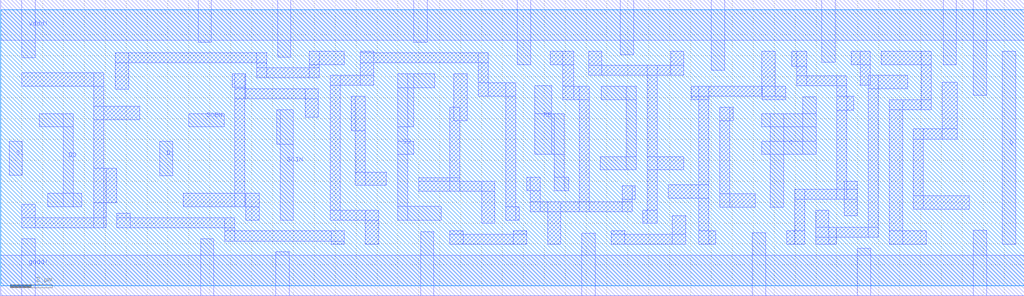
<source format=lef>
VERSION 5.7 ;

BUSBITCHARS "[]" ;
DIVIDERCHAR "/" ;
UNITS
	DATABASE MICRONS 1000 ;
END UNITS

MANUFACTURINGGRID 0.02 ;

USEMINSPACING OBS OFF ;

CLEARANCEMEASURE MAXXY ;


PROPERTYDEFINITIONS 
END PROPERTYDEFINITIONS
LAYER ACTI

	TYPE MASTERSLICE ;
END ACTI

LAYER POLY

	TYPE MASTERSLICE ;
END POLY

LAYER CONT

	TYPE CUT ;
	SPACING 0.6  ;
	SPACING  0.6 
		SAMENET LAYER  CONT ;

END CONT

LAYER MTL1

	TYPE ROUTING ;
	DIRECTION HORIZONTAL ;
	PITCH 1.32 ;
	WIDTH 0.48 ;
	OFFSET 0 ;
	SPACING 0.52  ;
	SPACING  0.52 
		SAMENET ;

	WIREEXTENSION 0.24 ;
	MAXWIDTH 2.14748e+06 ;
	MINWIDTH 0.48 ;
	RESISTANCE RPERSQ 0.044 ;
	CAPACITANCE CPERSQDIST 2.5e-05 ;
	THICKNESS 0.5 ;
	MINIMUMDENSITY 30 ;
	MAXIMUMDENSITY 70 ;
	ANTENNAMODEL OXIDE1 ;
	ANTENNAAREARATIO 5000 ;
END MTL1

LAYER VIA1

	TYPE CUT ;
	SPACING 0.6  ;
	
END VIA1

LAYER MTL2

	TYPE ROUTING ;
	DIRECTION VERTICAL ;
	PITCH 1.44 ;
	WIDTH 0.48 ;
	OFFSET 0.72 ;
	SPACING 0.52  ;
	SPACING  0.52 
		SAMENET ;

	WIREEXTENSION 0.24 ;
	MAXWIDTH 2.14748e+06 ;
	MINWIDTH 0.48 ;
	RESISTANCE RPERSQ 0.037 ;
	CAPACITANCE CPERSQDIST 1.6e-05 ;
	THICKNESS 0.5 ;
	MINIMUMDENSITY 30 ;
	MAXIMUMDENSITY 70 ;
	ANTENNAMODEL OXIDE1 ;
	ANTENNAAREARATIO 5000 ;
END MTL2

LAYER VIA2

	TYPE CUT ;
	SPACING 0.6  ;
	
END VIA2

LAYER MTL3

	TYPE ROUTING ;
	DIRECTION HORIZONTAL ;
	PITCH 1.32 ;
	WIDTH 0.64 ;
	OFFSET 0 ;
	SPACING 0.6  ;
	SPACING  0.6 
		SAMENET ;

	WIREEXTENSION 0.32 ;
	MAXWIDTH 2.14748e+06 ;
	MINWIDTH 0.64 ;
	RESISTANCE RPERSQ 0.027 ;
	CAPACITANCE CPERSQDIST 1.1e-05 ;
	THICKNESS 0.5 ;
	MINIMUMDENSITY 30 ;
	MAXIMUMDENSITY 70 ;
	ANTENNAMODEL OXIDE1 ;
	ANTENNAAREARATIO 5000 ;
END MTL3

LAYER VIA3

	TYPE CUT ;
	SPACING 1.56  ;
	
END VIA3

LAYER MTL4

	TYPE ROUTING ;
	DIRECTION VERTICAL ;
	PITCH 3.24 ;
	WIDTH 1.44 ;
	OFFSET 0 ;
	SPACING 1.4  ;
	SPACING  1.4 
		SAMENET ;

	WIREEXTENSION 0.72 ;
	MAXWIDTH 2.14748e+06 ;
	MINWIDTH 1.44 ;
	RESISTANCE RPERSQ 0.027 ;
	CAPACITANCE CPERSQDIST 1.1e-05 ;
	THICKNESS 0.8 ;
	MINIMUMDENSITY 25 ;
	MAXIMUMDENSITY 70 ;
	ANTENNAMODEL OXIDE1 ;
	ANTENNAAREARATIO 5000 ;
END MTL4

VIARULE VIAGEN12 GENERATE 
	LAYER MTL2 ;
		ENCLOSURE 0.12 0.12 ; 
		WIDTH 0 TO 1000 ;
	LAYER MTL1 ;
		ENCLOSURE 0.12 0.12 ; 
		WIDTH 0 TO 1000 ;
	LAYER VIA1 ;
		RECT -0.2 -0.2 0.2 0.2 ;
		SPACING 1 BY 1 ;

END VIAGEN12 

VIARULE VIAGEN21 GENERATE 
	LAYER MTL1 ;
		ENCLOSURE 0.12 0.12 ; 
		WIDTH 0 TO 1000 ;
	LAYER MTL2 ;
		ENCLOSURE 0.12 0.12 ; 
		WIDTH 0 TO 1000 ;
	LAYER VIA1 ;
		RECT -0.2 -0.2 0.2 0.2 ;
		SPACING 1 BY 1 ;

END VIAGEN21 

VIARULE VIA2GEN23 GENERATE 
	LAYER MTL3 ;
		ENCLOSURE 0.2 0.2 ; 
		WIDTH 0 TO 1000 ;
	LAYER MTL2 ;
		ENCLOSURE 0.12 0.12 ; 
		WIDTH 0 TO 1000 ;
	LAYER VIA2 ;
		RECT -0.2 -0.2 0.2 0.2 ;
		SPACING 1 BY 1 ;

END VIA2GEN23 

VIARULE VIA2GEN32 GENERATE 
	LAYER MTL2 ;
		ENCLOSURE 0.12 0.12 ; 
		WIDTH 0 TO 1000 ;
	LAYER MTL3 ;
		ENCLOSURE 0.2 0.2 ; 
		WIDTH 0 TO 1000 ;
	LAYER VIA2 ;
		RECT -0.2 -0.2 0.2 0.2 ;
		SPACING 1 BY 1 ;

END VIA2GEN32 

VIARULE VIA3GEN43 GENERATE 
	LAYER MTL3 ;
		ENCLOSURE 0.32 0.32 ; 
		WIDTH 0 TO 1000 ;
	LAYER MTL4 ;
		ENCLOSURE 0.4 0.4 ; 
		WIDTH 0 TO 1000 ;
	LAYER VIA3 ;
		RECT -0.72 -0.72 0.72 0.72 ;
		SPACING 3 BY 3 ;

END VIA3GEN43 

VIARULE VIA3GEN34 GENERATE 
	LAYER MTL4 ;
		ENCLOSURE 0.4 0.4 ; 
		WIDTH 0 TO 1000 ;
	LAYER MTL3 ;
		ENCLOSURE 0.32 0.32 ; 
		WIDTH 0 TO 1000 ;
	LAYER VIA3 ;
		RECT -0.72 -0.72 0.72 0.72 ;
		SPACING 3 BY 3 ;

END VIA3GEN34 

VIA CON_MA 
	RESISTANCE 14 ;
	LAYER ACTI ;
		RECT -0.36 -0.36 0.36 0.36 ;
	LAYER CONT ;
		RECT -0.2 -0.2 0.2 0.2 ;
	LAYER MTL1 ;
		RECT -0.32 -0.32 0.32 0.32 ;

END CON_MA 

VIA CON_MM3 DEFAULT 
	RESISTANCE 8 ;
	LAYER MTL3 ;
		RECT -1.04 -1.04 1.04 1.04 ;
	LAYER VIA3 ;
		RECT -0.72 -0.72 0.72 0.72 ;
	LAYER MTL4 ;
		RECT -1.12 -1.12 1.12 1.12 ;

END CON_MM3 

VIA CON_MP 
	RESISTANCE 8 ;
	LAYER POLY ;
		RECT -0.36 -0.36 0.36 0.36 ;
	LAYER CONT ;
		RECT -0.2 -0.2 0.2 0.2 ;
	LAYER MTL1 ;
		RECT -0.32 -0.32 0.32 0.32 ;

END CON_MP 

VIA DCON_MM2_east DEFAULT 
	RESISTANCE 0.35 ;
	LAYER MTL2 ;
		RECT -0.32 -0.32 1.32 0.32 ;
	LAYER VIA2 ;
		RECT -0.2 -0.2 0.2 0.2 ;
		RECT 0.8 -0.2 1.2 0.2 ;
	LAYER MTL3 ;
		RECT -0.4 -0.4 1.4 0.4 ;

END DCON_MM2_east 

VIA DCON_MM2_north DEFAULT 
	RESISTANCE 0.35 ;
	LAYER MTL2 ;
		RECT -0.32 -0.32 0.32 1.32 ;
	LAYER VIA2 ;
		RECT -0.2 -0.2 0.2 0.2 ;
		RECT -0.2 0.8 0.2 1.2 ;
	LAYER MTL3 ;
		RECT -0.4 -0.4 0.4 1.4 ;

END DCON_MM2_north 

VIA DCON_MM2_south DEFAULT 
	RESISTANCE 0.35 ;
	LAYER MTL2 ;
		RECT -0.32 -1.32 0.32 0.32 ;
	LAYER VIA2 ;
		RECT -0.2 -1.2 0.2 -0.8 ;
		RECT -0.2 -0.2 0.2 0.2 ;
	LAYER MTL3 ;
		RECT -0.4 -1.4 0.4 0.4 ;

END DCON_MM2_south 

VIA DCON_MM2_west DEFAULT 
	RESISTANCE 0.35 ;
	LAYER MTL2 ;
		RECT -1.32 -0.32 0.32 0.32 ;
	LAYER VIA2 ;
		RECT -1.2 -0.2 -0.8 0.2 ;
		RECT -0.2 -0.2 0.2 0.2 ;
	LAYER MTL3 ;
		RECT -1.4 -0.4 0.4 0.4 ;

END DCON_MM2_west 

VIA DCON_MM_east DEFAULT 
	RESISTANCE 0.35 ;
	LAYER MTL1 ;
		RECT -0.32 -0.32 1.32 0.32 ;
	LAYER VIA1 ;
		RECT -0.2 -0.2 0.2 0.2 ;
		RECT 0.8 -0.2 1.2 0.2 ;
	LAYER MTL2 ;
		RECT -0.32 -0.32 1.32 0.32 ;

END DCON_MM_east 

VIA DCON_MM_north DEFAULT 
	RESISTANCE 0.35 ;
	LAYER MTL1 ;
		RECT -0.32 -0.32 0.32 1.32 ;
	LAYER VIA1 ;
		RECT -0.2 -0.2 0.2 0.2 ;
		RECT -0.2 0.8 0.2 1.2 ;
	LAYER MTL2 ;
		RECT -0.32 -0.32 0.32 1.32 ;

END DCON_MM_north 

VIA DCON_MM_south DEFAULT 
	RESISTANCE 0.35 ;
	LAYER MTL1 ;
		RECT -0.32 -1.32 0.32 0.32 ;
	LAYER VIA1 ;
		RECT -0.2 -1.2 0.2 -0.8 ;
		RECT -0.2 -0.2 0.2 0.2 ;
	LAYER MTL2 ;
		RECT -0.32 -1.32 0.32 0.32 ;

END DCON_MM_south 

VIA DCON_MM_west DEFAULT 
	RESISTANCE 0.35 ;
	LAYER MTL1 ;
		RECT -1.32 -0.32 0.32 0.32 ;
	LAYER VIA1 ;
		RECT -1.2 -0.2 -0.8 0.2 ;
		RECT -0.2 -0.2 0.2 0.2 ;
	LAYER MTL2 ;
		RECT -1.32 -0.32 0.32 0.32 ;

END DCON_MM_west 

VIARULE TURN1 
	LAYER MTL1 ;
		DIRECTION HORIZONTAL ;

END TURN1 

VIARULE TURN2 
	LAYER MTL2 ;
		DIRECTION HORIZONTAL ;

END TURN2 

VIARULE TURN3 
	LAYER MTL3 ;
		DIRECTION HORIZONTAL ;

END TURN3 

VIARULE TURN4 
	LAYER MTL4 ;
		DIRECTION HORIZONTAL ;

END TURN4 

SITE standard 
	CLASS CORE ;
	SYMMETRY Y ;
	SIZE 1.44 BY 13.2 ;
END standard 

SITE blocksite 
	CLASS CORE ;
	SYMMETRY X Y R90 ;
	SIZE 0.1 BY 0.1 ;
END blocksite 

SITE tp_iosite 
	CLASS CORE ;
	SYMMETRY Y ;
	SIZE 0.1 BY 400 ;
END tp_iosite 

SITE tp_cornersite 
	CLASS CORE ;
	SYMMETRY X Y R90 ;
	SIZE 400 BY 400 ;
END tp_cornersite 

SITE bp_iosite 
	CLASS CORE ;
	SYMMETRY Y ;
	SIZE 0.1 BY 190 ;
END bp_iosite 

SITE bp_cornersite 
	CLASS CORE ;
	SYMMETRY X Y R90 ;
	SIZE 190 BY 190 ;
END bp_cornersite 

MACRO VDDTIE
	CLASS CORE ;
	FOREIGN VDDTIE 0 0  ;
	ORIGIN 0 0 ;
	SIZE 2.88 BY 13.2 ;
	SYMMETRY X Y ;
	SITE standard ;
	PIN O
		DIRECTION OUTPUT ;
		USE SIGNAL ;
		PORT 
			LAYER MTL1 ;
			RECT 0.4 8.92 1.12 11.22 ;

		END 

		ANTENNADIFFAREA 2.112 LAYER MTL1  ;
	END O
	PIN vddd!
		DIRECTION INOUT ;
		USE POWER ;
		SHAPE ABUTMENT ;
		PORT 
			LAYER MTL1 ;
			RECT 0 11.74 2.88 13.68 ;
			RECT 1.8 9.04 2.44 13.68 ;

		END 

	END vddd!
	PIN gndd!
		DIRECTION INOUT ;
		USE GROUND ;
		SHAPE ABUTMENT ;
		PORT 
			LAYER MTL1 ;
			RECT 0 -0.48 2.88 1.46 ;
			RECT 0.48 -0.48 1.12 2.28 ;

		END 

	END gndd!
	OBS
			LAYER MTL1 ;
			RECT 0.48 3.26 2.16 3.92 ;
			RECT 1.48 3.26 2.16 4.92 ;

	END

END VDDTIE

MACRO TLATX3
	CLASS CORE ;
	FOREIGN TLATX3 0 0  ;
	ORIGIN 0 0 ;
	SIZE 24.48 BY 13.2 ;
	SYMMETRY X Y ;
	SITE standard ;
	PIN E
		DIRECTION INPUT ;
		PORT 
			LAYER MTL1 ;
			RECT 0.4 3.96 1.04 5.6 ;

		END 

		ANTENNAMODEL OXIDE1 ;
		ANTENNAGATEAREA 0.907 LAYER MTL1  ;
	END E
	PIN SE
		DIRECTION INPUT ;
		PORT 
			LAYER MTL1 ;
			RECT 1.84 6.28 2.48 7.92 ;

		END 

		ANTENNAMODEL OXIDE1 ;
		ANTENNAGATEAREA 0.907 LAYER MTL1  ;
	END SE
	PIN CK
		DIRECTION INPUT ;
		PORT 
			LAYER MTL1 ;
			RECT 7.6 7.86 9.68 8.34 ;
			RECT 9.04 3.14 9.68 8.34 ;
			RECT 8.4 3.14 9.68 3.78 ;
			RECT 7.6 7.86 8.24 8.5 ;

		END 

		ANTENNAMODEL OXIDE1 ;
		ANTENNAGATEAREA 0.936 LAYER MTL1  ;
	END CK
	PIN ECK
		DIRECTION OUTPUT ;
		USE SIGNAL ;
		PORT 
			LAYER MTL1 ;
			RECT 23.44 7.44 24.08 11.22 ;
			RECT 20.64 7.44 24.08 7.92 ;
			RECT 22 3.82 22.64 7.92 ;
			RECT 20.52 3.82 22.64 4.3 ;
			RECT 20.64 7.44 21.28 11.22 ;
			RECT 20.52 1.98 21.16 4.3 ;

		END 

		ANTENNADIFFAREA 8.37 LAYER MTL1  ;
	END ECK
	PIN vddd!
		DIRECTION INOUT ;
		USE POWER ;
		SHAPE ABUTMENT ;
		PORT 
			LAYER MTL1 ;
			RECT 0 11.74 24.48 13.68 ;
			RECT 22.04 8.44 22.68 13.68 ;
			RECT 19.2 9.02 19.84 13.68 ;
			RECT 16.4 9.06 17.04 13.68 ;
			RECT 13.28 10.22 14.92 13.68 ;
			RECT 8.04 9.5 8.68 13.68 ;
			RECT 2.8 9.7 3.44 13.68 ;

		END 

	END vddd!
	PIN gndd!
		DIRECTION INOUT ;
		USE GROUND ;
		SHAPE ABUTMENT ;
		PORT 
			LAYER MTL1 ;
			RECT 0 -0.48 24.48 1.46 ;
			RECT 21.92 -0.48 22.56 3.26 ;
			RECT 19.08 -0.48 19.72 2.94 ;
			RECT 15.04 -0.48 15.68 2.42 ;
			RECT 8.92 -0.48 9.56 2.62 ;
			RECT 3.68 -0.48 4.32 2.34 ;
			RECT 0.4 -0.48 1.04 2.62 ;

		END 

	END gndd!
	OBS
			LAYER MTL1 ;
			RECT 2.04 1.98 2.68 3.34 ;
			RECT 2.04 2.86 4.68 3.34 ;
			RECT 4.04 2.86 4.68 9.18 ;
			RECT 0.4 8.7 4.68 9.18 ;
			RECT 0.4 8.7 1.04 11.22 ;
			RECT 5.6 1.98 6.72 2.62 ;
			RECT 5.6 1.98 6.32 5.78 ;
			RECT 5.6 1.98 6.08 11.22 ;
			RECT 5.2 9.58 6.08 11.22 ;
			RECT 7.24 1.98 8.16 2.62 ;
			RECT 7.24 1.98 7.72 7.14 ;
			RECT 7.04 3.14 7.72 7.14 ;
			RECT 6.6 6.5 8.52 7.14 ;
			RECT 6.6 6.5 7.08 10.14 ;
			RECT 6.6 9.5 7.3 10.14 ;
			RECT 10.2 1.98 11 3.78 ;
			RECT 10.2 3.14 11.48 3.78 ;
			RECT 10.2 1.98 10.68 11.22 ;
			RECT 9.46 9.02 10.68 11.22 ;
			RECT 11.8 1.98 12.48 2.62 ;
			RECT 12 1.98 12.48 5.78 ;
			RECT 11.2 5.14 12.84 5.78 ;
			RECT 11.36 5.14 11.84 9.22 ;
			RECT 11.2 8.58 11.84 9.22 ;
			RECT 13.8 3.42 15.68 4.06 ;
			RECT 13.8 3.42 14.64 8.86 ;
			RECT 12.64 7.22 14.64 8.86 ;
			RECT 14 3.42 14.64 9.34 ;
			RECT 15.48 5.86 18.96 6.34 ;
			RECT 15.48 5.86 16.12 7.5 ;
			RECT 18.32 5.86 18.96 7.5 ;
			RECT 16.68 2.14 17.32 5.3 ;
			RECT 16.68 4.82 20.32 5.3 ;
			RECT 19.48 4.82 20.32 6.46 ;
			RECT 19.48 4.82 19.96 8.5 ;
			RECT 17.8 8.02 19.96 8.5 ;
			RECT 17.8 8.02 18.44 11.22 ;

	END

END TLATX3

MACRO TINV3
	CLASS CORE ;
	FOREIGN TINV3 0 0  ;
	ORIGIN 0 0 ;
	SIZE 18.72 BY 13.2 ;
	SYMMETRY X Y ;
	SITE standard ;
	PIN A
		DIRECTION INPUT ;
		USE SIGNAL ;
		PORT 
			LAYER MTL1 ;
			RECT 9.48 4.96 11.12 5.6 ;

		END 

		ANTENNAMODEL OXIDE1 ;
		ANTENNAGATEAREA 8.986 LAYER MTL1  ;
	END A
	PIN EN
		DIRECTION INPUT ;
		USE SIGNAL ;
		PORT 
			LAYER MTL1 ;
			RECT 3.28 3.96 3.92 5.6 ;

		END 

		ANTENNAMODEL OXIDE1 ;
		ANTENNAGATEAREA 3.269 LAYER MTL1  ;
	END EN
	PIN O
		DIRECTION OUTPUT TRISTATE ;
		PORT 
			LAYER MTL1 ;
			RECT 16.56 7.38 17.2 10.02 ;
			RECT 10.68 7.38 17.2 7.86 ;
			RECT 13.64 7.38 14.28 10.02 ;
			RECT 11.92 2.98 12.56 7.86 ;
			RECT 10.68 7.38 11.32 10.02 ;

		END 

		ANTENNADIFFAREA 13.392 LAYER MTL1  ;
	END O
	PIN vddd!
		DIRECTION INOUT ;
		USE POWER ;
		SHAPE ABUTMENT ;
		PORT 
			LAYER MTL1 ;
			RECT 0 11.74 18.72 13.68 ;
			RECT 7.72 9.12 8.36 13.68 ;
			RECT 4.76 9.12 5.4 13.68 ;
			RECT 1.8 10.34 2.44 13.68 ;

		END 

	END vddd!
	PIN gndd!
		DIRECTION INOUT ;
		USE GROUND ;
		SHAPE ABUTMENT ;
		PORT 
			LAYER MTL1 ;
			RECT 0 -0.48 18.72 1.46 ;
			RECT 9.08 -0.48 9.72 3.44 ;
			RECT 6 -0.48 6.64 4.54 ;

		END 

	END gndd!
	OBS
			LAYER MTL1 ;
			RECT 4.28 1.98 4.92 2.62 ;
			RECT 4.44 1.98 4.92 7.6 ;
			RECT 4.28 6.96 5.92 7.6 ;
			RECT 2.28 7.12 5.92 7.6 ;
			RECT 2.28 7.12 2.76 9.82 ;
			RECT 0.4 9.34 2.76 9.82 ;
			RECT 0.4 9.34 1.04 10.98 ;
			RECT 10.52 1.98 14.24 2.46 ;
			RECT 7.4 2.96 8.04 4.44 ;
			RECT 10.52 1.98 11.16 4.44 ;
			RECT 7.4 3.96 11.16 4.44 ;
			RECT 13.6 1.98 14.24 4.54 ;
			RECT 3.28 8.12 9.8 8.6 ;
			RECT 3.28 8.12 3.92 10.02 ;
			RECT 6.24 8.12 6.88 10.02 ;
			RECT 9.16 8.12 9.8 11.22 ;
			RECT 12.16 8.38 12.8 11.22 ;
			RECT 15.12 8.38 15.76 11.22 ;
			RECT 9.16 10.74 15.76 11.22 ;

	END

END TINV3

MACRO TINV2
	CLASS CORE ;
	FOREIGN TINV2 0 0  ;
	ORIGIN 0 0 ;
	SIZE 11.52 BY 13.2 ;
	SYMMETRY X Y ;
	SITE standard ;
	PIN A
		DIRECTION INPUT ;
		USE SIGNAL ;
		PORT 
			LAYER MTL1 ;
			RECT 7.6 5.96 8.24 7.6 ;

		END 

		ANTENNAMODEL OXIDE1 ;
		ANTENNAGATEAREA 4.637 LAYER MTL1  ;
	END A
	PIN EN
		DIRECTION INPUT ;
		USE SIGNAL ;
		PORT 
			LAYER MTL1 ;
			RECT 3.72 4.96 5.36 5.6 ;

		END 

		ANTENNAMODEL OXIDE1 ;
		ANTENNAGATEAREA 1.757 LAYER MTL1  ;
	END EN
	PIN O
		DIRECTION OUTPUT TRISTATE ;
		PORT 
			LAYER MTL1 ;
			RECT 10.32 8.12 11.12 11.22 ;
			RECT 10.48 1.98 11.12 11.22 ;
			RECT 7.48 8.12 11.12 8.6 ;
			RECT 7.48 8.12 8.12 10.22 ;

		END 

		ANTENNADIFFAREA 9.008 LAYER MTL1  ;
	END O
	PIN vddd!
		DIRECTION INOUT ;
		USE POWER ;
		SHAPE ABUTMENT ;
		PORT 
			LAYER MTL1 ;
			RECT 0 11.74 11.52 13.68 ;
			RECT 4.68 9.12 5.32 13.68 ;
			RECT 1.8 10.34 2.44 13.68 ;

		END 

	END vddd!
	PIN gndd!
		DIRECTION INOUT ;
		USE GROUND ;
		SHAPE ABUTMENT ;
		PORT 
			LAYER MTL1 ;
			RECT 0 -0.48 11.52 1.46 ;
			RECT 7.8 -0.48 8.44 4.54 ;

		END 

	END gndd!
	OBS
			LAYER MTL1 ;
			RECT 4.2 6.96 6.72 7.6 ;
			RECT 6.08 1.98 6.72 7.6 ;
			RECT 2.24 7.12 6.72 7.6 ;
			RECT 2.24 7.12 2.72 9.82 ;
			RECT 0.4 9.34 2.72 9.82 ;
			RECT 0.4 9.34 1.04 10.98 ;
			RECT 3.24 8.12 6.72 8.6 ;
			RECT 6.08 8.12 6.72 11.22 ;
			RECT 3.24 8.12 3.88 11.22 ;
			RECT 8.88 9.12 9.52 11.22 ;
			RECT 6.08 10.74 9.52 11.22 ;

	END

END TINV2

MACRO TINV
	CLASS CORE ;
	FOREIGN TINV 0 0  ;
	ORIGIN 0 0 ;
	SIZE 7.2 BY 13.2 ;
	SYMMETRY X Y ;
	SITE standard ;
	PIN A
		DIRECTION INPUT ;
		USE SIGNAL ;
		PORT 
			LAYER MTL1 ;
			RECT 6.16 6.22 6.8 7.86 ;

		END 

		ANTENNAMODEL OXIDE1 ;
		ANTENNAGATEAREA 2.246 LAYER MTL1  ;
	END A
	PIN EN
		DIRECTION INPUT ;
		USE SIGNAL ;
		PORT 
			LAYER MTL1 ;
			RECT 0.84 4.96 2.48 5.6 ;

		END 

		ANTENNAMODEL OXIDE1 ;
		ANTENNAGATEAREA 1.166 LAYER MTL1  ;
	END EN
	PIN O
		DIRECTION OUTPUT TRISTATE ;
		PORT 
			LAYER MTL1 ;
			RECT 6.08 8.92 6.8 11.22 ;
			RECT 4.72 3.42 6.8 3.9 ;
			RECT 6.16 1.98 6.8 3.9 ;
			RECT 4.72 8.92 6.8 9.56 ;
			RECT 4.72 3.42 5.36 9.56 ;

		END 

		ANTENNADIFFAREA 5.635 LAYER MTL1  ;
	END O
	PIN vddd!
		DIRECTION INOUT ;
		USE POWER ;
		SHAPE ABUTMENT ;
		PORT 
			LAYER MTL1 ;
			RECT 0 11.74 7.2 13.68 ;
			RECT 2.68 10.56 4.32 13.68 ;

		END 

	END vddd!
	PIN gndd!
		DIRECTION INOUT ;
		USE GROUND ;
		SHAPE ABUTMENT ;
		PORT 
			LAYER MTL1 ;
			RECT 0 -0.48 7.2 1.46 ;
			RECT 3.76 -0.48 4.4 2.62 ;

		END 

	END gndd!
	OBS
			LAYER MTL1 ;
			RECT 2.12 1.98 3.24 2.62 ;
			RECT 2.76 1.98 3.24 3.62 ;
			RECT 1.8 7.22 3.48 7.86 ;
			RECT 3 3.14 3.48 10.04 ;
			RECT 0.84 9.56 3.48 10.04 ;
			RECT 0.84 9.56 1.48 10.98 ;

	END

END TINV

MACRO SCHMTTE
	CLASS CORE ;
	FOREIGN SCHMTTE 0 0  ;
	ORIGIN 0 0 ;
	SIZE 15.84 BY 13.2 ;
	SYMMETRY X Y ;
	SITE standard ;
	PIN A
		DIRECTION INPUT ;
		USE SIGNAL ;
		PORT 
			LAYER MTL1 ;
			RECT 4.04 4.96 5.68 5.6 ;

		END 

		ANTENNAMODEL OXIDE1 ;
		ANTENNAGATEAREA 3.182 LAYER MTL1  ;
	END A
	PIN EN
		DIRECTION INPUT ;
		USE SIGNAL ;
		PORT 
			LAYER MTL1 ;
			RECT 0.72 6.28 2.48 6.92 ;

		END 

		ANTENNAMODEL OXIDE1 ;
		ANTENNAGATEAREA 1.267 LAYER MTL1  ;
	END EN
	PIN O
		DIRECTION OUTPUT ;
		USE SIGNAL ;
		PORT 
			LAYER MTL1 ;
			RECT 13.4 7.98 15.44 8.46 ;
			RECT 14.8 1.98 15.44 8.46 ;
			RECT 13.4 7.98 14.04 10.62 ;

		END 

		ANTENNADIFFAREA 4.467 LAYER MTL1  ;
	END O
	PIN vddd!
		DIRECTION INOUT ;
		USE POWER ;
		SHAPE ABUTMENT ;
		PORT 
			LAYER MTL1 ;
			RECT 0 11.74 15.84 13.68 ;
			RECT 14.8 8.98 15.44 13.68 ;
			RECT 12.4 4.3 13.12 5.94 ;
			RECT 12.4 4.3 12.88 10.02 ;
			RECT 12 9.54 12.64 13.68 ;
			RECT 2.72 8.44 3.36 13.68 ;

		END 

	END vddd!
	PIN gndd!
		DIRECTION INOUT ;
		USE GROUND ;
		SHAPE ABUTMENT ;
		PORT 
			LAYER MTL1 ;
			RECT 0 -0.48 15.84 1.46 ;
			RECT 11.4 3.3 14 3.78 ;
			RECT 13.36 -0.48 14 3.78 ;
			RECT 11.08 8.26 11.88 8.9 ;
			RECT 11.4 3.3 11.88 8.9 ;
			RECT 0.48 -0.48 1.12 4.26 ;

		END 

	END gndd!
	OBS
			LAYER MTL1 ;
			RECT 4.68 2.18 5.5 2.82 ;
			RECT 4.68 2.18 5.16 4.44 ;
			RECT 4.52 3.8 5.16 4.44 ;
			RECT 6.16 3.8 7.44 4.44 ;
			RECT 6.96 3.8 7.44 7.92 ;
			RECT 6.96 5.42 7.6 7.92 ;
			RECT 1.24 7.44 7.6 7.92 ;
			RECT 1.24 7.44 1.72 8.94 ;
			RECT 1.08 8.3 1.72 8.94 ;
			RECT 6 7.44 6.64 10.08 ;
			RECT 4.6 8.44 5.24 11.1 ;
			RECT 7.44 10.46 8.08 11.1 ;
			RECT 4.6 10.62 8.08 11.1 ;
			RECT 9.24 2.18 9.88 3.5 ;
			RECT 8.12 3.02 9.88 3.5 ;
			RECT 8.12 3.02 8.6 9.94 ;
			RECT 8.12 9.46 11.2 9.94 ;
			RECT 10.56 9.46 11.2 10.1 ;
			RECT 10.4 2.14 12.6 2.78 ;
			RECT 10.4 2.14 10.88 7.74 ;
			RECT 9.12 7.26 10.88 7.74 ;
			RECT 9.12 7.26 9.76 8.94 ;

	END

END SCHMTTE

MACRO SCHMTT50E
	CLASS CORE ;
	FOREIGN SCHMTT50E 0 0  ;
	ORIGIN 0 0 ;
	SIZE 15.84 BY 13.2 ;
	SYMMETRY X Y ;
	SITE standard ;
	PIN A
		DIRECTION INPUT ;
		USE SIGNAL ;
		PORT 
			LAYER MTL1 ;
			RECT 4.16 4.9 5.8 5.6 ;

		END 

		ANTENNAMODEL OXIDE1 ;
		ANTENNAGATEAREA 3.226 LAYER MTL1  ;
	END A
	PIN EN
		DIRECTION INPUT ;
		USE SIGNAL ;
		PORT 
			LAYER MTL1 ;
			RECT 0.88 6.28 2.52 6.92 ;

		END 

		ANTENNAMODEL OXIDE1 ;
		ANTENNAGATEAREA 1.267 LAYER MTL1  ;
	END EN
	PIN O
		DIRECTION OUTPUT ;
		USE SIGNAL ;
		PORT 
			LAYER MTL1 ;
			RECT 13.4 7.98 15.44 8.46 ;
			RECT 14.8 1.98 15.44 8.46 ;
			RECT 13.4 7.98 14.04 10.62 ;

		END 

		ANTENNADIFFAREA 4.467 LAYER MTL1  ;
	END O
	PIN vddd!
		DIRECTION INOUT ;
		USE POWER ;
		SHAPE ABUTMENT ;
		PORT 
			LAYER MTL1 ;
			RECT 0 11.74 15.84 13.68 ;
			RECT 14.8 8.98 15.44 13.68 ;
			RECT 12.4 4.3 13.12 5.94 ;
			RECT 12.4 4.3 12.88 10.02 ;
			RECT 12 9.54 12.64 13.68 ;
			RECT 2.88 8.44 3.52 13.68 ;

		END 

	END vddd!
	PIN gndd!
		DIRECTION INOUT ;
		USE GROUND ;
		SHAPE ABUTMENT ;
		PORT 
			LAYER MTL1 ;
			RECT 0 -0.48 15.84 1.46 ;
			RECT 11.4 3.3 14 3.78 ;
			RECT 13.36 -0.48 14 3.78 ;
			RECT 11.08 8.26 11.88 8.9 ;
			RECT 11.4 3.3 11.88 8.9 ;
			RECT 0.6 -0.48 1.24 4.26 ;

		END 

	END gndd!
	OBS
			LAYER MTL1 ;
			RECT 6.04 3.74 6.96 4.38 ;
			RECT 6.48 3.74 6.96 5.9 ;
			RECT 6.96 5.42 7.6 7.92 ;
			RECT 1.4 7.44 7.6 7.92 ;
			RECT 1.4 7.44 1.88 8.94 ;
			RECT 1.24 8.3 1.88 8.94 ;
			RECT 6.16 7.44 6.8 10.08 ;
			RECT 4.8 2.74 8.12 3.22 ;
			RECT 4.8 2.74 5.28 4.38 ;
			RECT 4.64 3.74 5.28 4.38 ;
			RECT 7.48 2.74 8.12 4.46 ;
			RECT 4.76 8.44 5.4 11.1 ;
			RECT 7.6 10.46 8.24 11.1 ;
			RECT 4.76 10.62 8.24 11.1 ;
			RECT 9.24 2.82 9.88 5.5 ;
			RECT 8.12 5.02 9.88 5.5 ;
			RECT 8.12 5.02 8.6 9.94 ;
			RECT 8.12 9.46 11.2 9.94 ;
			RECT 10.56 9.46 11.2 10.1 ;
			RECT 10.4 2.14 12.6 2.78 ;
			RECT 10.4 2.14 10.88 7.74 ;
			RECT 9.12 7.26 10.88 7.74 ;
			RECT 9.12 7.26 9.76 8.94 ;

	END

END SCHMTT50E

MACRO SCHMTT50
	CLASS CORE ;
	FOREIGN SCHMTT50 0 0  ;
	ORIGIN 0 0 ;
	SIZE 12.96 BY 13.2 ;
	SYMMETRY X Y ;
	SITE standard ;
	PIN A
		DIRECTION INPUT ;
		USE SIGNAL ;
		PORT 
			LAYER MTL1 ;
			RECT 0.4 3.96 1.04 5.6 ;

		END 

		ANTENNAMODEL OXIDE1 ;
		ANTENNAGATEAREA 3.629 LAYER MTL1  ;
	END A
	PIN O
		DIRECTION OUTPUT ;
		USE SIGNAL ;
		PORT 
			LAYER MTL1 ;
			RECT 11.92 1.98 12.56 11.22 ;
			RECT 10.4 1.98 12.56 4.06 ;

		END 

		ANTENNADIFFAREA 5.491 LAYER MTL1  ;
	END O
	PIN vddd!
		DIRECTION INOUT ;
		USE POWER ;
		SHAPE ABUTMENT ;
		PORT 
			LAYER MTL1 ;
			RECT 0 11.74 12.96 13.68 ;
			RECT 10.04 5.42 10.68 10.66 ;
			RECT 9.68 10.14 10.32 13.68 ;
			RECT 0.4 10.46 1.04 13.68 ;

		END 

	END vddd!
	PIN gndd!
		DIRECTION INOUT ;
		USE GROUND ;
		SHAPE ABUTMENT ;
		PORT 
			LAYER MTL1 ;
			RECT 0 -0.48 12.96 1.46 ;
			RECT 8.8 -0.48 9.6 3.98 ;
			RECT 8.8 -0.48 9.44 9.62 ;
			RECT 1 -0.48 1.64 2.54 ;

		END 

	END gndd!
	OBS
			LAYER MTL1 ;
			RECT 5.92 2.96 6.56 5.7 ;
			RECT 3.52 5.06 6.56 5.7 ;
			RECT 3.52 5.06 4.16 10.22 ;
			RECT 7.56 2.96 8.2 6.7 ;
			RECT 6.28 6.22 8.2 6.7 ;
			RECT 6.28 6.22 6.92 10.22 ;
			RECT 2.52 3.34 3.72 3.98 ;
			RECT 2.52 3.34 3 11.22 ;
			RECT 8.28 10.14 8.92 11.22 ;
			RECT 2.52 10.74 8.92 11.22 ;

	END

END SCHMTT50

MACRO SCHMTT25E
	CLASS CORE ;
	FOREIGN SCHMTT25E 0 0  ;
	ORIGIN 0 0 ;
	SIZE 15.84 BY 13.2 ;
	SYMMETRY X Y ;
	SITE standard ;
	PIN A
		DIRECTION INPUT ;
		USE SIGNAL ;
		PORT 
			LAYER MTL1 ;
			RECT 3.92 4.9 5.56 5.6 ;

		END 

		ANTENNAMODEL OXIDE1 ;
		ANTENNAGATEAREA 3.312 LAYER MTL1  ;
	END A
	PIN EN
		DIRECTION INPUT ;
		USE SIGNAL ;
		PORT 
			LAYER MTL1 ;
			RECT 0.88 6.28 2.52 6.92 ;

		END 

		ANTENNAMODEL OXIDE1 ;
		ANTENNAGATEAREA 1.267 LAYER MTL1  ;
	END EN
	PIN O
		DIRECTION OUTPUT ;
		USE SIGNAL ;
		PORT 
			LAYER MTL1 ;
			RECT 13.4 7.98 15.44 8.46 ;
			RECT 14.8 1.98 15.44 8.46 ;
			RECT 13.4 7.98 14.04 10.62 ;

		END 

		ANTENNADIFFAREA 4.467 LAYER MTL1  ;
	END O
	PIN vddd!
		DIRECTION INOUT ;
		USE POWER ;
		SHAPE ABUTMENT ;
		PORT 
			LAYER MTL1 ;
			RECT 0 11.74 15.84 13.68 ;
			RECT 14.8 8.98 15.44 13.68 ;
			RECT 12.4 4.3 13.12 5.94 ;
			RECT 12.4 4.3 12.88 10.02 ;
			RECT 12 9.54 12.64 13.68 ;
			RECT 2.88 8.44 3.52 13.68 ;

		END 

	END vddd!
	PIN gndd!
		DIRECTION INOUT ;
		USE GROUND ;
		SHAPE ABUTMENT ;
		PORT 
			LAYER MTL1 ;
			RECT 0 -0.48 15.84 1.46 ;
			RECT 11.4 3.3 14 3.78 ;
			RECT 13.36 -0.48 14 3.78 ;
			RECT 11.08 8.26 11.88 8.9 ;
			RECT 11.4 3.3 11.88 8.9 ;
			RECT 0.48 -0.48 1.12 4.26 ;

		END 

	END gndd!
	OBS
			LAYER MTL1 ;
			RECT 5.8 3.74 6.6 4.38 ;
			RECT 6.12 3.74 6.6 5.9 ;
			RECT 6.12 5.42 7.6 5.9 ;
			RECT 6.96 5.42 7.6 7.92 ;
			RECT 1.4 7.44 7.6 7.92 ;
			RECT 1.4 7.44 1.88 8.94 ;
			RECT 1.24 8.3 1.88 8.94 ;
			RECT 6.16 7.44 6.8 10.08 ;
			RECT 4.56 2.74 7.88 3.22 ;
			RECT 4.56 2.74 5.04 4.38 ;
			RECT 4.4 3.74 5.04 4.38 ;
			RECT 7.24 2.74 7.88 4.54 ;
			RECT 4.76 8.44 5.4 11.1 ;
			RECT 7.6 10.46 8.24 11.1 ;
			RECT 4.76 10.62 8.24 11.1 ;
			RECT 9.24 3.9 9.88 5.54 ;
			RECT 8.12 5.06 9.88 5.54 ;
			RECT 8.12 5.06 8.6 9.94 ;
			RECT 8.12 9.46 11.2 9.94 ;
			RECT 10.56 9.46 11.2 10.1 ;
			RECT 10.4 2.14 12.6 2.78 ;
			RECT 10.4 2.14 10.88 7.74 ;
			RECT 9.12 7.26 10.88 7.74 ;
			RECT 9.12 7.26 9.76 8.94 ;

	END

END SCHMTT25E

MACRO SCHMTT25
	CLASS CORE ;
	FOREIGN SCHMTT25 0 0  ;
	ORIGIN 0 0 ;
	SIZE 12.96 BY 13.2 ;
	SYMMETRY X Y ;
	SITE standard ;
	PIN A
		DIRECTION INPUT ;
		USE SIGNAL ;
		PORT 
			LAYER MTL1 ;
			RECT 0.4 3.96 1.04 5.6 ;

		END 

		ANTENNAMODEL OXIDE1 ;
		ANTENNAGATEAREA 3.629 LAYER MTL1  ;
	END A
	PIN O
		DIRECTION OUTPUT ;
		USE SIGNAL ;
		PORT 
			LAYER MTL1 ;
			RECT 11.36 8.22 12.56 11.22 ;
			RECT 11.92 1.98 12.56 11.22 ;
			RECT 10.76 1.98 12.56 4.06 ;

		END 

		ANTENNADIFFAREA 5.491 LAYER MTL1  ;
	END O
	PIN vddd!
		DIRECTION INOUT ;
		USE POWER ;
		SHAPE ABUTMENT ;
		PORT 
			LAYER MTL1 ;
			RECT 0 11.74 12.96 13.68 ;
			RECT 9.44 5.42 10.08 10.5 ;
			RECT 9.12 9.98 9.76 13.68 ;
			RECT 0.4 10.46 1.04 13.68 ;

		END 

	END vddd!
	PIN gndd!
		DIRECTION INOUT ;
		USE GROUND ;
		SHAPE ABUTMENT ;
		PORT 
			LAYER MTL1 ;
			RECT 0 -0.48 12.96 1.46 ;
			RECT 9.12 -0.48 9.96 4.06 ;
			RECT 8.44 4.26 9.6 4.78 ;
			RECT 9.12 -0.48 9.6 4.78 ;
			RECT 8.24 7.82 8.92 9.46 ;
			RECT 8.44 4.26 8.92 9.46 ;
			RECT 1 -0.48 1.64 2.54 ;

		END 

	END gndd!
	OBS
			LAYER MTL1 ;
			RECT 6.28 1.98 6.92 5.7 ;
			RECT 3.52 5.06 6.92 5.7 ;
			RECT 3.52 5.06 4.16 10.22 ;
			RECT 2.52 3.34 3.6 3.98 ;
			RECT 2.52 3.34 3 11.22 ;
			RECT 7.72 10.14 8.36 11.22 ;
			RECT 2.52 10.74 8.36 11.22 ;
			RECT 7.44 2.96 8.56 3.6 ;
			RECT 7.44 2.96 7.92 6.7 ;
			RECT 6.28 6.22 7.92 6.7 ;
			RECT 6.28 6.22 6.92 10.22 ;

	END

END SCHMTT25

MACRO SCHMTT
	CLASS CORE ;
	FOREIGN SCHMTT 0 0  ;
	ORIGIN 0 0 ;
	SIZE 14.4 BY 13.2 ;
	SYMMETRY X Y ;
	SITE standard ;
	PIN A
		DIRECTION INPUT ;
		USE SIGNAL ;
		PORT 
			LAYER MTL1 ;
			RECT 0.4 4.96 2.04 5.6 ;

		END 

		ANTENNAMODEL OXIDE1 ;
		ANTENNAGATEAREA 3.629 LAYER MTL1  ;
	END A
	PIN O
		DIRECTION OUTPUT ;
		USE SIGNAL ;
		PORT 
			LAYER MTL1 ;
			RECT 11.9 8.22 14 8.78 ;
			RECT 13.36 1.98 14 8.78 ;
			RECT 13.34 1.98 14 4.06 ;
			RECT 11.9 8.22 12.54 11.22 ;

		END 

		ANTENNADIFFAREA 5.352 LAYER MTL1  ;
	END O
	PIN vddd!
		DIRECTION INOUT ;
		USE POWER ;
		SHAPE ABUTMENT ;
		PORT 
			LAYER MTL1 ;
			RECT 0 11.74 14.4 13.68 ;
			RECT 13.24 9.58 14 13.68 ;
			RECT 10.2 6.22 11.84 6.86 ;
			RECT 10.5 10.54 11.16 13.68 ;
			RECT 10.68 6.22 11.16 13.68 ;
			RECT 0.58 8.96 1.22 13.68 ;

		END 

	END vddd!
	PIN gndd!
		DIRECTION INOUT ;
		USE GROUND ;
		SHAPE ABUTMENT ;
		PORT 
			LAYER MTL1 ;
			RECT 0 -0.48 14.4 1.46 ;
			RECT 11.86 -0.48 12.5 4.06 ;
			RECT 9.18 5.14 12.34 5.66 ;
			RECT 11.86 -0.48 12.34 5.66 ;
			RECT 9.18 7.98 9.82 9.62 ;
			RECT 9.18 5.14 9.66 9.62 ;
			RECT 4.82 -0.48 5.46 2.54 ;

		END 

	END gndd!
	OBS
			LAYER MTL1 ;
			RECT 2.74 8.72 3.38 9.36 ;
			RECT 2.9 8.72 3.38 10.22 ;
			RECT 5.9 8.4 6.54 10.22 ;
			RECT 2.9 9.74 6.54 10.22 ;
			RECT 8.78 1.98 9.42 3.62 ;
			RECT 6.66 3.12 9.42 3.62 ;
			RECT 6.66 3.12 7.14 5.34 ;
			RECT 4.22 4.7 7.14 5.34 ;
			RECT 4.22 4.7 4.86 8.94 ;
			RECT 3.04 3.74 3.68 7.94 ;
			RECT 1.74 7.46 3.68 7.94 ;
			RECT 1.74 7.46 2.22 11.22 ;
			RECT 9.06 10.58 9.7 11.22 ;
			RECT 1.74 10.74 9.7 11.22 ;
			RECT 10.42 2.96 11.06 4.62 ;
			RECT 7.66 4.14 11.06 4.62 ;
			RECT 7.66 4.14 8.3 9.04 ;

	END

END SCHMTT

MACRO OR4XL
	CLASS CORE ;
	FOREIGN OR4XL 0 0  ;
	ORIGIN 0 0 ;
	SIZE 8.64 BY 13.2 ;
	SYMMETRY X Y ;
	SITE standard ;
	PIN A
		DIRECTION INPUT ;
		USE SIGNAL ;
		PORT 
			LAYER MTL1 ;
			RECT 0.4 6.28 1.04 6.92 ;

		END 

		ANTENNAMODEL OXIDE1 ;
		ANTENNAGATEAREA 1.123 LAYER MTL1  ;
	END A
	PIN B
		DIRECTION INPUT ;
		USE SIGNAL ;
		PORT 
			LAYER MTL1 ;
			RECT 1.84 4.96 2.48 5.6 ;

		END 

		ANTENNAMODEL OXIDE1 ;
		ANTENNAGATEAREA 1.123 LAYER MTL1  ;
	END B
	PIN C
		DIRECTION INPUT ;
		USE SIGNAL ;
		PORT 
			LAYER MTL1 ;
			RECT 3.28 6.28 3.92 6.92 ;

		END 

		ANTENNAMODEL OXIDE1 ;
		ANTENNAGATEAREA 1.123 LAYER MTL1  ;
	END C
	PIN D
		DIRECTION INPUT ;
		USE SIGNAL ;
		PORT 
			LAYER MTL1 ;
			RECT 4.72 7.6 5.36 8.24 ;

		END 

		ANTENNAMODEL OXIDE1 ;
		ANTENNAGATEAREA 1.123 LAYER MTL1  ;
	END D
	PIN O
		DIRECTION OUTPUT ;
		USE SIGNAL ;
		PORT 
			LAYER MTL1 ;
			RECT 6.34 10.58 8.24 11.22 ;
			RECT 7.6 2.54 8.24 11.22 ;

		END 

		ANTENNADIFFAREA 1.689 LAYER MTL1  ;
	END O
	PIN vddd!
		DIRECTION INOUT ;
		USE POWER ;
		SHAPE ABUTMENT ;
		PORT 
			LAYER MTL1 ;
			RECT 0 11.74 8.64 13.68 ;
			RECT 4.8 10.7 5.44 13.68 ;

		END 

	END vddd!
	PIN gndd!
		DIRECTION INOUT ;
		USE GROUND ;
		SHAPE ABUTMENT ;
		PORT 
			LAYER MTL1 ;
			RECT 0 -0.48 8.64 1.46 ;
			RECT 5.92 -0.48 6.56 3.18 ;
			RECT 2.56 -0.48 3.2 2.26 ;

		END 

	END gndd!
	OBS
			LAYER MTL1 ;
			RECT 4.24 3.54 4.88 4.22 ;
			RECT 1 3.54 1.66 4.22 ;
			RECT 4.24 3.7 7.06 4.22 ;
			RECT 1 3.74 7.06 4.22 ;
			RECT 6.42 3.7 7.06 10.06 ;
			RECT 3.8 9.58 7.06 10.06 ;
			RECT 0.4 9.5 1.04 11.22 ;
			RECT 3.8 9.58 4.28 11.22 ;
			RECT 0.4 10.74 4.28 11.22 ;

	END

END OR4XL

MACRO OR4
	CLASS CORE ;
	FOREIGN OR4 0 0  ;
	ORIGIN 0 0 ;
	SIZE 8.64 BY 13.2 ;
	SYMMETRY X Y ;
	SITE standard ;
	PIN A
		DIRECTION INPUT ;
		USE SIGNAL ;
		PORT 
			LAYER MTL1 ;
			RECT 0.4 3.64 1.04 4.28 ;

		END 

		ANTENNAMODEL OXIDE1 ;
		ANTENNAGATEAREA 1.555 LAYER MTL1  ;
	END A
	PIN B
		DIRECTION INPUT ;
		USE SIGNAL ;
		PORT 
			LAYER MTL1 ;
			RECT 1.84 4.96 2.48 5.6 ;

		END 

		ANTENNAMODEL OXIDE1 ;
		ANTENNAGATEAREA 1.555 LAYER MTL1  ;
	END B
	PIN C
		DIRECTION INPUT ;
		USE SIGNAL ;
		PORT 
			LAYER MTL1 ;
			RECT 3.28 6.22 3.92 7.86 ;

		END 

		ANTENNAMODEL OXIDE1 ;
		ANTENNAGATEAREA 1.555 LAYER MTL1  ;
	END C
	PIN D
		DIRECTION INPUT ;
		USE SIGNAL ;
		PORT 
			LAYER MTL1 ;
			RECT 4.72 4.96 5.36 5.6 ;

		END 

		ANTENNAMODEL OXIDE1 ;
		ANTENNAGATEAREA 1.555 LAYER MTL1  ;
	END D
	PIN O
		DIRECTION OUTPUT ;
		USE SIGNAL ;
		PORT 
			LAYER MTL1 ;
			RECT 6.98 9.44 8.24 11.22 ;
			RECT 7.6 1.98 8.24 11.22 ;

		END 

		ANTENNADIFFAREA 3.168 LAYER MTL1  ;
	END O
	PIN vddd!
		DIRECTION INOUT ;
		USE POWER ;
		SHAPE ABUTMENT ;
		PORT 
			LAYER MTL1 ;
			RECT 0 11.74 8.64 13.68 ;
			RECT 5.44 10.6 6.16 13.68 ;
			RECT 5.52 9.46 6.16 13.68 ;

		END 

	END vddd!
	PIN gndd!
		DIRECTION INOUT ;
		USE GROUND ;
		SHAPE ABUTMENT ;
		PORT 
			LAYER MTL1 ;
			RECT 0 -0.48 8.64 1.46 ;
			RECT 6.14 -0.48 6.78 2.62 ;
			RECT 3.28 -0.48 3.92 2.62 ;
			RECT 0.4 -0.48 1.04 2.62 ;

		END 

	END gndd!
	OBS
			LAYER MTL1 ;
			RECT 1.8 1.98 2.44 3.62 ;
			RECT 4.74 1.98 5.38 3.62 ;
			RECT 1.8 3.14 7.08 3.62 ;
			RECT 6.44 7.02 7.08 8.92 ;
			RECT 6.6 3.14 7.08 8.92 ;
			RECT 4.44 8.44 7.08 8.92 ;
			RECT 4.44 8.44 4.92 11.22 ;
			RECT 0.4 10.56 4.92 11.22 ;

	END

END OR4

MACRO OR3XL
	CLASS CORE ;
	FOREIGN OR3XL 0 0  ;
	ORIGIN 0 0 ;
	SIZE 7.2 BY 13.2 ;
	SYMMETRY X Y ;
	SITE standard ;
	PIN A
		DIRECTION INPUT ;
		USE SIGNAL ;
		PORT 
			LAYER MTL1 ;
			RECT 0.4 7.6 1.04 8.24 ;

		END 

		ANTENNAMODEL OXIDE1 ;
		ANTENNAGATEAREA 0.979 LAYER MTL1  ;
	END A
	PIN B
		DIRECTION INPUT ;
		USE SIGNAL ;
		PORT 
			LAYER MTL1 ;
			RECT 2.16 3.8 2.8 4.44 ;
			RECT 1.84 4.96 2.68 5.6 ;
			RECT 2.16 3.8 2.68 5.6 ;

		END 

		ANTENNAMODEL OXIDE1 ;
		ANTENNAGATEAREA 0.979 LAYER MTL1  ;
	END B
	PIN C
		DIRECTION INPUT ;
		USE SIGNAL ;
		PORT 
			LAYER MTL1 ;
			RECT 3.28 6.28 3.92 7.92 ;

		END 

		ANTENNAMODEL OXIDE1 ;
		ANTENNAGATEAREA 0.979 LAYER MTL1  ;
	END C
	PIN O
		DIRECTION OUTPUT ;
		USE SIGNAL ;
		PORT 
			LAYER MTL1 ;
			RECT 5.24 10.58 6.8 11.22 ;
			RECT 6.16 3.26 6.8 11.22 ;
			RECT 5.86 3.26 6.8 3.94 ;

		END 

		ANTENNADIFFAREA 1.614 LAYER MTL1  ;
	END O
	PIN vddd!
		DIRECTION INOUT ;
		USE POWER ;
		SHAPE ABUTMENT ;
		PORT 
			LAYER MTL1 ;
			RECT 0 11.74 7.2 13.68 ;
			RECT 3.8 10.34 4.44 13.68 ;

		END 

	END vddd!
	PIN gndd!
		DIRECTION INOUT ;
		USE GROUND ;
		SHAPE ABUTMENT ;
		PORT 
			LAYER MTL1 ;
			RECT 0 -0.48 7.2 1.46 ;
			RECT 4.86 -0.48 6.5 2.26 ;
			RECT 0.52 -0.48 2.16 2.26 ;

		END 

	END gndd!
	OBS
			LAYER MTL1 ;
			RECT 3.22 1.98 3.86 3.26 ;
			RECT 1 2.78 5.34 3.26 ;
			RECT 1 2.78 1.64 3.9 ;
			RECT 4.7 2.78 5.34 4.64 ;
			RECT 4.8 2.78 5.34 9.82 ;
			RECT 4.8 9.18 5.44 9.82 ;
			RECT 0.4 9.34 5.44 9.82 ;
			RECT 0.4 9.34 1.04 11.22 ;

	END

END OR3XL

MACRO OR32AXL
	CLASS CORE ;
	FOREIGN OR32AXL 0 0  ;
	ORIGIN 0 0 ;
	SIZE 8.64 BY 13.2 ;
	SYMMETRY X Y ;
	SITE standard ;
	PIN A
		DIRECTION INPUT ;
		USE SIGNAL ;
		PORT 
			LAYER MTL1 ;
			RECT 1.84 7.6 2.48 8.24 ;

		END 

		ANTENNAMODEL OXIDE1 ;
		ANTENNAGATEAREA 1.253 LAYER MTL1  ;
	END A
	PIN B
		DIRECTION INPUT ;
		USE SIGNAL ;
		PORT 
			LAYER MTL1 ;
			RECT 3.28 5.28 3.92 6.92 ;

		END 

		ANTENNAMODEL OXIDE1 ;
		ANTENNAGATEAREA 1.253 LAYER MTL1  ;
	END B
	PIN C
		DIRECTION INPUT ;
		USE SIGNAL ;
		PORT 
			LAYER MTL1 ;
			RECT 4.72 7.6 5.36 8.24 ;

		END 

		ANTENNAMODEL OXIDE1 ;
		ANTENNAGATEAREA 1.253 LAYER MTL1  ;
	END C
	PIN D
		DIRECTION INPUT ;
		USE SIGNAL ;
		PORT 
			LAYER MTL1 ;
			RECT 6.16 5.28 6.8 6.92 ;

		END 

		ANTENNAMODEL OXIDE1 ;
		ANTENNAGATEAREA 0.979 LAYER MTL1  ;
	END D
	PIN E
		DIRECTION INPUT ;
		USE SIGNAL ;
		PORT 
			LAYER MTL1 ;
			RECT 7.6 7.6 8.24 8.24 ;

		END 

		ANTENNAMODEL OXIDE1 ;
		ANTENNAGATEAREA 0.979 LAYER MTL1  ;
	END E
	PIN O
		DIRECTION OUTPUT ;
		USE SIGNAL ;
		PORT 
			LAYER MTL1 ;
			RECT 7.58 8.76 8.24 11.22 ;
			RECT 0.4 8.76 8.24 9.24 ;
			RECT 0.4 4.16 4.04 4.64 ;
			RECT 3.4 3 4.04 4.64 ;
			RECT 0.4 8.76 2.38 11.22 ;
			RECT 0.4 3 1.24 3.64 ;
			RECT 0.4 3 1.04 11.22 ;
			RECT 0.38 7.6 1.04 8.24 ;

		END 

		ANTENNADIFFAREA 5.571 LAYER MTL1  ;
	END O
	PIN vddd!
		DIRECTION INOUT ;
		USE POWER ;
		SHAPE ABUTMENT ;
		PORT 
			LAYER MTL1 ;
			RECT 0 11.74 8.64 13.68 ;
			RECT 5.2 9.78 5.84 13.68 ;

		END 

	END vddd!
	PIN gndd!
		DIRECTION INOUT ;
		USE GROUND ;
		SHAPE ABUTMENT ;
		PORT 
			LAYER MTL1 ;
			RECT 0 -0.48 8.64 1.46 ;
			RECT 6.2 -0.48 6.84 3.64 ;

		END 

	END gndd!
	OBS
			LAYER MTL1 ;
			RECT 2 1.98 5.44 2.46 ;
			RECT 2 1.98 2.64 3.64 ;
			RECT 4.8 1.98 5.44 4.68 ;
			RECT 7.6 2.98 8.24 4.68 ;
			RECT 4.8 4.16 8.24 4.68 ;

	END

END OR32AXL

MACRO OR32A
	CLASS CORE ;
	FOREIGN OR32A 0 0  ;
	ORIGIN 0 0 ;
	SIZE 14.4 BY 13.2 ;
	SYMMETRY X Y ;
	SITE standard ;
	PIN A
		DIRECTION INPUT ;
		USE SIGNAL ;
		PORT 
			LAYER MTL1 ;
			RECT 1.84 3.64 2.48 4.28 ;

		END 

		ANTENNAMODEL OXIDE1 ;
		ANTENNAGATEAREA 2.779 LAYER MTL1  ;
	END A
	PIN B
		DIRECTION INPUT ;
		USE SIGNAL ;
		PORT 
			LAYER MTL1 ;
			RECT 3.24 4.96 4.88 5.6 ;

		END 

		ANTENNAMODEL OXIDE1 ;
		ANTENNAGATEAREA 2.779 LAYER MTL1  ;
	END B
	PIN C
		DIRECTION INPUT ;
		USE SIGNAL ;
		PORT 
			LAYER MTL1 ;
			RECT 6.6 6.28 8.24 6.94 ;

		END 

		ANTENNAMODEL OXIDE1 ;
		ANTENNAGATEAREA 2.779 LAYER MTL1  ;
	END C
	PIN D
		DIRECTION INPUT ;
		USE SIGNAL ;
		PORT 
			LAYER MTL1 ;
			RECT 9.04 4.96 9.68 5.6 ;

		END 

		ANTENNAMODEL OXIDE1 ;
		ANTENNAGATEAREA 2.261 LAYER MTL1  ;
	END D
	PIN E
		DIRECTION INPUT ;
		USE SIGNAL ;
		PORT 
			LAYER MTL1 ;
			RECT 10.48 3.64 12.12 4.28 ;

		END 

		ANTENNAMODEL OXIDE1 ;
		ANTENNAGATEAREA 2.261 LAYER MTL1  ;
	END E
	PIN O
		DIRECTION OUTPUT ;
		USE SIGNAL ;
		PORT 
			LAYER MTL1 ;
			RECT 11.62 7.92 13.26 8.86 ;
			RECT 0.4 7.92 13.26 8.4 ;
			RECT 5.12 1.98 5.76 2.62 ;
			RECT 0.4 1.98 5.76 2.46 ;
			RECT 0.4 1.98 2.72 2.62 ;
			RECT 1.72 7.92 2.36 9.56 ;
			RECT 0.4 1.98 1.04 8.4 ;

		END 

		ANTENNADIFFAREA 9.406 LAYER MTL1  ;
	END O
	PIN vddd!
		DIRECTION INOUT ;
		USE POWER ;
		SHAPE ABUTMENT ;
		PORT 
			LAYER MTL1 ;
			RECT 0 11.74 14.4 13.68 ;
			RECT 9.54 10.62 11.18 13.68 ;
			RECT 6.88 10.32 7.52 13.68 ;

		END 

	END vddd!
	PIN gndd!
		DIRECTION INOUT ;
		USE GROUND ;
		SHAPE ABUTMENT ;
		PORT 
			LAYER MTL1 ;
			RECT 0 -0.48 14.4 1.46 ;
			RECT 7.92 -0.48 8.56 2.26 ;

		END 

	END gndd!
	OBS
			LAYER MTL1 ;
			RECT 0.4 10.58 5.96 11.22 ;
			RECT 4.12 8.92 8.86 9.56 ;
			RECT 9.08 1.98 9.96 2.62 ;
			RECT 3.6 2.98 4.24 3.62 ;
			RECT 6.52 2.78 9.56 3.26 ;
			RECT 9.08 1.98 9.56 3.26 ;
			RECT 6.52 1.98 7.16 3.62 ;
			RECT 3.6 3.14 7.16 3.62 ;

	END

END OR32A

MACRO OR31AXL
	CLASS CORE ;
	FOREIGN OR31AXL 0 0  ;
	ORIGIN 0 0 ;
	SIZE 7.2 BY 13.2 ;
	SYMMETRY X Y ;
	SITE standard ;
	PIN A
		DIRECTION INPUT ;
		USE SIGNAL ;
		PORT 
			LAYER MTL1 ;
			RECT 3.28 6.28 3.92 6.94 ;

		END 

		ANTENNAMODEL OXIDE1 ;
		ANTENNAGATEAREA 1.253 LAYER MTL1  ;
	END A
	PIN B
		DIRECTION INPUT ;
		USE SIGNAL ;
		PORT 
			LAYER MTL1 ;
			RECT 1.84 4.96 2.48 5.6 ;

		END 

		ANTENNAMODEL OXIDE1 ;
		ANTENNAGATEAREA 1.253 LAYER MTL1  ;
	END B
	PIN C
		DIRECTION INPUT ;
		USE SIGNAL ;
		PORT 
			LAYER MTL1 ;
			RECT 0.4 3.64 1.04 4.28 ;

		END 

		ANTENNAMODEL OXIDE1 ;
		ANTENNAGATEAREA 1.253 LAYER MTL1  ;
	END C
	PIN D
		DIRECTION INPUT ;
		USE SIGNAL ;
		PORT 
			LAYER MTL1 ;
			RECT 4.72 7.6 5.36 8.24 ;

		END 

		ANTENNAMODEL OXIDE1 ;
		ANTENNAGATEAREA 0.648 LAYER MTL1  ;
	END D
	PIN O
		DIRECTION OUTPUT ;
		USE SIGNAL ;
		PORT 
			LAYER MTL1 ;
			RECT 3.8 9.32 6.8 9.8 ;
			RECT 6.16 1.98 6.8 9.8 ;
			RECT 6.02 1.98 6.8 2.62 ;
			RECT 3.8 9.32 4.44 10.98 ;

		END 

		ANTENNADIFFAREA 3.365 LAYER MTL1  ;
	END O
	PIN vddd!
		DIRECTION INOUT ;
		USE POWER ;
		SHAPE ABUTMENT ;
		PORT 
			LAYER MTL1 ;
			RECT 0 11.74 7.2 13.68 ;
			RECT 5.32 10.5 5.96 13.68 ;
			RECT 0.4 8.66 1.04 13.68 ;

		END 

	END vddd!
	PIN gndd!
		DIRECTION INOUT ;
		USE GROUND ;
		SHAPE ABUTMENT ;
		PORT 
			LAYER MTL1 ;
			RECT 0 -0.48 7.2 1.46 ;
			RECT 3.22 -0.48 3.86 2.62 ;
			RECT 0.42 -0.48 1.06 2.62 ;

		END 

	END gndd!
	OBS
			LAYER MTL1 ;
			RECT 1.82 1.98 2.46 3.62 ;
			RECT 4.62 1.98 5.26 3.62 ;
			RECT 1.82 3.14 5.26 3.62 ;

	END

END OR31AXL

MACRO OR31A
	CLASS CORE ;
	FOREIGN OR31A 0 0  ;
	ORIGIN 0 0 ;
	SIZE 12.96 BY 13.2 ;
	SYMMETRY X Y ;
	SITE standard ;
	PIN A
		DIRECTION INPUT ;
		USE SIGNAL ;
		PORT 
			LAYER MTL1 ;
			RECT 7.58 6.4 8.24 8.24 ;

		END 

		ANTENNAMODEL OXIDE1 ;
		ANTENNAGATEAREA 2.779 LAYER MTL1  ;
	END A
	PIN B
		DIRECTION INPUT ;
		USE SIGNAL ;
		PORT 
			LAYER MTL1 ;
			RECT 4.72 3.96 5.36 5.6 ;

		END 

		ANTENNAMODEL OXIDE1 ;
		ANTENNAGATEAREA 2.779 LAYER MTL1  ;
	END B
	PIN C
		DIRECTION INPUT ;
		USE SIGNAL ;
		PORT 
			LAYER MTL1 ;
			RECT 2.28 6.28 3.92 6.92 ;

		END 

		ANTENNAMODEL OXIDE1 ;
		ANTENNAGATEAREA 2.779 LAYER MTL1  ;
	END C
	PIN D
		DIRECTION INPUT ;
		USE SIGNAL ;
		PORT 
			LAYER MTL1 ;
			RECT 8.04 3.64 9.68 4.28 ;

		END 

		ANTENNAMODEL OXIDE1 ;
		ANTENNAGATEAREA 1.469 LAYER MTL1  ;
	END D
	PIN O
		DIRECTION OUTPUT ;
		USE SIGNAL ;
		PORT 
			LAYER MTL1 ;
			RECT 10.24 9.18 11.12 10.82 ;
			RECT 10.48 1.98 11.12 10.82 ;
			RECT 8.16 1.98 11.12 2.62 ;
			RECT 7.44 9.18 11.12 9.84 ;

		END 

		ANTENNADIFFAREA 7.224 LAYER MTL1  ;
	END O
	PIN vddd!
		DIRECTION INOUT ;
		USE POWER ;
		SHAPE ABUTMENT ;
		PORT 
			LAYER MTL1 ;
			RECT 0 11.74 12.96 13.68 ;
			RECT 11.68 9.54 12.32 13.68 ;
			RECT 1.8 9.7 2.44 13.68 ;

		END 

	END vddd!
	PIN gndd!
		DIRECTION INOUT ;
		USE GROUND ;
		SHAPE ABUTMENT ;
		PORT 
			LAYER MTL1 ;
			RECT 0 -0.48 12.96 1.46 ;
			RECT 5.36 -0.48 6 2.26 ;
			RECT 2.32 -0.48 2.96 2.26 ;

		END 

	END gndd!
	OBS
			LAYER MTL1 ;
			RECT 0.4 8.7 6.64 9.18 ;
			RECT 3.2 8.7 6.64 9.4 ;
			RECT 6 8.7 6.64 10.06 ;
			RECT 0.4 8.7 1.04 11.22 ;
			RECT 3.2 8.7 3.86 11.22 ;
			RECT 3.84 1.98 4.48 3.26 ;
			RECT 6.76 1.98 7.4 3.26 ;
			RECT 3.84 2.78 7.4 3.26 ;
			RECT 4.6 9.92 5.24 11.22 ;
			RECT 4.6 10.58 9.48 11.22 ;

	END

END OR31A

MACRO OR3
	CLASS CORE ;
	FOREIGN OR3 0 0  ;
	ORIGIN 0 0 ;
	SIZE 8.64 BY 13.2 ;
	SYMMETRY X Y ;
	SITE standard ;
	PIN A
		DIRECTION INPUT ;
		USE SIGNAL ;
		PORT 
			LAYER MTL1 ;
			RECT 0.4 6.28 1.04 7.92 ;

		END 

		ANTENNAMODEL OXIDE1 ;
		ANTENNAGATEAREA 1.325 LAYER MTL1  ;
	END A
	PIN B
		DIRECTION INPUT ;
		USE SIGNAL ;
		PORT 
			LAYER MTL1 ;
			RECT 1.84 4.96 3.2 5.6 ;
			RECT 2.48 3.96 3.2 5.6 ;

		END 

		ANTENNAMODEL OXIDE1 ;
		ANTENNAGATEAREA 1.325 LAYER MTL1  ;
	END B
	PIN C
		DIRECTION INPUT ;
		USE SIGNAL ;
		PORT 
			LAYER MTL1 ;
			RECT 4.72 3.96 5.36 5.6 ;

		END 

		ANTENNAMODEL OXIDE1 ;
		ANTENNAGATEAREA 1.325 LAYER MTL1  ;
	END C
	PIN O
		DIRECTION OUTPUT ;
		USE SIGNAL ;
		PORT 
			LAYER MTL1 ;
			RECT 5.24 9.44 8.24 11.22 ;
			RECT 7.6 1.98 8.24 11.22 ;
			RECT 6.88 1.98 8.24 2.66 ;

		END 

		ANTENNADIFFAREA 3.254 LAYER MTL1  ;
	END O
	PIN vddd!
		DIRECTION INOUT ;
		USE POWER ;
		SHAPE ABUTMENT ;
		PORT 
			LAYER MTL1 ;
			RECT 0 11.74 8.64 13.68 ;
			RECT 3.8 9.44 4.44 13.68 ;

		END 

	END vddd!
	PIN gndd!
		DIRECTION INOUT ;
		USE GROUND ;
		SHAPE ABUTMENT ;
		PORT 
			LAYER MTL1 ;
			RECT 0 -0.48 8.64 1.46 ;
			RECT 5.34 -0.48 5.98 2.26 ;
			RECT 2.06 -0.48 2.7 2.26 ;

		END 

	END gndd!
	OBS
			LAYER MTL1 ;
			RECT 0.42 1.98 1.06 3.26 ;
			RECT 3.7 1.98 4.34 3.26 ;
			RECT 0.42 2.78 6.36 3.26 ;
			RECT 5.88 3.18 6.86 3.82 ;
			RECT 6.22 3.18 6.86 8.92 ;
			RECT 0.4 8.44 6.86 8.92 ;
			RECT 0.4 8.44 1.04 11.22 ;

	END

END OR3

MACRO OR2XL
	CLASS CORE ;
	FOREIGN OR2XL 0 0  ;
	ORIGIN 0 0 ;
	SIZE 7.2 BY 13.2 ;
	SYMMETRY X Y ;
	SITE standard ;
	PIN A
		DIRECTION INPUT ;
		USE SIGNAL ;
		PORT 
			LAYER MTL1 ;
			RECT 0.4 3.64 1.04 5.28 ;

		END 

		ANTENNAMODEL OXIDE1 ;
		ANTENNAGATEAREA 0.835 LAYER MTL1  ;
	END A
	PIN B
		DIRECTION INPUT ;
		USE SIGNAL ;
		PORT 
			LAYER MTL1 ;
			RECT 1.84 5.28 2.48 6.92 ;

		END 

		ANTENNAMODEL OXIDE1 ;
		ANTENNAGATEAREA 0.835 LAYER MTL1  ;
	END B
	PIN O
		DIRECTION OUTPUT ;
		USE SIGNAL ;
		PORT 
			LAYER MTL1 ;
			RECT 5.32 1.98 5.96 4.28 ;
			RECT 4.22 10.58 5.36 11.22 ;
			RECT 4.72 3.64 5.36 11.22 ;

		END 

		ANTENNADIFFAREA 1.845 LAYER MTL1  ;
	END O
	PIN vddd!
		DIRECTION INOUT ;
		USE POWER ;
		SHAPE ABUTMENT ;
		PORT 
			LAYER MTL1 ;
			RECT 0 11.74 7.2 13.68 ;
			RECT 2.82 10.58 3.46 13.68 ;

		END 

	END vddd!
	PIN gndd!
		DIRECTION INOUT ;
		USE GROUND ;
		SHAPE ABUTMENT ;
		PORT 
			LAYER MTL1 ;
			RECT 0 -0.48 7.2 1.46 ;
			RECT 3.68 -0.48 4.32 2.36 ;
			RECT 0.4 -0.48 1.04 2.36 ;

		END 

	END gndd!
	OBS
			LAYER MTL1 ;
			RECT 2.04 1.98 2.68 3.36 ;
			RECT 2.04 2.88 4.2 3.36 ;
			RECT 3.56 2.88 4.2 10.06 ;
			RECT 0.4 9.58 4.2 10.06 ;
			RECT 0.4 9.58 1.04 10.9 ;

	END

END OR2XL

MACRO OR2N2AXL
	CLASS CORE ;
	FOREIGN OR2N2AXL 0 0  ;
	ORIGIN 0 0 ;
	SIZE 8.64 BY 13.2 ;
	SYMMETRY X Y ;
	SITE standard ;
	PIN A
		DIRECTION INPUT ;
		USE SIGNAL ;
		PORT 
			LAYER MTL1 ;
			RECT 0.4 7.6 1.04 9.24 ;

		END 

		ANTENNAMODEL OXIDE1 ;
		ANTENNAGATEAREA 0.763 LAYER MTL1  ;
	END A
	PIN B
		DIRECTION INPUT ;
		USE SIGNAL ;
		PORT 
			LAYER MTL1 ;
			RECT 1.84 6.28 2.48 6.92 ;

		END 

		ANTENNAMODEL OXIDE1 ;
		ANTENNAGATEAREA 0.763 LAYER MTL1  ;
	END B
	PIN C
		DIRECTION INPUT ;
		USE SIGNAL ;
		PORT 
			LAYER MTL1 ;
			RECT 4.72 6.28 5.36 6.92 ;

		END 

		ANTENNAMODEL OXIDE1 ;
		ANTENNAGATEAREA 1.238 LAYER MTL1  ;
	END C
	PIN D
		DIRECTION INPUT ;
		USE SIGNAL ;
		PORT 
			LAYER MTL1 ;
			RECT 3.28 4.96 3.92 5.6 ;

		END 

		ANTENNAMODEL OXIDE1 ;
		ANTENNAGATEAREA 1.238 LAYER MTL1  ;
	END D
	PIN O
		DIRECTION OUTPUT ;
		USE SIGNAL ;
		PORT 
			LAYER MTL1 ;
			RECT 5.66 9.7 8.24 10.18 ;
			RECT 7.6 3.78 8.24 10.18 ;
			RECT 7.14 3.78 8.24 4.42 ;
			RECT 5.66 9.7 6.3 10.62 ;

		END 

		ANTENNADIFFAREA 3.472 LAYER MTL1  ;
	END O
	PIN vddd!
		DIRECTION INOUT ;
		USE POWER ;
		SHAPE ABUTMENT ;
		PORT 
			LAYER MTL1 ;
			RECT 0 11.74 8.64 13.68 ;
			RECT 7.14 10.7 7.78 13.68 ;
			RECT 3.22 10.7 3.86 13.68 ;
			RECT 0.4 10.7 1.04 13.68 ;

		END 

	END vddd!
	PIN gndd!
		DIRECTION INOUT ;
		USE GROUND ;
		SHAPE ABUTMENT ;
		PORT 
			LAYER MTL1 ;
			RECT 0 -0.48 8.64 1.46 ;
			RECT 5.72 -0.48 6.36 2.26 ;
			RECT 2.8 -0.48 3.44 2.62 ;

		END 

	END gndd!
	OBS
			LAYER MTL1 ;
			RECT 0.4 1.98 2.28 2.62 ;
			RECT 1.8 1.98 2.28 3.62 ;
			RECT 1.8 3.14 4.2 3.62 ;
			RECT 3.72 3.14 4.2 4.36 ;
			RECT 3.72 3.88 6.58 4.36 ;
			RECT 6.1 4.94 6.9 6.58 ;
			RECT 6.1 3.88 6.58 9.18 ;
			RECT 4.54 8.7 6.58 9.18 ;
			RECT 4.54 8.7 5.02 10.18 ;
			RECT 1.8 9.7 5.02 10.18 ;
			RECT 1.8 9.7 2.44 11.22 ;
			RECT 4.2 1.98 5.2 2.62 ;
			RECT 4.72 1.98 5.2 3.26 ;
			RECT 7.16 1.98 7.8 3.26 ;
			RECT 4.72 2.78 7.8 3.26 ;

	END

END OR2N2AXL

MACRO OR2N2A
	CLASS CORE ;
	FOREIGN OR2N2A 0 0  ;
	ORIGIN 0 0 ;
	SIZE 10.08 BY 13.2 ;
	SYMMETRY X Y ;
	SITE standard ;
	PIN A
		DIRECTION INPUT ;
		USE SIGNAL ;
		PORT 
			LAYER MTL1 ;
			RECT 0.4 7.6 1.04 9.24 ;

		END 

		ANTENNAMODEL OXIDE1 ;
		ANTENNAGATEAREA 0.763 LAYER MTL1  ;
	END A
	PIN B
		DIRECTION INPUT ;
		USE SIGNAL ;
		PORT 
			LAYER MTL1 ;
			RECT 1.84 6.28 2.48 6.92 ;

		END 

		ANTENNAMODEL OXIDE1 ;
		ANTENNAGATEAREA 0.763 LAYER MTL1  ;
	END B
	PIN C
		DIRECTION INPUT ;
		USE SIGNAL ;
		PORT 
			LAYER MTL1 ;
			RECT 6.16 6.28 6.8 6.92 ;

		END 

		ANTENNAMODEL OXIDE1 ;
		ANTENNAGATEAREA 2.462 LAYER MTL1  ;
	END C
	PIN D
		DIRECTION INPUT ;
		USE SIGNAL ;
		PORT 
			LAYER MTL1 ;
			RECT 3.72 4.96 5.36 5.6 ;

		END 

		ANTENNAMODEL OXIDE1 ;
		ANTENNAGATEAREA 2.462 LAYER MTL1  ;
	END D
	PIN O
		DIRECTION OUTPUT ;
		USE SIGNAL ;
		PORT 
			LAYER MTL1 ;
			RECT 7.6 9.44 9.68 10.02 ;
			RECT 9.04 1.98 9.68 10.02 ;
			RECT 8.46 1.98 9.68 2.64 ;
			RECT 7.6 9.44 8.28 11.08 ;

		END 

		ANTENNADIFFAREA 7.022 LAYER MTL1  ;
	END O
	PIN vddd!
		DIRECTION INOUT ;
		USE POWER ;
		SHAPE ABUTMENT ;
		PORT 
			LAYER MTL1 ;
			RECT 0 11.74 10.08 13.68 ;
			RECT 9.04 10.7 9.68 13.68 ;
			RECT 3.22 10.7 5.78 13.68 ;
			RECT 0.4 10.7 1.04 13.68 ;

		END 

	END vddd!
	PIN gndd!
		DIRECTION INOUT ;
		USE GROUND ;
		SHAPE ABUTMENT ;
		PORT 
			LAYER MTL1 ;
			RECT 0 -0.48 10.08 1.46 ;
			RECT 5.66 -0.48 6.3 2.36 ;
			RECT 2.82 -0.48 3.46 2.62 ;

		END 

	END gndd!
	OBS
			LAYER MTL1 ;
			RECT 4.26 1.98 4.9 3.36 ;
			RECT 7.06 1.98 7.7 3.36 ;
			RECT 4.26 2.88 7.7 3.36 ;
			RECT 0.4 1.98 2.3 2.62 ;
			RECT 1.82 1.98 2.3 3.62 ;
			RECT 1.82 3.14 3.74 3.62 ;
			RECT 3.26 3.14 3.74 4.36 ;
			RECT 3.26 3.88 8.52 4.36 ;
			RECT 7.88 3.88 8.52 5.52 ;
			RECT 7.88 3.88 8.36 8.92 ;
			RECT 6.6 8.44 8.36 8.92 ;
			RECT 6.6 8.44 7.08 10.18 ;
			RECT 1.82 9.7 7.08 10.18 ;
			RECT 1.82 9.7 2.46 11.22 ;

	END

END OR2N2A

MACRO OR2N1AXL
	CLASS CORE ;
	FOREIGN OR2N1AXL 0 0  ;
	ORIGIN 0 0 ;
	SIZE 7.2 BY 13.2 ;
	SYMMETRY X Y ;
	SITE standard ;
	PIN A
		DIRECTION INPUT ;
		USE SIGNAL ;
		PORT 
			LAYER MTL1 ;
			RECT 0.4 6.28 1.04 6.92 ;

		END 

		ANTENNAMODEL OXIDE1 ;
		ANTENNAGATEAREA 0.763 LAYER MTL1  ;
	END A
	PIN B
		DIRECTION INPUT ;
		USE SIGNAL ;
		PORT 
			LAYER MTL1 ;
			RECT 2.32 7.52 2.96 9.16 ;
			RECT 1.84 7.52 2.96 8.24 ;

		END 

		ANTENNAMODEL OXIDE1 ;
		ANTENNAGATEAREA 0.763 LAYER MTL1  ;
	END B
	PIN C
		DIRECTION INPUT ;
		USE SIGNAL ;
		PORT 
			LAYER MTL1 ;
			RECT 3.28 4.96 3.92 6.6 ;

		END 

		ANTENNAMODEL OXIDE1 ;
		ANTENNAGATEAREA 0.778 LAYER MTL1  ;
	END C
	PIN O
		DIRECTION OUTPUT ;
		USE SIGNAL ;
		PORT 
			LAYER MTL1 ;
			RECT 4.64 9.24 6.8 9.72 ;
			RECT 6.16 1.98 6.8 9.72 ;
			RECT 5.24 1.98 6.8 2.64 ;
			RECT 4.64 9.24 5.4 11.22 ;

		END 

		ANTENNADIFFAREA 2.131 LAYER MTL1  ;
	END O
	PIN vddd!
		DIRECTION INOUT ;
		USE POWER ;
		SHAPE ABUTMENT ;
		PORT 
			LAYER MTL1 ;
			RECT 0 11.74 7.2 13.68 ;
			RECT 6.04 10.7 6.68 13.68 ;
			RECT 3.2 10.68 3.84 13.68 ;
			RECT 0.4 10.7 1.04 13.68 ;

		END 

	END vddd!
	PIN gndd!
		DIRECTION INOUT ;
		USE GROUND ;
		SHAPE ABUTMENT ;
		PORT 
			LAYER MTL1 ;
			RECT 0 -0.48 7.2 1.46 ;
			RECT 2.82 -0.48 3.46 2.62 ;

		END 

	END gndd!
	OBS
			LAYER MTL1 ;
			RECT 0.4 1.98 2.3 2.62 ;
			RECT 1.82 1.98 2.3 3.64 ;
			RECT 1.82 3.16 5.36 3.64 ;
			RECT 4.7 3.16 5.36 5.1 ;
			RECT 4.7 3.16 5.18 8.72 ;
			RECT 3.64 8.24 5.18 8.72 ;
			RECT 3.64 8.24 4.12 10.16 ;
			RECT 1.8 9.68 4.12 10.16 ;
			RECT 1.8 9.68 2.44 11.22 ;

	END

END OR2N1AXL

MACRO OR2N1A
	CLASS CORE ;
	FOREIGN OR2N1A 0 0  ;
	ORIGIN 0 0 ;
	SIZE 7.2 BY 13.2 ;
	SYMMETRY X Y ;
	SITE standard ;
	PIN A
		DIRECTION INPUT ;
		USE SIGNAL ;
		PORT 
			LAYER MTL1 ;
			RECT 0.4 6.28 1.04 6.92 ;

		END 

		ANTENNAMODEL OXIDE1 ;
		ANTENNAGATEAREA 0.763 LAYER MTL1  ;
	END A
	PIN B
		DIRECTION INPUT ;
		USE SIGNAL ;
		PORT 
			LAYER MTL1 ;
			RECT 2.32 7.52 2.96 9.16 ;
			RECT 1.84 7.52 2.96 8.24 ;

		END 

		ANTENNAMODEL OXIDE1 ;
		ANTENNAGATEAREA 0.763 LAYER MTL1  ;
	END B
	PIN C
		DIRECTION INPUT ;
		USE SIGNAL ;
		PORT 
			LAYER MTL1 ;
			RECT 3.28 4.96 3.92 6.6 ;

		END 

		ANTENNAMODEL OXIDE1 ;
		ANTENNAGATEAREA 1.512 LAYER MTL1  ;
	END C
	PIN O
		DIRECTION OUTPUT ;
		USE SIGNAL ;
		PORT 
			LAYER MTL1 ;
			RECT 4.64 9.48 6.8 10.18 ;
			RECT 6.16 1.98 6.8 10.18 ;
			RECT 5.24 1.98 6.8 2.64 ;
			RECT 4.64 9.48 5.4 11.22 ;

		END 

		ANTENNADIFFAREA 4.138 LAYER MTL1  ;
	END O
	PIN vddd!
		DIRECTION INOUT ;
		USE POWER ;
		SHAPE ABUTMENT ;
		PORT 
			LAYER MTL1 ;
			RECT 0 11.74 7.2 13.68 ;
			RECT 6.04 10.7 6.68 13.68 ;
			RECT 3.2 10.68 3.84 13.68 ;
			RECT 0.4 10.7 1.04 13.68 ;

		END 

	END vddd!
	PIN gndd!
		DIRECTION INOUT ;
		USE GROUND ;
		SHAPE ABUTMENT ;
		PORT 
			LAYER MTL1 ;
			RECT 0 -0.48 7.2 1.46 ;
			RECT 2.82 -0.48 3.46 2.62 ;

		END 

	END gndd!
	OBS
			LAYER MTL1 ;
			RECT 0.4 1.98 2.3 2.62 ;
			RECT 1.82 1.98 2.3 3.64 ;
			RECT 1.82 3.16 5.36 3.64 ;
			RECT 4.7 3.16 5.36 5.1 ;
			RECT 4.7 3.16 5.18 8.4 ;
			RECT 3.64 7.92 5.18 8.4 ;
			RECT 3.64 7.92 4.12 10.16 ;
			RECT 1.8 9.68 4.12 10.16 ;
			RECT 1.8 9.68 2.44 11.22 ;

	END

END OR2N1A

MACRO OR22AXL
	CLASS CORE ;
	FOREIGN OR22AXL 0 0  ;
	ORIGIN 0 0 ;
	SIZE 7.2 BY 13.2 ;
	SYMMETRY X Y ;
	SITE standard ;
	PIN A
		DIRECTION INPUT ;
		USE SIGNAL ;
		PORT 
			LAYER MTL1 ;
			RECT 0.4 7.6 1.04 8.24 ;

		END 

		ANTENNAMODEL OXIDE1 ;
		ANTENNAGATEAREA 0.979 LAYER MTL1  ;
	END A
	PIN B
		DIRECTION INPUT ;
		USE SIGNAL ;
		PORT 
			LAYER MTL1 ;
			RECT 1.84 6.28 2.48 6.92 ;

		END 

		ANTENNAMODEL OXIDE1 ;
		ANTENNAGATEAREA 0.979 LAYER MTL1  ;
	END B
	PIN C
		DIRECTION INPUT ;
		USE SIGNAL ;
		PORT 
			LAYER MTL1 ;
			RECT 3.28 4.96 3.94 5.6 ;

		END 

		ANTENNAMODEL OXIDE1 ;
		ANTENNAGATEAREA 0.979 LAYER MTL1  ;
	END C
	PIN D
		DIRECTION INPUT ;
		USE SIGNAL ;
		PORT 
			LAYER MTL1 ;
			RECT 4.72 6.6 5.36 8.24 ;

		END 

		ANTENNAMODEL OXIDE1 ;
		ANTENNAGATEAREA 0.979 LAYER MTL1  ;
	END D
	PIN O
		DIRECTION OUTPUT ;
		USE SIGNAL ;
		PORT 
			LAYER MTL1 ;
			RECT 5.22 8.92 6.8 11.2 ;
			RECT 6.16 4.48 6.8 11.2 ;
			RECT 4.72 4.48 6.8 4.96 ;
			RECT 4.72 2.98 5.36 4.96 ;
			RECT 0.4 8.92 6.8 9.4 ;
			RECT 0.4 8.92 1.04 11.22 ;

		END 

		ANTENNADIFFAREA 4.309 LAYER MTL1  ;
	END O
	PIN vddd!
		DIRECTION INOUT ;
		USE POWER ;
		SHAPE ABUTMENT ;
		PORT 
			LAYER MTL1 ;
			RECT 0 11.74 7.2 13.68 ;
			RECT 2.82 9.92 3.46 13.68 ;

		END 

	END vddd!
	PIN gndd!
		DIRECTION INOUT ;
		USE GROUND ;
		SHAPE ABUTMENT ;
		PORT 
			LAYER MTL1 ;
			RECT 0 -0.48 7.2 1.46 ;
			RECT 1.8 -0.48 2.44 2.62 ;

		END 

	END gndd!
	OBS
			LAYER MTL1 ;
			RECT 3.2 1.98 6.76 2.46 ;
			RECT 0.4 1.98 1.04 3.62 ;
			RECT 3.2 1.98 3.84 3.62 ;
			RECT 0.4 3.14 3.84 3.62 ;
			RECT 6.12 1.98 6.76 3.62 ;

	END

END OR22AXL

MACRO OR22A
	CLASS CORE ;
	FOREIGN OR22A 0 0  ;
	ORIGIN 0 0 ;
	SIZE 8.64 BY 13.2 ;
	SYMMETRY X Y ;
	SITE standard ;
	PIN A
		DIRECTION INPUT ;
		USE SIGNAL ;
		PORT 
			LAYER MTL1 ;
			RECT 0.84 6.28 2.48 6.92 ;

		END 

		ANTENNAMODEL OXIDE1 ;
		ANTENNAGATEAREA 2.261 LAYER MTL1  ;
	END A
	PIN B
		DIRECTION INPUT ;
		USE SIGNAL ;
		PORT 
			LAYER MTL1 ;
			RECT 3.28 3.96 3.92 5.6 ;

		END 

		ANTENNAMODEL OXIDE1 ;
		ANTENNAGATEAREA 2.261 LAYER MTL1  ;
	END B
	PIN C
		DIRECTION INPUT ;
		USE SIGNAL ;
		PORT 
			LAYER MTL1 ;
			RECT 4.72 6.22 5.36 6.92 ;

		END 

		ANTENNAMODEL OXIDE1 ;
		ANTENNAGATEAREA 2.261 LAYER MTL1  ;
	END C
	PIN D
		DIRECTION INPUT ;
		USE SIGNAL ;
		PORT 
			LAYER MTL1 ;
			RECT 6.16 4.96 6.8 5.6 ;

		END 

		ANTENNAMODEL OXIDE1 ;
		ANTENNAGATEAREA 2.261 LAYER MTL1  ;
	END D
	PIN O
		DIRECTION OUTPUT ;
		USE SIGNAL ;
		PORT 
			LAYER MTL1 ;
			RECT 7.6 3.16 8.24 10.88 ;
			RECT 0.4 8.28 8.24 8.94 ;
			RECT 5.34 3.16 8.24 3.64 ;
			RECT 5.34 2.98 5.98 3.64 ;
			RECT 0.4 8.28 1.04 11.22 ;

		END 

		ANTENNADIFFAREA 10.494 LAYER MTL1  ;
	END O
	PIN vddd!
		DIRECTION INOUT ;
		USE POWER ;
		SHAPE ABUTMENT ;
		PORT 
			LAYER MTL1 ;
			RECT 0 11.74 8.64 13.68 ;
			RECT 2.82 10.7 5.86 13.68 ;

		END 

	END vddd!
	PIN gndd!
		DIRECTION INOUT ;
		USE GROUND ;
		SHAPE ABUTMENT ;
		PORT 
			LAYER MTL1 ;
			RECT 0 -0.48 8.64 1.46 ;
			RECT 2.24 -0.48 2.88 2.36 ;

		END 

	END gndd!
	OBS
			LAYER MTL1 ;
			RECT 3.64 1.98 7.5 2.46 ;
			RECT 6.86 1.98 7.5 2.64 ;
			RECT 0.84 2.36 1.48 3.36 ;
			RECT 3.64 1.98 4.28 3.36 ;
			RECT 0.84 2.88 4.28 3.36 ;

	END

END OR22A

MACRO OR222AXL
	CLASS CORE ;
	FOREIGN OR222AXL 0 0  ;
	ORIGIN 0 0 ;
	SIZE 10.08 BY 13.2 ;
	SYMMETRY X Y ;
	SITE standard ;
	PIN A
		DIRECTION INPUT ;
		USE SIGNAL ;
		PORT 
			LAYER MTL1 ;
			RECT 3.28 6.28 3.92 6.92 ;

		END 

		ANTENNAMODEL OXIDE1 ;
		ANTENNAGATEAREA 1.051 LAYER MTL1  ;
	END A
	PIN B
		DIRECTION INPUT ;
		USE SIGNAL ;
		PORT 
			LAYER MTL1 ;
			RECT 1.84 4.96 2.48 5.6 ;

		END 

		ANTENNAMODEL OXIDE1 ;
		ANTENNAGATEAREA 1.051 LAYER MTL1  ;
	END B
	PIN C
		DIRECTION INPUT ;
		USE SIGNAL ;
		PORT 
			LAYER MTL1 ;
			RECT 4.72 7.6 5.36 8.24 ;

		END 

		ANTENNAMODEL OXIDE1 ;
		ANTENNAGATEAREA 1.051 LAYER MTL1  ;
	END C
	PIN D
		DIRECTION INPUT ;
		USE SIGNAL ;
		PORT 
			LAYER MTL1 ;
			RECT 0.4 7.6 1.04 8.24 ;

		END 

		ANTENNAMODEL OXIDE1 ;
		ANTENNAGATEAREA 1.051 LAYER MTL1  ;
	END D
	PIN E
		DIRECTION INPUT ;
		USE SIGNAL ;
		PORT 
			LAYER MTL1 ;
			RECT 7.6 4.96 8.24 5.62 ;

		END 

		ANTENNAMODEL OXIDE1 ;
		ANTENNAGATEAREA 1.051 LAYER MTL1  ;
	END E
	PIN F
		DIRECTION INPUT ;
		USE SIGNAL ;
		PORT 
			LAYER MTL1 ;
			RECT 6.16 6.28 6.8 6.92 ;

		END 

		ANTENNAMODEL OXIDE1 ;
		ANTENNAGATEAREA 1.051 LAYER MTL1  ;
	END F
	PIN O
		DIRECTION OUTPUT ;
		USE SIGNAL ;
		PORT 
			LAYER MTL1 ;
			RECT 8.26 8.9 9.68 11.06 ;
			RECT 9.04 3.94 9.68 11.06 ;
			RECT 7.56 3.94 9.68 4.42 ;
			RECT 4.86 8.9 9.68 9.38 ;
			RECT 7.56 2.98 8.2 4.42 ;
			RECT 3.42 10.02 5.34 10.66 ;
			RECT 4.86 8.9 5.34 10.66 ;

		END 

		ANTENNADIFFAREA 5.23 LAYER MTL1  ;
	END O
	PIN vddd!
		DIRECTION INOUT ;
		USE POWER ;
		SHAPE ABUTMENT ;
		PORT 
			LAYER MTL1 ;
			RECT 0 11.74 10.08 13.68 ;
			RECT 5.86 9.9 6.5 13.68 ;
			RECT 1 8.78 1.64 13.68 ;

		END 

	END vddd!
	PIN gndd!
		DIRECTION INOUT ;
		USE GROUND ;
		SHAPE ABUTMENT ;
		PORT 
			LAYER MTL1 ;
			RECT 0 -0.48 10.08 1.46 ;
			RECT 3.16 -0.48 3.84 2.44 ;

		END 

	END gndd!
	OBS
			LAYER MTL1 ;
			RECT 1.8 1.98 2.44 3.44 ;
			RECT 4.6 1.98 5.24 3.44 ;
			RECT 1.8 2.96 5.24 3.44 ;
			RECT 6.14 1.98 9.62 2.46 ;
			RECT 0.4 1.98 1.04 2.64 ;
			RECT 8.98 1.98 9.62 3.42 ;
			RECT 0.56 1.98 1.04 4.44 ;
			RECT 6.14 1.98 6.78 4.44 ;
			RECT 0.56 3.96 6.78 4.44 ;

	END

END OR222AXL

MACRO OR222A
	CLASS CORE ;
	FOREIGN OR222A 0 0  ;
	ORIGIN 0 0 ;
	SIZE 12.96 BY 13.2 ;
	SYMMETRY X Y ;
	SITE standard ;
	PIN A
		DIRECTION INPUT ;
		USE SIGNAL ;
		PORT 
			LAYER MTL1 ;
			RECT 0.84 6.28 2.48 6.92 ;

		END 

		ANTENNAMODEL OXIDE1 ;
		ANTENNAGATEAREA 2.376 LAYER MTL1  ;
	END A
	PIN B
		DIRECTION INPUT ;
		USE SIGNAL ;
		PORT 
			LAYER MTL1 ;
			RECT 3.28 4.86 4.92 5.5 ;
			RECT 3.28 4.86 3.92 5.6 ;

		END 

		ANTENNAMODEL OXIDE1 ;
		ANTENNAGATEAREA 2.376 LAYER MTL1  ;
	END B
	PIN C
		DIRECTION INPUT ;
		USE SIGNAL ;
		PORT 
			LAYER MTL1 ;
			RECT 5.16 6.22 6.8 6.92 ;

		END 

		ANTENNAMODEL OXIDE1 ;
		ANTENNAGATEAREA 2.376 LAYER MTL1  ;
	END C
	PIN D
		DIRECTION INPUT ;
		USE SIGNAL ;
		PORT 
			LAYER MTL1 ;
			RECT 7.6 4.96 8.24 5.6 ;

		END 

		ANTENNAMODEL OXIDE1 ;
		ANTENNAGATEAREA 2.376 LAYER MTL1  ;
	END D
	PIN E
		DIRECTION INPUT ;
		USE SIGNAL ;
		PORT 
			LAYER MTL1 ;
			RECT 9.04 6.28 9.68 6.92 ;

		END 

		ANTENNAMODEL OXIDE1 ;
		ANTENNAGATEAREA 2.376 LAYER MTL1  ;
	END E
	PIN F
		DIRECTION INPUT ;
		USE SIGNAL ;
		PORT 
			LAYER MTL1 ;
			RECT 10.48 4.96 11.12 5.6 ;

		END 

		ANTENNAMODEL OXIDE1 ;
		ANTENNAGATEAREA 2.376 LAYER MTL1  ;
	END F
	PIN O
		DIRECTION OUTPUT ;
		USE SIGNAL ;
		PORT 
			LAYER MTL1 ;
			RECT 0.4 9.7 12.56 10.18 ;
			RECT 11.92 3.16 12.56 10.18 ;
			RECT 6.22 9.54 12.56 10.18 ;
			RECT 9.62 3.16 12.56 3.64 ;
			RECT 9.62 2.98 10.26 3.64 ;
			RECT 6.22 8.3 8.86 10.18 ;
			RECT 0.4 8.28 1.04 11.22 ;

		END 

		ANTENNADIFFAREA 11.04 LAYER MTL1  ;
	END O
	PIN vddd!
		DIRECTION INOUT ;
		USE POWER ;
		SHAPE ABUTMENT ;
		PORT 
			LAYER MTL1 ;
			RECT 0 11.74 12.96 13.68 ;
			RECT 9.76 10.7 11.4 13.68 ;
			RECT 2.82 10.7 5.86 13.68 ;

		END 

	END vddd!
	PIN gndd!
		DIRECTION INOUT ;
		USE GROUND ;
		SHAPE ABUTMENT ;
		PORT 
			LAYER MTL1 ;
			RECT 0 -0.48 12.96 1.46 ;
			RECT 2.24 -0.48 2.88 2.36 ;

		END 

	END gndd!
	OBS
			LAYER MTL1 ;
			RECT 0.84 1.98 1.48 3.64 ;
			RECT 3.64 1.98 4.28 3.64 ;
			RECT 6.82 2.98 7.46 3.64 ;
			RECT 0.84 3.16 7.46 3.64 ;
			RECT 5.42 1.98 11.66 2.46 ;
			RECT 11.02 1.98 11.66 2.62 ;
			RECT 5.42 1.98 6.06 2.64 ;
			RECT 8.22 1.98 8.86 3.64 ;

	END

END OR222A

MACRO OR221AXL
	CLASS CORE ;
	FOREIGN OR221AXL 0 0  ;
	ORIGIN 0 0 ;
	SIZE 10.08 BY 13.2 ;
	SYMMETRY X Y ;
	SITE standard ;
	PIN A
		DIRECTION INPUT ;
		USE SIGNAL ;
		PORT 
			LAYER MTL1 ;
			RECT 1.84 6.28 2.48 6.92 ;

		END 

		ANTENNAMODEL OXIDE1 ;
		ANTENNAGATEAREA 1.051 LAYER MTL1  ;
	END A
	PIN B
		DIRECTION INPUT ;
		USE SIGNAL ;
		PORT 
			LAYER MTL1 ;
			RECT 3.28 7.6 3.92 8.24 ;

		END 

		ANTENNAMODEL OXIDE1 ;
		ANTENNAGATEAREA 1.051 LAYER MTL1  ;
	END B
	PIN C
		DIRECTION INPUT ;
		USE SIGNAL ;
		PORT 
			LAYER MTL1 ;
			RECT 6.16 4.96 6.8 6.6 ;

		END 

		ANTENNAMODEL OXIDE1 ;
		ANTENNAGATEAREA 1.051 LAYER MTL1  ;
	END C
	PIN D
		DIRECTION INPUT ;
		USE SIGNAL ;
		PORT 
			LAYER MTL1 ;
			RECT 4.72 5.22 5.36 6.86 ;
			RECT 0.4 4.96 5.2 5.6 ;

		END 

		ANTENNAMODEL OXIDE1 ;
		ANTENNAGATEAREA 1.051 LAYER MTL1  ;
	END D
	PIN E
		DIRECTION INPUT ;
		USE SIGNAL ;
		PORT 
			LAYER MTL1 ;
			RECT 7.6 7.6 8.24 9.24 ;

		END 

		ANTENNAMODEL OXIDE1 ;
		ANTENNAGATEAREA 0.72 LAYER MTL1  ;
	END E
	PIN O
		DIRECTION OUTPUT ;
		USE SIGNAL ;
		PORT 
			LAYER MTL1 ;
			RECT 3.82 10.74 9.68 11.22 ;
			RECT 9.04 2.68 9.68 11.22 ;
			RECT 8.04 10.58 9.68 11.22 ;
			RECT 7.64 2.68 9.68 3.34 ;
			RECT 3.82 10.58 4.54 11.22 ;

		END 

		ANTENNADIFFAREA 4.04 LAYER MTL1  ;
	END O
	PIN vddd!
		DIRECTION INOUT ;
		USE POWER ;
		SHAPE ABUTMENT ;
		PORT 
			LAYER MTL1 ;
			RECT 0 11.74 10.08 13.68 ;
			RECT 6.22 9.5 6.86 10.14 ;
			RECT 1.32 9.58 6.86 10.06 ;
			RECT 1.32 9.48 1.96 13.68 ;

		END 

	END vddd!
	PIN gndd!
		DIRECTION INOUT ;
		USE GROUND ;
		SHAPE ABUTMENT ;
		PORT 
			LAYER MTL1 ;
			RECT 0 -0.48 10.08 1.46 ;
			RECT 3.32 -0.48 3.96 2.36 ;

		END 

	END gndd!
	OBS
			LAYER MTL1 ;
			RECT 1.8 2.72 2.44 3.36 ;
			RECT 4.84 2.7 5.48 3.36 ;
			RECT 1.8 2.88 5.48 3.36 ;
			RECT 0.4 2.68 1.04 4.36 ;
			RECT 6.24 2.68 6.88 4.36 ;
			RECT 0.4 3.88 6.88 4.36 ;

	END

END OR221AXL

MACRO OR221A
	CLASS CORE ;
	FOREIGN OR221A 0 0  ;
	ORIGIN 0 0 ;
	SIZE 10.08 BY 13.2 ;
	SYMMETRY X Y ;
	SITE standard ;
	PIN A
		DIRECTION INPUT ;
		USE SIGNAL ;
		PORT 
			LAYER MTL1 ;
			RECT 1.84 6.28 2.48 6.92 ;

		END 

		ANTENNAMODEL OXIDE1 ;
		ANTENNAGATEAREA 2.376 LAYER MTL1  ;
	END A
	PIN B
		DIRECTION INPUT ;
		USE SIGNAL ;
		PORT 
			LAYER MTL1 ;
			RECT 3.28 6.22 3.92 6.92 ;

		END 

		ANTENNAMODEL OXIDE1 ;
		ANTENNAGATEAREA 2.376 LAYER MTL1  ;
	END B
	PIN C
		DIRECTION INPUT ;
		USE SIGNAL ;
		PORT 
			LAYER MTL1 ;
			RECT 6.16 4.96 6.8 5.6 ;

		END 

		ANTENNAMODEL OXIDE1 ;
		ANTENNAGATEAREA 2.376 LAYER MTL1  ;
	END C
	PIN D
		DIRECTION INPUT ;
		USE SIGNAL ;
		PORT 
			LAYER MTL1 ;
			RECT 4.68 4.88 5.32 6.86 ;
			RECT 0.4 4.88 5.32 5.6 ;

		END 

		ANTENNAMODEL OXIDE1 ;
		ANTENNAGATEAREA 2.376 LAYER MTL1  ;
	END D
	PIN E
		DIRECTION INPUT ;
		USE SIGNAL ;
		PORT 
			LAYER MTL1 ;
			RECT 7.6 6.14 8.24 7.78 ;

		END 

		ANTENNAMODEL OXIDE1 ;
		ANTENNAGATEAREA 1.584 LAYER MTL1  ;
	END E
	PIN O
		DIRECTION OUTPUT ;
		USE SIGNAL ;
		PORT 
			LAYER MTL1 ;
			RECT 2.8 10.58 9.68 11.22 ;
			RECT 9.04 2.4 9.68 11.22 ;
			RECT 7.4 2.4 9.68 3.06 ;

		END 

		ANTENNADIFFAREA 8.323 LAYER MTL1  ;
	END O
	PIN vddd!
		DIRECTION INOUT ;
		USE POWER ;
		SHAPE ABUTMENT ;
		PORT 
			LAYER MTL1 ;
			RECT 0 11.74 10.08 13.68 ;
			RECT 6.22 8.3 7.86 8.94 ;
			RECT 0.4 9.58 6.7 10.06 ;
			RECT 6.22 8.3 6.7 10.06 ;
			RECT 0.4 8.44 1.04 13.68 ;

		END 

	END vddd!
	PIN gndd!
		DIRECTION INOUT ;
		USE GROUND ;
		SHAPE ABUTMENT ;
		PORT 
			LAYER MTL1 ;
			RECT 0 -0.48 10.08 1.46 ;
			RECT 3.2 -0.48 3.84 2.36 ;

		END 

	END gndd!
	OBS
			LAYER MTL1 ;
			RECT 1.8 2.4 2.44 3.36 ;
			RECT 4.6 2.38 5.24 3.36 ;
			RECT 1.8 2.88 5.24 3.36 ;
			RECT 0.4 2.4 1.04 4.36 ;
			RECT 6 2.4 6.64 4.36 ;
			RECT 0.4 3.88 6.64 4.36 ;

	END

END OR221A

MACRO OR21AXL
	CLASS CORE ;
	FOREIGN OR21AXL 0 0  ;
	ORIGIN 0 0 ;
	SIZE 5.76 BY 13.2 ;
	SYMMETRY X Y ;
	SITE standard ;
	PIN A
		DIRECTION INPUT ;
		USE SIGNAL ;
		PORT 
			LAYER MTL1 ;
			RECT 0.4 7.6 1.04 8.24 ;

		END 

		ANTENNAMODEL OXIDE1 ;
		ANTENNAGATEAREA 0.979 LAYER MTL1  ;
	END A
	PIN B
		DIRECTION INPUT ;
		USE SIGNAL ;
		PORT 
			LAYER MTL1 ;
			RECT 1.84 4.96 2.48 5.6 ;

		END 

		ANTENNAMODEL OXIDE1 ;
		ANTENNAGATEAREA 0.979 LAYER MTL1  ;
	END B
	PIN C
		DIRECTION INPUT ;
		USE SIGNAL ;
		PORT 
			LAYER MTL1 ;
			RECT 3.28 6.28 3.92 7.92 ;

		END 

		ANTENNAMODEL OXIDE1 ;
		ANTENNAGATEAREA 0.648 LAYER MTL1  ;
	END C
	PIN O
		DIRECTION OUTPUT ;
		USE SIGNAL ;
		PORT 
			LAYER MTL1 ;
			RECT 4.24 9.4 5.36 11.22 ;
			RECT 4.72 1.98 5.36 11.22 ;
			RECT 4.6 1.98 5.36 2.64 ;
			RECT 0.4 9.4 5.36 9.88 ;
			RECT 0.4 9.4 1.04 11.22 ;

		END 

		ANTENNADIFFAREA 3.344 LAYER MTL1  ;
	END O
	PIN vddd!
		DIRECTION INOUT ;
		USE POWER ;
		SHAPE ABUTMENT ;
		PORT 
			LAYER MTL1 ;
			RECT 0 11.74 5.76 13.68 ;
			RECT 2.8 10.4 3.44 13.68 ;

		END 

	END vddd!
	PIN gndd!
		DIRECTION INOUT ;
		USE GROUND ;
		SHAPE ABUTMENT ;
		PORT 
			LAYER MTL1 ;
			RECT 0 -0.48 5.76 1.46 ;
			RECT 1.8 -0.48 2.44 2.62 ;

		END 

	END gndd!
	OBS
			LAYER MTL1 ;
			RECT 0.4 1.98 1.04 3.62 ;
			RECT 3.2 1.98 3.84 3.62 ;
			RECT 0.4 3.14 3.84 3.62 ;

	END

END OR21AXL

MACRO OR21A
	CLASS CORE ;
	FOREIGN OR21A 0 0  ;
	ORIGIN 0 0 ;
	SIZE 7.2 BY 13.2 ;
	SYMMETRY X Y ;
	SITE standard ;
	PIN A
		DIRECTION INPUT ;
		USE SIGNAL ;
		PORT 
			LAYER MTL1 ;
			RECT 1.84 6.28 2.48 6.92 ;

		END 

		ANTENNAMODEL OXIDE1 ;
		ANTENNAGATEAREA 2.261 LAYER MTL1  ;
	END A
	PIN B
		DIRECTION INPUT ;
		USE SIGNAL ;
		PORT 
			LAYER MTL1 ;
			RECT 3.28 3.96 3.92 5.6 ;

		END 

		ANTENNAMODEL OXIDE1 ;
		ANTENNAGATEAREA 2.261 LAYER MTL1  ;
	END B
	PIN C
		DIRECTION INPUT ;
		USE SIGNAL ;
		PORT 
			LAYER MTL1 ;
			RECT 4.72 6.22 5.36 7.86 ;

		END 

		ANTENNAMODEL OXIDE1 ;
		ANTENNAGATEAREA 1.469 LAYER MTL1  ;
	END C
	PIN O
		DIRECTION OUTPUT ;
		USE SIGNAL ;
		PORT 
			LAYER MTL1 ;
			RECT 5.54 9.48 6.8 11.22 ;
			RECT 6.16 1.98 6.8 11.22 ;
			RECT 5.66 1.98 6.8 2.64 ;
			RECT 0.4 9.7 6.8 10.18 ;
			RECT 0.4 8.76 1.04 11.22 ;

		END 

		ANTENNADIFFAREA 7.59 LAYER MTL1  ;
	END O
	PIN vddd!
		DIRECTION INOUT ;
		USE POWER ;
		SHAPE ABUTMENT ;
		PORT 
			LAYER MTL1 ;
			RECT 0 11.74 7.2 13.68 ;
			RECT 2.82 10.7 3.46 13.68 ;

		END 

	END vddd!
	PIN gndd!
		DIRECTION INOUT ;
		USE GROUND ;
		SHAPE ABUTMENT ;
		PORT 
			LAYER MTL1 ;
			RECT 0 -0.48 7.2 1.46 ;
			RECT 2.82 -0.48 3.46 2.36 ;

		END 

	END gndd!
	OBS
			LAYER MTL1 ;
			RECT 1.36 1.98 2 3.36 ;
			RECT 4.26 1.98 4.9 3.36 ;
			RECT 1.36 2.88 4.9 3.36 ;

	END

END OR21A

MACRO OR211AXL
	CLASS CORE ;
	FOREIGN OR211AXL 0 0  ;
	ORIGIN 0 0 ;
	SIZE 7.2 BY 13.2 ;
	SYMMETRY X Y ;
	SITE standard ;
	PIN A
		DIRECTION INPUT ;
		USE SIGNAL ;
		PORT 
			LAYER MTL1 ;
			RECT 0.4 3.96 1.04 5.6 ;

		END 

		ANTENNAMODEL OXIDE1 ;
		ANTENNAGATEAREA 1.051 LAYER MTL1  ;
	END A
	PIN B
		DIRECTION INPUT ;
		USE SIGNAL ;
		PORT 
			LAYER MTL1 ;
			RECT 1.84 6.28 2.48 6.92 ;

		END 

		ANTENNAMODEL OXIDE1 ;
		ANTENNAGATEAREA 1.051 LAYER MTL1  ;
	END B
	PIN C
		DIRECTION INPUT ;
		USE SIGNAL ;
		PORT 
			LAYER MTL1 ;
			RECT 3.28 7.6 3.94 8.24 ;

		END 

		ANTENNAMODEL OXIDE1 ;
		ANTENNAGATEAREA 0.72 LAYER MTL1  ;
	END C
	PIN D
		DIRECTION INPUT ;
		USE SIGNAL ;
		PORT 
			LAYER MTL1 ;
			RECT 4.72 5.28 5.36 6.92 ;

		END 

		ANTENNAMODEL OXIDE1 ;
		ANTENNAGATEAREA 0.72 LAYER MTL1  ;
	END D
	PIN O
		DIRECTION OUTPUT ;
		USE SIGNAL ;
		PORT 
			LAYER MTL1 ;
			RECT 5.66 9.54 6.8 11.22 ;
			RECT 6.16 1.98 6.8 11.22 ;
			RECT 5.66 1.98 6.8 2.62 ;
			RECT 2.82 9.54 6.8 10.04 ;
			RECT 2.82 9.54 3.46 11.22 ;

		END 

		ANTENNADIFFAREA 3.662 LAYER MTL1  ;
	END O
	PIN vddd!
		DIRECTION INOUT ;
		USE POWER ;
		SHAPE ABUTMENT ;
		PORT 
			LAYER MTL1 ;
			RECT 0 11.74 7.2 13.68 ;
			RECT 4.26 10.56 4.9 13.68 ;
			RECT 0.4 9.34 1.04 13.68 ;

		END 

	END vddd!
	PIN gndd!
		DIRECTION INOUT ;
		USE GROUND ;
		SHAPE ABUTMENT ;
		PORT 
			LAYER MTL1 ;
			RECT 0 -0.48 7.2 1.46 ;
			RECT 1.8 -0.48 2.44 2.42 ;

		END 

	END gndd!
	OBS
			LAYER MTL1 ;
			RECT 0.4 1.98 1.04 3.42 ;
			RECT 3.2 1.98 3.84 3.42 ;
			RECT 0.4 2.94 3.84 3.42 ;

	END

END OR211AXL

MACRO OR211A
	CLASS CORE ;
	FOREIGN OR211A 0 0  ;
	ORIGIN 0 0 ;
	SIZE 8.64 BY 13.2 ;
	SYMMETRY X Y ;
	SITE standard ;
	PIN A
		DIRECTION INPUT ;
		USE SIGNAL ;
		PORT 
			LAYER MTL1 ;
			RECT 0.84 6.28 2.48 6.92 ;

		END 

		ANTENNAMODEL OXIDE1 ;
		ANTENNAGATEAREA 2.376 LAYER MTL1  ;
	END A
	PIN B
		DIRECTION INPUT ;
		USE SIGNAL ;
		PORT 
			LAYER MTL1 ;
			RECT 3.28 4.96 3.92 5.6 ;

		END 

		ANTENNAMODEL OXIDE1 ;
		ANTENNAGATEAREA 2.376 LAYER MTL1  ;
	END B
	PIN C
		DIRECTION INPUT ;
		USE SIGNAL ;
		PORT 
			LAYER MTL1 ;
			RECT 4.72 6.28 5.36 6.92 ;

		END 

		ANTENNAMODEL OXIDE1 ;
		ANTENNAGATEAREA 1.584 LAYER MTL1  ;
	END C
	PIN D
		DIRECTION INPUT ;
		USE SIGNAL ;
		PORT 
			LAYER MTL1 ;
			RECT 6.16 7.6 6.8 8.24 ;

		END 

		ANTENNAMODEL OXIDE1 ;
		ANTENNAGATEAREA 1.584 LAYER MTL1  ;
	END D
	PIN O
		DIRECTION OUTPUT ;
		USE SIGNAL ;
		PORT 
			LAYER MTL1 ;
			RECT 7.06 8.92 8.24 11.22 ;
			RECT 7.6 1.98 8.24 11.22 ;
			RECT 6.66 1.98 8.24 3.62 ;
			RECT 4.26 8.92 8.24 9.42 ;
			RECT 2.82 10.58 4.9 11.22 ;
			RECT 4.26 8.92 4.9 11.22 ;

		END 

		ANTENNADIFFAREA 8.744 LAYER MTL1  ;
	END O
	PIN vddd!
		DIRECTION INOUT ;
		USE POWER ;
		SHAPE ABUTMENT ;
		PORT 
			LAYER MTL1 ;
			RECT 0 11.74 8.64 13.68 ;
			RECT 5.66 9.94 6.3 13.68 ;
			RECT 0.4 8.58 1.04 13.68 ;

		END 

	END vddd!
	PIN gndd!
		DIRECTION INOUT ;
		USE GROUND ;
		SHAPE ABUTMENT ;
		PORT 
			LAYER MTL1 ;
			RECT 0 -0.48 8.64 1.46 ;
			RECT 2.82 -0.48 3.46 2.62 ;

		END 

	END gndd!
	OBS
			LAYER MTL1 ;
			RECT 1.36 1.98 2 3.62 ;
			RECT 4.26 1.98 4.9 3.62 ;
			RECT 1.36 3.14 4.9 3.62 ;

	END

END OR211A

MACRO OR2
	CLASS CORE ;
	FOREIGN OR2 0 0  ;
	ORIGIN 0 0 ;
	SIZE 7.2 BY 13.2 ;
	SYMMETRY X Y ;
	SITE standard ;
	PIN A
		DIRECTION INPUT ;
		USE SIGNAL ;
		PORT 
			LAYER MTL1 ;
			RECT 0.4 3.64 1.04 5.28 ;

		END 

		ANTENNAMODEL OXIDE1 ;
		ANTENNAGATEAREA 1.123 LAYER MTL1  ;
	END A
	PIN B
		DIRECTION INPUT ;
		USE SIGNAL ;
		PORT 
			LAYER MTL1 ;
			RECT 1.84 5.28 2.48 6.92 ;

		END 

		ANTENNAMODEL OXIDE1 ;
		ANTENNAGATEAREA 1.123 LAYER MTL1  ;
	END B
	PIN O
		DIRECTION OUTPUT ;
		USE SIGNAL ;
		PORT 
			LAYER MTL1 ;
			RECT 4.88 1.98 5.72 2.62 ;
			RECT 4.46 9.58 5.36 11.22 ;
			RECT 4.88 1.98 5.36 11.22 ;
			RECT 4.72 3.64 5.36 11.22 ;

		END 

		ANTENNADIFFAREA 3.194 LAYER MTL1  ;
	END O
	PIN vddd!
		DIRECTION INOUT ;
		USE POWER ;
		SHAPE ABUTMENT ;
		PORT 
			LAYER MTL1 ;
			RECT 0 11.74 7.2 13.68 ;
			RECT 2.94 9.76 3.58 13.68 ;

		END 

	END vddd!
	PIN gndd!
		DIRECTION INOUT ;
		USE GROUND ;
		SHAPE ABUTMENT ;
		PORT 
			LAYER MTL1 ;
			RECT 0 -0.48 7.2 1.46 ;
			RECT 3.68 -0.48 4.32 2.36 ;
			RECT 0.4 -0.48 1.04 2.36 ;

		END 

	END gndd!
	OBS
			LAYER MTL1 ;
			RECT 2.04 1.98 2.68 3.36 ;
			RECT 2.04 2.88 4.1 3.36 ;
			RECT 3.46 2.88 4.1 7.92 ;
			RECT 3.46 2.88 3.94 9.24 ;
			RECT 0.4 8.76 3.94 9.24 ;
			RECT 0.4 8.76 1.04 11.22 ;

	END

END OR2

MACRO NOR5
	CLASS CORE ;
	FOREIGN NOR5 0 0  ;
	ORIGIN 0 0 ;
	SIZE 12.96 BY 13.2 ;
	SYMMETRY X Y ;
	SITE standard ;
	PIN A
		DIRECTION INPUT ;
		USE SIGNAL ;
		PORT 
			LAYER MTL1 ;
			RECT 0.4 7.6 1.04 8.24 ;

		END 

		ANTENNAMODEL OXIDE1 ;
		ANTENNAGATEAREA 1.123 LAYER MTL1  ;
	END A
	PIN B
		DIRECTION INPUT ;
		USE SIGNAL ;
		PORT 
			LAYER MTL1 ;
			RECT 1.84 6.28 2.48 6.92 ;

		END 

		ANTENNAMODEL OXIDE1 ;
		ANTENNAGATEAREA 1.123 LAYER MTL1  ;
	END B
	PIN C
		DIRECTION INPUT ;
		USE SIGNAL ;
		PORT 
			LAYER MTL1 ;
			RECT 3.28 4.96 3.92 5.6 ;

		END 

		ANTENNAMODEL OXIDE1 ;
		ANTENNAGATEAREA 1.123 LAYER MTL1  ;
	END C
	PIN D
		DIRECTION INPUT ;
		USE SIGNAL ;
		PORT 
			LAYER MTL1 ;
			RECT 4.72 6.28 5.36 6.92 ;

		END 

		ANTENNAMODEL OXIDE1 ;
		ANTENNAGATEAREA 1.123 LAYER MTL1  ;
	END D
	PIN E
		DIRECTION INPUT ;
		USE SIGNAL ;
		PORT 
			LAYER MTL1 ;
			RECT 6.16 3.96 6.8 5.6 ;

		END 

		ANTENNAMODEL OXIDE1 ;
		ANTENNAGATEAREA 1.123 LAYER MTL1  ;
	END E
	PIN O
		DIRECTION OUTPUT ;
		USE SIGNAL ;
		PORT 
			LAYER MTL1 ;
			RECT 10.48 3.64 12.56 4.12 ;
			RECT 11.92 1.98 12.56 4.12 ;
			RECT 10.48 9.02 11.36 11.22 ;
			RECT 10.48 3.64 11.12 11.22 ;

		END 

		ANTENNADIFFAREA 3.098 LAYER MTL1  ;
	END O
	PIN vddd!
		DIRECTION INOUT ;
		USE POWER ;
		SHAPE ABUTMENT ;
		PORT 
			LAYER MTL1 ;
			RECT 0 11.74 12.96 13.68 ;
			RECT 9.32 9.02 9.96 13.68 ;
			RECT 6.24 9.92 6.88 13.68 ;

		END 

	END vddd!
	PIN gndd!
		DIRECTION INOUT ;
		USE GROUND ;
		SHAPE ABUTMENT ;
		PORT 
			LAYER MTL1 ;
			RECT 0 -0.48 12.96 1.46 ;
			RECT 10.52 -0.48 11.16 2.26 ;
			RECT 8.88 -0.48 9.52 2.26 ;
			RECT 4.8 -0.48 5.44 2.26 ;
			RECT 1 -0.48 1.64 2.26 ;

		END 

	END gndd!
	OBS
			LAYER MTL1 ;
			RECT 3.16 1.98 3.8 3.26 ;
			RECT 6.44 1.98 7.08 3.26 ;
			RECT 1 2.78 7.8 3.26 ;
			RECT 1 2.78 1.64 3.9 ;
			RECT 7.32 3.98 8.44 5.62 ;
			RECT 7.32 2.78 7.8 9.4 ;
			RECT 5.24 8.92 7.8 9.4 ;
			RECT 0.84 9.18 1.48 11.22 ;
			RECT 5.24 8.92 5.72 11.22 ;
			RECT 0.84 10.74 5.72 11.22 ;
			RECT 8.96 3.26 9.72 3.9 ;
			RECT 8.96 3.26 9.44 8.5 ;
			RECT 8.32 7.86 9.96 8.5 ;
			RECT 8.32 7.86 8.8 11.14 ;
			RECT 7.76 10.5 8.8 11.14 ;

	END

END NOR5

MACRO NOR4XL
	CLASS CORE ;
	FOREIGN NOR4XL 0 0  ;
	ORIGIN 0 0 ;
	SIZE 7.2 BY 13.2 ;
	SYMMETRY X Y ;
	SITE standard ;
	PIN A
		DIRECTION INPUT ;
		USE SIGNAL ;
		PORT 
			LAYER MTL1 ;
			RECT 4.74 6.28 5.38 7.92 ;

		END 

		ANTENNAMODEL OXIDE1 ;
		ANTENNAGATEAREA 1.267 LAYER MTL1  ;
	END A
	PIN B
		DIRECTION INPUT ;
		USE SIGNAL ;
		PORT 
			LAYER MTL1 ;
			RECT 3.28 5.28 3.92 6.92 ;

		END 

		ANTENNAMODEL OXIDE1 ;
		ANTENNAGATEAREA 1.267 LAYER MTL1  ;
	END B
	PIN C
		DIRECTION INPUT ;
		USE SIGNAL ;
		PORT 
			LAYER MTL1 ;
			RECT 1.84 6.28 2.48 6.92 ;

		END 

		ANTENNAMODEL OXIDE1 ;
		ANTENNAGATEAREA 1.267 LAYER MTL1  ;
	END C
	PIN D
		DIRECTION INPUT ;
		USE SIGNAL ;
		PORT 
			LAYER MTL1 ;
			RECT 0.36 4.96 1 5.6 ;

		END 

		ANTENNAMODEL OXIDE1 ;
		ANTENNAGATEAREA 1.267 LAYER MTL1  ;
	END D
	PIN O
		DIRECTION OUTPUT ;
		USE SIGNAL ;
		PORT 
			LAYER MTL1 ;
			RECT 4.8 8.76 6.8 9.56 ;
			RECT 6.16 3.26 6.8 9.56 ;
			RECT 1.12 3.8 6.8 4.28 ;
			RECT 5.56 3.26 6.8 4.28 ;
			RECT 4.8 8.76 5.44 11.22 ;
			RECT 1.12 3.26 1.76 4.28 ;

		END 

		ANTENNADIFFAREA 4.8 LAYER MTL1  ;
	END O
	PIN vddd!
		DIRECTION INOUT ;
		USE POWER ;
		SHAPE ABUTMENT ;
		PORT 
			LAYER MTL1 ;
			RECT 0 11.74 7.2 13.68 ;
			RECT 0.4 8.76 1.04 13.68 ;

		END 

	END vddd!
	PIN gndd!
		DIRECTION INOUT ;
		USE GROUND ;
		SHAPE ABUTMENT ;
		PORT 
			LAYER MTL1 ;
			RECT 0 -0.48 7.2 1.46 ;
			RECT 5.56 -0.48 6.2 2.26 ;
			RECT 3.4 -0.48 4.04 3.28 ;
			RECT 1.12 -0.48 1.76 2.26 ;

		END 

	END gndd!

END NOR4XL

MACRO NOR4ANXL
	CLASS CORE ;
	FOREIGN NOR4ANXL 0 0  ;
	ORIGIN 0 0 ;
	SIZE 8.64 BY 13.2 ;
	SYMMETRY X Y ;
	SITE standard ;
	PIN A
		DIRECTION INPUT ;
		USE SIGNAL ;
		PORT 
			LAYER MTL1 ;
			RECT 0.4 6.28 1.04 6.92 ;

		END 

		ANTENNAMODEL OXIDE1 ;
		ANTENNAGATEAREA 0.734 LAYER MTL1  ;
	END A
	PIN B
		DIRECTION INPUT ;
		USE SIGNAL ;
		PORT 
			LAYER MTL1 ;
			RECT 4.72 4.96 5.36 5.6 ;

		END 

		ANTENNAMODEL OXIDE1 ;
		ANTENNAGATEAREA 1.512 LAYER MTL1  ;
	END B
	PIN C
		DIRECTION INPUT ;
		USE SIGNAL ;
		PORT 
			LAYER MTL1 ;
			RECT 3.28 6.28 3.92 6.92 ;

		END 

		ANTENNAMODEL OXIDE1 ;
		ANTENNAGATEAREA 1.512 LAYER MTL1  ;
	END C
	PIN D
		DIRECTION INPUT ;
		USE SIGNAL ;
		PORT 
			LAYER MTL1 ;
			RECT 1.84 4.96 2.48 5.6 ;

		END 

		ANTENNAMODEL OXIDE1 ;
		ANTENNAGATEAREA 1.512 LAYER MTL1  ;
	END D
	PIN O
		DIRECTION OUTPUT ;
		USE SIGNAL ;
		PORT 
			LAYER MTL1 ;
			RECT 7.6 2.78 8.24 11.22 ;
			RECT 7 2.78 8.24 3.9 ;
			RECT 3.4 2.78 8.24 3.26 ;
			RECT 3.4 1.98 4.04 3.26 ;

		END 

		ANTENNADIFFAREA 5.132 LAYER MTL1  ;
	END O
	PIN vddd!
		DIRECTION INOUT ;
		USE POWER ;
		SHAPE ABUTMENT ;
		PORT 
			LAYER MTL1 ;
			RECT 0 11.74 8.64 13.68 ;
			RECT 1.86 10.74 2.5 13.68 ;

		END 

	END vddd!
	PIN gndd!
		DIRECTION INOUT ;
		USE GROUND ;
		SHAPE ABUTMENT ;
		PORT 
			LAYER MTL1 ;
			RECT 0 -0.48 8.64 1.46 ;
			RECT 7 -0.48 7.64 2.26 ;
			RECT 5.04 -0.48 5.68 2.26 ;
			RECT 1.7 -0.48 2.34 2.42 ;

		END 

	END gndd!
	OBS
			LAYER MTL1 ;
			RECT 1.18 3.44 1.82 4.26 ;
			RECT 1.18 3.78 6.46 4.26 ;
			RECT 5.98 5.42 7.08 7.06 ;
			RECT 5.98 3.78 6.46 9.18 ;
			RECT 0.4 8.7 6.46 9.18 ;
			RECT 0.4 8.7 1.04 9.34 ;

	END

END NOR4ANXL

MACRO NOR4
	CLASS CORE ;
	FOREIGN NOR4 0 0  ;
	ORIGIN 0 0 ;
	SIZE 12.96 BY 13.2 ;
	SYMMETRY X Y ;
	SITE standard ;
	PIN A
		DIRECTION INPUT ;
		USE SIGNAL ;
		PORT 
			LAYER MTL1 ;
			RECT 7.6 6.28 9.24 6.92 ;

		END 

		ANTENNAMODEL OXIDE1 ;
		ANTENNAGATEAREA 2.707 LAYER MTL1  ;
	END A
	PIN B
		DIRECTION INPUT ;
		USE SIGNAL ;
		PORT 
			LAYER MTL1 ;
			RECT 6.16 4.02 6.8 5.66 ;

		END 

		ANTENNAMODEL OXIDE1 ;
		ANTENNAGATEAREA 2.707 LAYER MTL1  ;
	END B
	PIN C
		DIRECTION INPUT ;
		USE SIGNAL ;
		PORT 
			LAYER MTL1 ;
			RECT 3.28 3.8 4.92 4.44 ;
			RECT 3.28 3.64 3.92 4.44 ;

		END 

		ANTENNAMODEL OXIDE1 ;
		ANTENNAGATEAREA 2.707 LAYER MTL1  ;
	END C
	PIN D
		DIRECTION INPUT ;
		USE SIGNAL ;
		PORT 
			LAYER MTL1 ;
			RECT 0.84 2.32 2.48 2.96 ;

		END 

		ANTENNAMODEL OXIDE1 ;
		ANTENNAGATEAREA 2.707 LAYER MTL1  ;
	END D
	PIN O
		DIRECTION OUTPUT ;
		USE SIGNAL ;
		PORT 
			LAYER MTL1 ;
			RECT 10.6 7.92 11.24 9.82 ;
			RECT 10.48 2.78 11.12 8.66 ;
			RECT 4.64 2.78 11.12 3.26 ;
			RECT 7.56 1.98 8.2 3.26 ;
			RECT 4.64 1.98 5.28 3.26 ;

		END 

		ANTENNADIFFAREA 5.04 LAYER MTL1  ;
	END O
	PIN vddd!
		DIRECTION INOUT ;
		USE POWER ;
		SHAPE ABUTMENT ;
		PORT 
			LAYER MTL1 ;
			RECT 0 11.74 12.96 13.68 ;
			RECT 1.72 9.18 2.36 13.68 ;

		END 

	END vddd!
	PIN gndd!
		DIRECTION INOUT ;
		USE GROUND ;
		SHAPE ABUTMENT ;
		PORT 
			LAYER MTL1 ;
			RECT 0 -0.48 12.96 1.46 ;
			RECT 8.96 -0.48 9.6 2.26 ;
			RECT 6.16 -0.48 6.8 2.26 ;
			RECT 3.12 -0.48 3.76 2.26 ;

		END 

	END gndd!
	OBS
			LAYER MTL1 ;
			RECT 0.4 8.18 3.56 8.66 ;
			RECT 2.92 8.18 3.56 11.22 ;
			RECT 0.4 8.18 1.04 11.22 ;
			RECT 2.92 10.58 5.96 11.22 ;
			RECT 4.12 9.18 8.84 9.82 ;
			RECT 7 10.58 12.44 11.22 ;

	END

END NOR4

MACRO NOR3XL
	CLASS CORE ;
	FOREIGN NOR3XL 0 0  ;
	ORIGIN 0 0 ;
	SIZE 5.76 BY 13.2 ;
	SYMMETRY X Y ;
	SITE standard ;
	PIN A
		DIRECTION INPUT ;
		USE SIGNAL ;
		PORT 
			LAYER MTL1 ;
			RECT 3.28 7.6 3.92 8.24 ;

		END 

		ANTENNAMODEL OXIDE1 ;
		ANTENNAGATEAREA 1.181 LAYER MTL1  ;
	END A
	PIN B
		DIRECTION INPUT ;
		USE SIGNAL ;
		PORT 
			LAYER MTL1 ;
			RECT 1.84 6.28 2.48 6.92 ;

		END 

		ANTENNAMODEL OXIDE1 ;
		ANTENNAGATEAREA 1.181 LAYER MTL1  ;
	END B
	PIN C
		DIRECTION INPUT ;
		USE SIGNAL ;
		PORT 
			LAYER MTL1 ;
			RECT 0.4 4.96 1.04 5.6 ;

		END 

		ANTENNAMODEL OXIDE1 ;
		ANTENNAGATEAREA 1.181 LAYER MTL1  ;
	END C
	PIN O
		DIRECTION OUTPUT ;
		USE SIGNAL ;
		PORT 
			LAYER MTL1 ;
			RECT 3.8 8.92 5.36 10.88 ;
			RECT 4.72 3.64 5.36 10.88 ;
			RECT 1.4 3.96 5.36 4.44 ;
			RECT 4.68 3.64 5.36 4.44 ;
			RECT 1.4 3.78 2.04 4.44 ;

		END 

		ANTENNADIFFAREA 4.173 LAYER MTL1  ;
	END O
	PIN vddd!
		DIRECTION INOUT ;
		USE POWER ;
		SHAPE ABUTMENT ;
		PORT 
			LAYER MTL1 ;
			RECT 0 11.74 5.76 13.68 ;
			RECT 0.4 8.7 1.04 13.68 ;

		END 

	END vddd!
	PIN gndd!
		DIRECTION INOUT ;
		USE GROUND ;
		SHAPE ABUTMENT ;
		PORT 
			LAYER MTL1 ;
			RECT 0 -0.48 5.76 1.46 ;
			RECT 3.04 -0.48 3.68 3.44 ;
			RECT 1.4 -0.48 2.04 2.26 ;

		END 

	END gndd!

END NOR3XL

MACRO NOR3ANXL
	CLASS CORE ;
	FOREIGN NOR3ANXL 0 0  ;
	ORIGIN 0 0 ;
	SIZE 7.2 BY 13.2 ;
	SYMMETRY X Y ;
	SITE standard ;
	PIN A
		DIRECTION INPUT ;
		USE SIGNAL ;
		PORT 
			LAYER MTL1 ;
			RECT 0.4 8.92 1.04 9.56 ;

		END 

		ANTENNAMODEL OXIDE1 ;
		ANTENNAGATEAREA 0.691 LAYER MTL1  ;
	END A
	PIN B
		DIRECTION INPUT ;
		USE SIGNAL ;
		PORT 
			LAYER MTL1 ;
			RECT 3.28 5.28 3.92 6.92 ;

		END 

		ANTENNAMODEL OXIDE1 ;
		ANTENNAGATEAREA 1.181 LAYER MTL1  ;
	END B
	PIN C
		DIRECTION INPUT ;
		USE SIGNAL ;
		PORT 
			LAYER MTL1 ;
			RECT 1.84 7.6 2.48 8.24 ;

		END 

		ANTENNAMODEL OXIDE1 ;
		ANTENNAGATEAREA 1.181 LAYER MTL1  ;
	END C
	PIN O
		DIRECTION OUTPUT ;
		USE SIGNAL ;
		PORT 
			LAYER MTL1 ;
			RECT 6.16 2.86 6.8 11.22 ;
			RECT 3.16 2.86 6.8 3.34 ;
			RECT 3.16 1.98 3.8 3.34 ;

		END 

		ANTENNADIFFAREA 4.363 LAYER MTL1  ;
	END O
	PIN vddd!
		DIRECTION INOUT ;
		USE POWER ;
		SHAPE ABUTMENT ;
		PORT 
			LAYER MTL1 ;
			RECT 0 11.74 7.2 13.68 ;
			RECT 2.72 10.7 3.36 13.68 ;

		END 

	END vddd!
	PIN gndd!
		DIRECTION INOUT ;
		USE GROUND ;
		SHAPE ABUTMENT ;
		PORT 
			LAYER MTL1 ;
			RECT 0 -0.48 7.2 1.46 ;
			RECT 5.6 -0.48 6.24 2.34 ;
			RECT 1 -0.48 1.64 2.34 ;

		END 

	END gndd!
	OBS
			LAYER MTL1 ;
			RECT 1 3.34 1.66 3.98 ;
			RECT 1.12 3.86 5.46 4.38 ;
			RECT 4.98 4.34 5.62 5.98 ;
			RECT 4.98 3.86 5.46 10.18 ;
			RECT 1.72 9.7 5.46 10.18 ;
			RECT 1.72 9.7 2.2 11.2 ;
			RECT 1.28 10.56 2.2 11.2 ;

	END

END NOR3ANXL

MACRO NOR3AN
	CLASS CORE ;
	FOREIGN NOR3AN 0 0  ;
	ORIGIN 0 0 ;
	SIZE 11.52 BY 13.2 ;
	SYMMETRY X Y ;
	SITE standard ;
	PIN A
		DIRECTION INPUT ;
		USE SIGNAL ;
		PORT 
			LAYER MTL1 ;
			RECT 1.84 7.6 2.48 9.24 ;

		END 

		ANTENNAMODEL OXIDE1 ;
		ANTENNAGATEAREA 0.734 LAYER MTL1  ;
	END A
	PIN B
		DIRECTION INPUT ;
		USE SIGNAL ;
		PORT 
			LAYER MTL1 ;
			RECT 4.72 4.96 6.36 5.6 ;

		END 

		ANTENNAMODEL OXIDE1 ;
		ANTENNAGATEAREA 2.304 LAYER MTL1  ;
	END B
	PIN C
		DIRECTION INPUT ;
		USE SIGNAL ;
		PORT 
			LAYER MTL1 ;
			RECT 3.28 6.28 3.92 6.92 ;

		END 

		ANTENNAMODEL OXIDE1 ;
		ANTENNAGATEAREA 2.304 LAYER MTL1  ;
	END C
	PIN O
		DIRECTION OUTPUT ;
		USE SIGNAL ;
		PORT 
			LAYER MTL1 ;
			RECT 6.88 8.22 9.68 8.86 ;
			RECT 9.04 1.98 9.68 8.86 ;
			RECT 4.38 2.86 9.68 3.34 ;
			RECT 7.32 1.98 9.68 3.34 ;
			RECT 7.66 8.22 8.3 10.88 ;
			RECT 4.38 1.98 5.02 3.34 ;

		END 

		ANTENNADIFFAREA 6.929 LAYER MTL1  ;
	END O
	PIN vddd!
		DIRECTION INOUT ;
		USE POWER ;
		SHAPE ABUTMENT ;
		PORT 
			LAYER MTL1 ;
			RECT 0 11.74 11.52 13.68 ;
			RECT 2.9 10.76 3.54 13.68 ;

		END 

	END vddd!
	PIN gndd!
		DIRECTION INOUT ;
		USE GROUND ;
		SHAPE ABUTMENT ;
		PORT 
			LAYER MTL1 ;
			RECT 0 -0.48 11.52 1.46 ;
			RECT 5.92 -0.48 6.56 2.34 ;
			RECT 2.84 -0.48 3.48 2.34 ;

		END 

	END gndd!
	OBS
			LAYER MTL1 ;
			RECT 1.2 1.98 1.84 2.62 ;
			RECT 1.32 1.98 1.84 3.4 ;
			RECT 1.32 2.92 3.86 3.4 ;
			RECT 3.38 2.92 3.86 4.34 ;
			RECT 3.38 3.86 7.54 4.34 ;
			RECT 7.04 3.86 7.54 7.7 ;
			RECT 5.88 7.06 7.54 7.7 ;
			RECT 5.88 7.06 6.36 10.24 ;
			RECT 1.54 9.76 6.36 10.24 ;
			RECT 1.54 9.76 2.02 11.2 ;
			RECT 1.38 10.56 2.02 11.2 ;

	END

END NOR3AN

MACRO NOR3
	CLASS CORE ;
	FOREIGN NOR3 0 0  ;
	ORIGIN 0 0 ;
	SIZE 11.52 BY 13.2 ;
	SYMMETRY X Y ;
	SITE standard ;
	PIN A
		DIRECTION INPUT ;
		USE SIGNAL ;
		PORT 
			LAYER MTL1 ;
			RECT 6.6 6.28 8.24 6.92 ;

		END 

		ANTENNAMODEL OXIDE1 ;
		ANTENNAGATEAREA 2.347 LAYER MTL1  ;
	END A
	PIN B
		DIRECTION INPUT ;
		USE SIGNAL ;
		PORT 
			LAYER MTL1 ;
			RECT 4.72 3.96 5.36 5.6 ;

		END 

		ANTENNAMODEL OXIDE1 ;
		ANTENNAGATEAREA 2.347 LAYER MTL1  ;
	END B
	PIN C
		DIRECTION INPUT ;
		USE SIGNAL ;
		PORT 
			LAYER MTL1 ;
			RECT 2.28 6.28 3.92 6.92 ;

		END 

		ANTENNAMODEL OXIDE1 ;
		ANTENNAGATEAREA 2.347 LAYER MTL1  ;
	END C
	PIN O
		DIRECTION OUTPUT ;
		USE SIGNAL ;
		PORT 
			LAYER MTL1 ;
			RECT 8.28 8.22 9.68 11.22 ;
			RECT 9.04 1.98 9.68 11.22 ;
			RECT 4.38 2.86 9.68 3.34 ;
			RECT 7.32 1.98 9.68 3.34 ;
			RECT 7.28 8.22 9.68 8.86 ;
			RECT 4.38 1.98 5.02 3.34 ;

		END 

		ANTENNADIFFAREA 7.297 LAYER MTL1  ;
	END O
	PIN vddd!
		DIRECTION INOUT ;
		USE POWER ;
		SHAPE ABUTMENT ;
		PORT 
			LAYER MTL1 ;
			RECT 0 11.74 11.52 13.68 ;
			RECT 3.52 8.7 4.16 13.68 ;

		END 

	END vddd!
	PIN gndd!
		DIRECTION INOUT ;
		USE GROUND ;
		SHAPE ABUTMENT ;
		PORT 
			LAYER MTL1 ;
			RECT 0 -0.48 11.52 1.46 ;
			RECT 5.92 -0.48 6.56 2.34 ;
			RECT 2.84 -0.48 3.48 2.34 ;

		END 

	END gndd!

END NOR3

MACRO NOR2XL
	CLASS CORE ;
	FOREIGN NOR2XL 0 0  ;
	ORIGIN 0 0 ;
	SIZE 4.32 BY 13.2 ;
	SYMMETRY X Y ;
	SITE standard ;
	PIN A
		DIRECTION INPUT ;
		USE SIGNAL ;
		PORT 
			LAYER MTL1 ;
			RECT 1.84 6.28 2.48 6.92 ;

		END 

		ANTENNAMODEL OXIDE1 ;
		ANTENNAGATEAREA 0.907 LAYER MTL1  ;
	END A
	PIN B
		DIRECTION INPUT ;
		USE SIGNAL ;
		PORT 
			LAYER MTL1 ;
			RECT 0.4 7.6 1.04 8.24 ;

		END 

		ANTENNAMODEL OXIDE1 ;
		ANTENNAGATEAREA 0.907 LAYER MTL1  ;
	END B
	PIN O
		DIRECTION OUTPUT ;
		USE SIGNAL ;
		PORT 
			LAYER MTL1 ;
			RECT 2.8 9.4 3.92 11.22 ;
			RECT 3.28 3.26 3.92 11.22 ;
			RECT 2.68 3.26 3.92 3.9 ;

		END 

		ANTENNADIFFAREA 2.84 LAYER MTL1  ;
	END O
	PIN vddd!
		DIRECTION INOUT ;
		USE POWER ;
		SHAPE ABUTMENT ;
		PORT 
			LAYER MTL1 ;
			RECT 0 11.74 4.32 13.68 ;
			RECT 0.4 9.7 1.04 13.68 ;

		END 

	END vddd!
	PIN gndd!
		DIRECTION INOUT ;
		USE GROUND ;
		SHAPE ABUTMENT ;
		PORT 
			LAYER MTL1 ;
			RECT 0 -0.48 4.32 1.46 ;
			RECT 2.92 -0.48 3.56 2.26 ;
			RECT 0.52 -0.48 1.16 2.9 ;

		END 

	END gndd!

END NOR2XL

MACRO NOR2ANXL
	CLASS CORE ;
	FOREIGN NOR2ANXL 0 0  ;
	ORIGIN 0 0 ;
	SIZE 5.76 BY 13.2 ;
	SYMMETRY X Y ;
	SITE standard ;
	PIN A
		DIRECTION INPUT ;
		USE SIGNAL ;
		PORT 
			LAYER MTL1 ;
			RECT 0.4 7.54 1.04 9.18 ;

		END 

		ANTENNAMODEL OXIDE1 ;
		ANTENNAGATEAREA 0.734 LAYER MTL1  ;
	END A
	PIN B
		DIRECTION INPUT ;
		USE SIGNAL ;
		PORT 
			LAYER MTL1 ;
			RECT 1.84 4.96 2.48 6.6 ;

		END 

		ANTENNAMODEL OXIDE1 ;
		ANTENNAGATEAREA 1.138 LAYER MTL1  ;
	END B
	PIN O
		DIRECTION OUTPUT ;
		USE SIGNAL ;
		PORT 
			LAYER MTL1 ;
			RECT 4.24 8.92 5.36 11.22 ;
			RECT 4.72 2.32 5.36 11.22 ;
			RECT 4 3.1 5.36 3.74 ;

		END 

		ANTENNADIFFAREA 3.419 LAYER MTL1  ;
	END O
	PIN vddd!
		DIRECTION INOUT ;
		USE POWER ;
		SHAPE ABUTMENT ;
		PORT 
			LAYER MTL1 ;
			RECT 0 11.74 5.76 13.68 ;
			RECT 1.84 10.7 2.48 13.68 ;

		END 

	END vddd!
	PIN gndd!
		DIRECTION INOUT ;
		USE GROUND ;
		SHAPE ABUTMENT ;
		PORT 
			LAYER MTL1 ;
			RECT 0 -0.48 5.76 1.46 ;
			RECT 2.04 -0.48 2.68 2.3 ;

		END 

	END gndd!
	OBS
			LAYER MTL1 ;
			RECT 0.4 2.78 1.04 3.42 ;
			RECT 0.4 2.94 3.48 3.42 ;
			RECT 3 5.78 4.04 7.42 ;
			RECT 3 2.94 3.48 10.18 ;
			RECT 0.84 9.7 3.48 10.18 ;
			RECT 0.84 9.7 1.32 11.1 ;
			RECT 0.4 10.42 1.32 11.1 ;

	END

END NOR2ANXL

MACRO NOR2AN
	CLASS CORE ;
	FOREIGN NOR2AN 0 0  ;
	ORIGIN 0 0 ;
	SIZE 7.2 BY 13.2 ;
	SYMMETRY X Y ;
	SITE standard ;
	PIN A
		DIRECTION INPUT ;
		USE SIGNAL ;
		PORT 
			LAYER MTL1 ;
			RECT 0.4 6.28 1.04 7.92 ;

		END 

		ANTENNAMODEL OXIDE1 ;
		ANTENNAGATEAREA 0.734 LAYER MTL1  ;
	END A
	PIN B
		DIRECTION INPUT ;
		USE SIGNAL ;
		PORT 
			LAYER MTL1 ;
			RECT 1.84 4.02 2.48 5.66 ;

		END 

		ANTENNAMODEL OXIDE1 ;
		ANTENNAGATEAREA 2.304 LAYER MTL1  ;
	END B
	PIN O
		DIRECTION OUTPUT ;
		USE SIGNAL ;
		PORT 
			LAYER MTL1 ;
			RECT 4.28 8.4 6.8 9.56 ;
			RECT 4.88 2 5.36 9.56 ;
			RECT 4.72 2 5.36 5.6 ;

		END 

		ANTENNADIFFAREA 6.007 LAYER MTL1  ;
	END O
	PIN vddd!
		DIRECTION INOUT ;
		USE POWER ;
		SHAPE ABUTMENT ;
		PORT 
			LAYER MTL1 ;
			RECT 0 11.74 7.2 13.68 ;
			RECT 1.84 10.9 4.44 13.68 ;
			RECT 1.84 9.9 2.48 13.68 ;

		END 

	END vddd!
	PIN gndd!
		DIRECTION INOUT ;
		USE GROUND ;
		SHAPE ABUTMENT ;
		PORT 
			LAYER MTL1 ;
			RECT 0 -0.48 7.2 1.46 ;
			RECT 6.12 -0.48 6.76 2.36 ;
			RECT 3.32 -0.48 3.96 2.36 ;

		END 

	END gndd!
	OBS
			LAYER MTL1 ;
			RECT 1.66 1.98 2.3 3.36 ;
			RECT 1.66 2.88 4.2 3.36 ;
			RECT 3.72 2.88 4.2 7.86 ;
			RECT 3.72 6.22 4.36 7.86 ;
			RECT 3.28 7.34 3.76 9.24 ;
			RECT 0.84 8.76 3.76 9.24 ;
			RECT 0.84 8.76 1.32 11.1 ;
			RECT 0.4 10.42 1.32 11.1 ;

	END

END NOR2AN

MACRO NOR2
	CLASS CORE ;
	FOREIGN NOR2 0 0  ;
	ORIGIN 0 0 ;
	SIZE 7.2 BY 13.2 ;
	SYMMETRY X Y ;
	SITE standard ;
	PIN A
		DIRECTION INPUT ;
		USE SIGNAL ;
		PORT 
			LAYER MTL1 ;
			RECT 3.28 4.96 3.92 6.6 ;

		END 

		ANTENNAMODEL OXIDE1 ;
		ANTENNAGATEAREA 2.059 LAYER MTL1  ;
	END A
	PIN B
		DIRECTION INPUT ;
		USE SIGNAL ;
		PORT 
			LAYER MTL1 ;
			RECT 1.84 2.64 2.48 4.28 ;

		END 

		ANTENNAMODEL OXIDE1 ;
		ANTENNAGATEAREA 2.059 LAYER MTL1  ;
	END B
	PIN O
		DIRECTION OUTPUT ;
		USE SIGNAL ;
		PORT 
			LAYER MTL1 ;
			RECT 4.56 9.58 5.36 10.22 ;
			RECT 4.72 2.12 5.36 10.22 ;

		END 

		ANTENNADIFFAREA 3.557 LAYER MTL1  ;
	END O
	PIN vddd!
		DIRECTION INOUT ;
		USE POWER ;
		SHAPE ABUTMENT ;
		PORT 
			LAYER MTL1 ;
			RECT 0 11.74 7.2 13.68 ;
			RECT 1.8 9.8 2.44 13.68 ;

		END 

	END vddd!
	PIN gndd!
		DIRECTION INOUT ;
		USE GROUND ;
		SHAPE ABUTMENT ;
		PORT 
			LAYER MTL1 ;
			RECT 0 -0.48 7.2 1.46 ;
			RECT 6.12 -0.48 6.76 2.36 ;
			RECT 3.32 -0.48 3.96 2.36 ;

		END 

	END gndd!
	OBS
			LAYER MTL1 ;
			RECT 0.4 8.76 3.84 9.28 ;
			RECT 3.2 8.76 3.84 11.22 ;
			RECT 0.4 8.76 1.04 11.22 ;
			RECT 6 9.12 6.64 11.22 ;
			RECT 3.2 10.74 6.64 11.22 ;

	END

END NOR2

MACRO NAND7
	CLASS CORE ;
	FOREIGN NAND7 0 0  ;
	ORIGIN 0 0 ;
	SIZE 15.84 BY 13.2 ;
	SYMMETRY X Y ;
	SITE standard ;
	PIN A
		DIRECTION INPUT ;
		USE SIGNAL ;
		PORT 
			LAYER MTL1 ;
			RECT 0.4 8.92 1.04 9.56 ;

		END 

		ANTENNAMODEL OXIDE1 ;
		ANTENNAGATEAREA 0.864 LAYER MTL1  ;
	END A
	PIN B
		DIRECTION INPUT ;
		USE SIGNAL ;
		PORT 
			LAYER MTL1 ;
			RECT 1.84 4.96 2.48 5.6 ;

		END 

		ANTENNAMODEL OXIDE1 ;
		ANTENNAGATEAREA 0.864 LAYER MTL1  ;
	END B
	PIN C
		DIRECTION INPUT ;
		USE SIGNAL ;
		PORT 
			LAYER MTL1 ;
			RECT 3.28 7.6 3.92 8.24 ;

		END 

		ANTENNAMODEL OXIDE1 ;
		ANTENNAGATEAREA 0.864 LAYER MTL1  ;
	END C
	PIN D
		DIRECTION INPUT ;
		USE SIGNAL ;
		PORT 
			LAYER MTL1 ;
			RECT 4.72 6.28 5.36 7.06 ;

		END 

		ANTENNAMODEL OXIDE1 ;
		ANTENNAGATEAREA 0.864 LAYER MTL1  ;
	END D
	PIN E
		DIRECTION INPUT ;
		USE SIGNAL ;
		PORT 
			LAYER MTL1 ;
			RECT 6.16 7.6 6.8 8.24 ;

		END 

		ANTENNAMODEL OXIDE1 ;
		ANTENNAGATEAREA 0.864 LAYER MTL1  ;
	END E
	PIN F
		DIRECTION INPUT ;
		USE SIGNAL ;
		PORT 
			LAYER MTL1 ;
			RECT 7.6 6.28 8.24 6.92 ;

		END 

		ANTENNAMODEL OXIDE1 ;
		ANTENNAGATEAREA 0.864 LAYER MTL1  ;
	END F
	PIN G
		DIRECTION INPUT ;
		USE SIGNAL ;
		PORT 
			LAYER MTL1 ;
			RECT 9.04 4.96 9.68 5.6 ;

		END 

		ANTENNAMODEL OXIDE1 ;
		ANTENNAGATEAREA 0.864 LAYER MTL1  ;
	END G
	PIN O
		DIRECTION OUTPUT ;
		USE SIGNAL ;
		PORT 
			LAYER MTL1 ;
			RECT 14.56 8.02 15.2 11.22 ;
			RECT 13.36 8.02 15.2 8.5 ;
			RECT 13.36 1.98 14 8.5 ;
			RECT 12.72 1.98 14 2.62 ;

		END 

		ANTENNADIFFAREA 3.098 LAYER MTL1  ;
	END O
	PIN vddd!
		DIRECTION INOUT ;
		USE POWER ;
		SHAPE ABUTMENT ;
		PORT 
			LAYER MTL1 ;
			RECT 0 11.74 15.84 13.68 ;
			RECT 13.16 9.02 13.8 13.68 ;
			RECT 8.8 10.7 9.44 13.68 ;
			RECT 6 10.7 6.64 13.68 ;
			RECT 3.2 10.7 3.84 13.68 ;
			RECT 0.4 10.7 1.04 13.68 ;

		END 

	END vddd!
	PIN gndd!
		DIRECTION INOUT ;
		USE GROUND ;
		SHAPE ABUTMENT ;
		PORT 
			LAYER MTL1 ;
			RECT 0 -0.48 15.84 1.46 ;
			RECT 11.32 -0.48 11.96 2.26 ;
			RECT 7.8 -0.48 8.44 2.26 ;

		END 

	END gndd!
	OBS
			LAYER MTL1 ;
			RECT 0.4 1.98 7.28 2.62 ;
			RECT 6.8 1.98 7.28 3.26 ;
			RECT 6.8 2.78 8.92 3.26 ;
			RECT 8.44 2.78 8.92 4.26 ;
			RECT 8.44 3.78 11.08 4.26 ;
			RECT 1.8 9.7 11.08 10.18 ;
			RECT 1.8 9.7 2.44 11.22 ;
			RECT 4.6 9.7 5.24 11.22 ;
			RECT 7.4 9.7 8.04 11.22 ;
			RECT 10.44 3.78 11.08 11.22 ;
			RECT 10.2 9.7 11.08 11.22 ;
			RECT 9.44 1.98 10.08 3.26 ;
			RECT 9.44 2.78 12.2 3.26 ;
			RECT 11.64 3.14 12.84 4.78 ;
			RECT 11.64 3.14 12.28 10.88 ;

	END

END NAND7

MACRO NAND6
	CLASS CORE ;
	FOREIGN NAND6 0 0  ;
	ORIGIN 0 0 ;
	SIZE 14.4 BY 13.2 ;
	SYMMETRY X Y ;
	SITE standard ;
	PIN A
		DIRECTION INPUT ;
		USE SIGNAL ;
		PORT 
			LAYER MTL1 ;
			RECT 0.4 8.92 1.04 9.56 ;

		END 

		ANTENNAMODEL OXIDE1 ;
		ANTENNAGATEAREA 0.864 LAYER MTL1  ;
	END A
	PIN B
		DIRECTION INPUT ;
		USE SIGNAL ;
		PORT 
			LAYER MTL1 ;
			RECT 1.84 4.96 2.48 5.6 ;

		END 

		ANTENNAMODEL OXIDE1 ;
		ANTENNAGATEAREA 0.864 LAYER MTL1  ;
	END B
	PIN C
		DIRECTION INPUT ;
		USE SIGNAL ;
		PORT 
			LAYER MTL1 ;
			RECT 3.28 7.6 3.92 8.24 ;

		END 

		ANTENNAMODEL OXIDE1 ;
		ANTENNAGATEAREA 0.864 LAYER MTL1  ;
	END C
	PIN D
		DIRECTION INPUT ;
		USE SIGNAL ;
		PORT 
			LAYER MTL1 ;
			RECT 4.72 6.28 5.36 6.92 ;

		END 

		ANTENNAMODEL OXIDE1 ;
		ANTENNAGATEAREA 0.864 LAYER MTL1  ;
	END D
	PIN E
		DIRECTION INPUT ;
		USE SIGNAL ;
		PORT 
			LAYER MTL1 ;
			RECT 6.16 7.6 6.8 8.24 ;

		END 

		ANTENNAMODEL OXIDE1 ;
		ANTENNAGATEAREA 0.864 LAYER MTL1  ;
	END E
	PIN F
		DIRECTION INPUT ;
		USE SIGNAL ;
		PORT 
			LAYER MTL1 ;
			RECT 7.6 6.28 8.24 6.92 ;

		END 

		ANTENNAMODEL OXIDE1 ;
		ANTENNAGATEAREA 0.864 LAYER MTL1  ;
	END F
	PIN O
		DIRECTION OUTPUT ;
		USE SIGNAL ;
		PORT 
			LAYER MTL1 ;
			RECT 11.92 1.98 12.56 11.22 ;
			RECT 11.28 1.98 12.56 2.62 ;

		END 

		ANTENNADIFFAREA 3.098 LAYER MTL1  ;
	END O
	PIN vddd!
		DIRECTION INOUT ;
		USE POWER ;
		SHAPE ABUTMENT ;
		PORT 
			LAYER MTL1 ;
			RECT 0 11.74 14.4 13.68 ;
			RECT 13.32 9.02 13.96 13.68 ;
			RECT 8.8 10.7 9.44 13.68 ;
			RECT 6 10.7 6.64 13.68 ;
			RECT 3.2 10.7 3.84 13.68 ;
			RECT 0.4 10.7 1.04 13.68 ;

		END 

	END vddd!
	PIN gndd!
		DIRECTION INOUT ;
		USE GROUND ;
		SHAPE ABUTMENT ;
		PORT 
			LAYER MTL1 ;
			RECT 0 -0.48 14.4 1.46 ;
			RECT 9.88 -0.48 10.52 2.26 ;
			RECT 6.8 -0.48 7.44 2.26 ;

		END 

	END gndd!
	OBS
			LAYER MTL1 ;
			RECT 0.4 1.98 6.28 2.62 ;
			RECT 5.8 1.98 6.28 3.26 ;
			RECT 5.8 2.78 7.92 3.26 ;
			RECT 7.44 2.78 7.92 4.26 ;
			RECT 7.44 3.78 9.4 4.26 ;
			RECT 8.76 3.78 9.4 10.18 ;
			RECT 1.8 9.7 9.4 10.18 ;
			RECT 1.8 9.7 2.44 11.22 ;
			RECT 4.6 9.7 5.24 11.22 ;
			RECT 7.4 9.7 8.04 11.22 ;
			RECT 8.44 1.98 9.08 3.26 ;
			RECT 8.44 2.78 10.44 3.26 ;
			RECT 9.92 3.14 11.4 4.78 ;
			RECT 9.92 2.78 10.4 10.18 ;
			RECT 10.32 9.7 10.96 10.86 ;

	END

END NAND6

MACRO NAND5
	CLASS CORE ;
	FOREIGN NAND5 0 0  ;
	ORIGIN 0 0 ;
	SIZE 8.64 BY 13.2 ;
	SYMMETRY X Y ;
	SITE standard ;
	PIN A
		DIRECTION INPUT ;
		USE SIGNAL ;
		PORT 
			LAYER MTL1 ;
			RECT 1.84 4.96 2.48 5.6 ;

		END 

		ANTENNAMODEL OXIDE1 ;
		ANTENNAGATEAREA 1.958 LAYER MTL1  ;
	END A
	PIN B
		DIRECTION INPUT ;
		USE SIGNAL ;
		PORT 
			LAYER MTL1 ;
			RECT 3 6.28 3.92 6.92 ;
			RECT 2.92 7.28 3.56 7.92 ;
			RECT 3 6.28 3.56 7.92 ;

		END 

		ANTENNAMODEL OXIDE1 ;
		ANTENNAGATEAREA 1.958 LAYER MTL1  ;
	END B
	PIN C
		DIRECTION INPUT ;
		USE SIGNAL ;
		PORT 
			LAYER MTL1 ;
			RECT 4.72 6.28 5.36 7.62 ;

		END 

		ANTENNAMODEL OXIDE1 ;
		ANTENNAGATEAREA 1.958 LAYER MTL1  ;
	END C
	PIN D
		DIRECTION INPUT ;
		USE SIGNAL ;
		PORT 
			LAYER MTL1 ;
			RECT 6.16 6.28 6.8 6.92 ;

		END 

		ANTENNAMODEL OXIDE1 ;
		ANTENNAGATEAREA 1.958 LAYER MTL1  ;
	END D
	PIN E
		DIRECTION INPUT ;
		USE SIGNAL ;
		PORT 
			LAYER MTL1 ;
			RECT 7.6 4.96 8.24 5.6 ;

		END 

		ANTENNAMODEL OXIDE1 ;
		ANTENNAGATEAREA 1.958 LAYER MTL1  ;
	END E
	PIN O
		DIRECTION OUTPUT ;
		USE SIGNAL ;
		PORT 
			LAYER MTL1 ;
			RECT 7.6 8.62 8.24 11.22 ;
			RECT 0.4 8.62 8.24 9.1 ;
			RECT 4.8 8.62 5.44 11.22 ;
			RECT 2 8.62 2.64 11.22 ;
			RECT 0.4 1.98 2.4 4.44 ;
			RECT 0.4 1.98 1.04 9.1 ;

		END 

		ANTENNADIFFAREA 9.862 LAYER MTL1  ;
	END O
	PIN vddd!
		DIRECTION INOUT ;
		USE POWER ;
		SHAPE ABUTMENT ;
		PORT 
			LAYER MTL1 ;
			RECT 0 11.74 8.64 13.68 ;
			RECT 6.2 9.62 6.84 13.68 ;
			RECT 3.4 9.62 4.04 13.68 ;
			RECT 0.6 9.62 1.24 13.68 ;

		END 

	END vddd!
	PIN gndd!
		DIRECTION INOUT ;
		USE GROUND ;
		SHAPE ABUTMENT ;
		PORT 
			LAYER MTL1 ;
			RECT 0 -0.48 8.64 1.46 ;
			RECT 7.16 -0.48 7.8 3.44 ;

		END 

	END gndd!

END NAND5

MACRO NAND4XL
	CLASS CORE ;
	FOREIGN NAND4XL 0 0  ;
	ORIGIN 0 0 ;
	SIZE 7.2 BY 13.2 ;
	SYMMETRY X Y ;
	SITE standard ;
	PIN A
		DIRECTION INPUT ;
		USE SIGNAL ;
		PORT 
			LAYER MTL1 ;
			RECT 1.84 4.96 2.48 5.6 ;

		END 

		ANTENNAMODEL OXIDE1 ;
		ANTENNAGATEAREA 0.749 LAYER MTL1  ;
	END A
	PIN B
		DIRECTION INPUT ;
		USE SIGNAL ;
		PORT 
			LAYER MTL1 ;
			RECT 3.28 6.28 3.92 6.92 ;

		END 

		ANTENNAMODEL OXIDE1 ;
		ANTENNAGATEAREA 0.749 LAYER MTL1  ;
	END B
	PIN C
		DIRECTION INPUT ;
		USE SIGNAL ;
		PORT 
			LAYER MTL1 ;
			RECT 4.72 7.6 5.36 8.24 ;

		END 

		ANTENNAMODEL OXIDE1 ;
		ANTENNAGATEAREA 0.749 LAYER MTL1  ;
	END C
	PIN D
		DIRECTION INPUT ;
		USE SIGNAL ;
		PORT 
			LAYER MTL1 ;
			RECT 6.16 8.92 6.8 9.56 ;

		END 

		ANTENNAMODEL OXIDE1 ;
		ANTENNAGATEAREA 0.749 LAYER MTL1  ;
	END D
	PIN O
		DIRECTION OUTPUT ;
		USE SIGNAL ;
		PORT 
			LAYER MTL1 ;
			RECT 4.76 9.7 5.4 11.22 ;
			RECT 0.4 9.7 5.4 10.18 ;
			RECT 1.96 9.7 2.6 11.22 ;
			RECT 0.4 1.98 2.4 2.62 ;
			RECT 0.4 1.98 1.04 10.18 ;

		END 

		ANTENNADIFFAREA 3.078 LAYER MTL1  ;
	END O
	PIN vddd!
		DIRECTION INOUT ;
		USE POWER ;
		SHAPE ABUTMENT ;
		PORT 
			LAYER MTL1 ;
			RECT 0 11.74 7.2 13.68 ;
			RECT 6.16 10.7 6.8 13.68 ;
			RECT 3.36 10.7 4 13.68 ;
			RECT 0.56 10.7 1.2 13.68 ;

		END 

	END vddd!
	PIN gndd!
		DIRECTION INOUT ;
		USE GROUND ;
		SHAPE ABUTMENT ;
		PORT 
			LAYER MTL1 ;
			RECT 0 -0.48 7.2 1.46 ;
			RECT 6.16 -0.48 6.8 2.62 ;

		END 

	END gndd!

END NAND4XL

MACRO NAND4ANXL
	CLASS CORE ;
	FOREIGN NAND4ANXL 0 0  ;
	ORIGIN 0 0 ;
	SIZE 8.64 BY 13.2 ;
	SYMMETRY X Y ;
	SITE standard ;
	PIN A
		DIRECTION INPUT ;
		USE SIGNAL ;
		PORT 
			LAYER MTL1 ;
			RECT 7.6 3.64 8.24 4.28 ;

		END 

		ANTENNAMODEL OXIDE1 ;
		ANTENNAGATEAREA 0.691 LAYER MTL1  ;
	END A
	PIN B
		DIRECTION INPUT ;
		USE SIGNAL ;
		PORT 
			LAYER MTL1 ;
			RECT 3.28 6.28 3.92 8.06 ;

		END 

		ANTENNAMODEL OXIDE1 ;
		ANTENNAGATEAREA 0.85 LAYER MTL1  ;
	END B
	PIN C
		DIRECTION INPUT ;
		USE SIGNAL ;
		PORT 
			LAYER MTL1 ;
			RECT 4.72 6.28 5.36 6.92 ;

		END 

		ANTENNAMODEL OXIDE1 ;
		ANTENNAGATEAREA 0.85 LAYER MTL1  ;
	END C
	PIN D
		DIRECTION INPUT ;
		USE SIGNAL ;
		PORT 
			LAYER MTL1 ;
			RECT 6.16 4.96 6.8 5.6 ;

		END 

		ANTENNAMODEL OXIDE1 ;
		ANTENNAGATEAREA 0.85 LAYER MTL1  ;
	END D
	PIN O
		DIRECTION OUTPUT ;
		USE SIGNAL ;
		PORT 
			LAYER MTL1 ;
			RECT 4.72 9.7 5.36 11.22 ;
			RECT 0.4 9.7 5.36 10.18 ;
			RECT 1.8 9.7 2.44 11.22 ;
			RECT 0.4 1.98 1.66 2.62 ;
			RECT 0.4 1.98 1.04 10.18 ;

		END 

		ANTENNADIFFAREA 3.893 LAYER MTL1  ;
	END O
	PIN vddd!
		DIRECTION INOUT ;
		USE POWER ;
		SHAPE ABUTMENT ;
		PORT 
			LAYER MTL1 ;
			RECT 0 11.74 8.64 13.68 ;
			RECT 6.2 10.62 6.84 13.68 ;
			RECT 3.32 10.7 3.96 13.68 ;
			RECT 0.4 10.7 1.04 13.68 ;

		END 

	END vddd!
	PIN gndd!
		DIRECTION INOUT ;
		USE GROUND ;
		SHAPE ABUTMENT ;
		PORT 
			LAYER MTL1 ;
			RECT 0 -0.48 8.64 1.46 ;
			RECT 5.44 -0.48 6.08 2.3 ;

		END 

	END gndd!
	OBS
			LAYER MTL1 ;
			RECT 6.6 1.98 7.72 2.62 ;
			RECT 2.18 2.84 7.08 3.32 ;
			RECT 6.6 1.98 7.08 3.32 ;
			RECT 1.56 3.14 2.66 3.62 ;
			RECT 1.56 3.14 2.2 5.04 ;
			RECT 1.56 3.14 2.04 9.18 ;
			RECT 1.56 8.7 6.7 9.18 ;
			RECT 6.16 8.7 6.7 10.1 ;
			RECT 6.16 9.62 8.08 10.1 ;
			RECT 7.6 9.62 8.08 10.86 ;
			RECT 7.6 10.22 8.24 10.86 ;

	END

END NAND4ANXL

MACRO NAND4AN
	CLASS CORE ;
	FOREIGN NAND4AN 0 0  ;
	ORIGIN 0 0 ;
	SIZE 8.64 BY 13.2 ;
	SYMMETRY X Y ;
	SITE standard ;
	PIN A
		DIRECTION INPUT ;
		USE SIGNAL ;
		PORT 
			LAYER MTL1 ;
			RECT 7.6 7.6 8.24 8.24 ;

		END 

		ANTENNAMODEL OXIDE1 ;
		ANTENNAGATEAREA 0.691 LAYER MTL1  ;
	END A
	PIN B
		DIRECTION INPUT ;
		USE SIGNAL ;
		PORT 
			LAYER MTL1 ;
			RECT 3.28 6.28 3.92 7.06 ;

		END 

		ANTENNAMODEL OXIDE1 ;
		ANTENNAGATEAREA 1.973 LAYER MTL1  ;
	END B
	PIN C
		DIRECTION INPUT ;
		USE SIGNAL ;
		PORT 
			LAYER MTL1 ;
			RECT 4.72 6.28 5.36 6.92 ;

		END 

		ANTENNAMODEL OXIDE1 ;
		ANTENNAGATEAREA 1.973 LAYER MTL1  ;
	END C
	PIN D
		DIRECTION INPUT ;
		USE SIGNAL ;
		PORT 
			LAYER MTL1 ;
			RECT 6.16 4.96 6.8 5.6 ;

		END 

		ANTENNAMODEL OXIDE1 ;
		ANTENNAGATEAREA 1.973 LAYER MTL1  ;
	END D
	PIN O
		DIRECTION OUTPUT ;
		USE SIGNAL ;
		PORT 
			LAYER MTL1 ;
			RECT 4.72 9.44 5.36 11.22 ;
			RECT 0.4 9.44 5.36 9.92 ;
			RECT 1.8 9.44 2.44 11.22 ;
			RECT 0.4 1.98 2.18 2.62 ;
			RECT 0.4 1.98 1.04 9.92 ;

		END 

		ANTENNADIFFAREA 8.902 LAYER MTL1  ;
	END O
	PIN vddd!
		DIRECTION INOUT ;
		USE POWER ;
		SHAPE ABUTMENT ;
		PORT 
			LAYER MTL1 ;
			RECT 0 11.74 8.64 13.68 ;
			RECT 6.2 10.02 6.84 13.68 ;
			RECT 3.32 10.44 3.96 13.68 ;
			RECT 0.4 10.44 1.04 13.68 ;

		END 

	END vddd!
	PIN gndd!
		DIRECTION INOUT ;
		USE GROUND ;
		SHAPE ABUTMENT ;
		PORT 
			LAYER MTL1 ;
			RECT 0 -0.48 8.64 1.46 ;
			RECT 5.96 -0.48 6.6 2.44 ;

		END 

	END gndd!
	OBS
			LAYER MTL1 ;
			RECT 7.12 1.98 8.24 2.62 ;
			RECT 2.7 2.96 7.6 3.44 ;
			RECT 7.12 1.98 7.6 3.44 ;
			RECT 1.56 3.14 3.18 3.62 ;
			RECT 1.56 3.14 2.2 6.04 ;
			RECT 1.56 3.14 2.04 8.92 ;
			RECT 1.56 8.44 6.7 8.92 ;
			RECT 6.16 8.76 8.24 9.24 ;
			RECT 7.6 8.76 8.24 10.86 ;

	END

END NAND4AN

MACRO NAND42
	CLASS CORE ;
	FOREIGN NAND42 0 0  ;
	ORIGIN 0 0 ;
	SIZE 14.4 BY 13.2 ;
	SYMMETRY X Y ;
	SITE standard ;
	PIN A
		DIRECTION INPUT ;
		USE SIGNAL ;
		PORT 
			LAYER MTL1 ;
			RECT 1.84 5.3 2.48 6.94 ;

		END 

		ANTENNAMODEL OXIDE1 ;
		ANTENNAGATEAREA 3.542 LAYER MTL1  ;
	END A
	PIN B
		DIRECTION INPUT ;
		USE SIGNAL ;
		PORT 
			LAYER MTL1 ;
			RECT 4.72 5.28 5.36 6.92 ;

		END 

		ANTENNAMODEL OXIDE1 ;
		ANTENNAGATEAREA 3.542 LAYER MTL1  ;
	END B
	PIN C
		DIRECTION INPUT ;
		USE SIGNAL ;
		PORT 
			LAYER MTL1 ;
			RECT 7.6 5.28 8.24 6.92 ;

		END 

		ANTENNAMODEL OXIDE1 ;
		ANTENNAGATEAREA 3.542 LAYER MTL1  ;
	END C
	PIN D
		DIRECTION INPUT ;
		USE SIGNAL ;
		PORT 
			LAYER MTL1 ;
			RECT 10.48 6.28 12.12 6.92 ;

		END 

		ANTENNAMODEL OXIDE1 ;
		ANTENNAGATEAREA 3.542 LAYER MTL1  ;
	END D
	PIN O
		DIRECTION OUTPUT ;
		USE SIGNAL ;
		PORT 
			LAYER MTL1 ;
			RECT 10.2 8.7 10.84 11.22 ;
			RECT 0.4 8.7 10.84 9.18 ;
			RECT 7.4 8.7 8.04 11.22 ;
			RECT 4.6 8.7 5.24 11.22 ;
			RECT 1.8 8.7 2.44 11.22 ;
			RECT 0.4 4.28 2.44 4.76 ;
			RECT 1.8 2.98 2.44 4.76 ;
			RECT 0.4 4.28 1.04 9.18 ;

		END 

		ANTENNADIFFAREA 12.73 LAYER MTL1  ;
	END O
	PIN vddd!
		DIRECTION INOUT ;
		USE POWER ;
		SHAPE ABUTMENT ;
		PORT 
			LAYER MTL1 ;
			RECT 0 11.74 14.4 13.68 ;
			RECT 11.6 9.7 12.24 13.68 ;
			RECT 8.8 9.7 9.44 13.68 ;
			RECT 6 9.7 6.64 13.68 ;
			RECT 3.2 9.7 3.84 13.68 ;
			RECT 0.4 9.7 1.04 13.68 ;

		END 

	END vddd!
	PIN gndd!
		DIRECTION INOUT ;
		USE GROUND ;
		SHAPE ABUTMENT ;
		PORT 
			LAYER MTL1 ;
			RECT 0 -0.48 14.4 1.46 ;
			RECT 11.62 -0.48 12.32 3.76 ;

		END 

	END gndd!
	OBS
			LAYER MTL1 ;
			RECT 0.4 1.98 6.64 2.46 ;
			RECT 0.4 1.98 1.04 3.76 ;
			RECT 6 1.98 6.64 3.76 ;
			RECT 3.2 1.98 3.84 4.02 ;
			RECT 4.6 2.98 5.24 4.76 ;
			RECT 8.84 2.98 9.48 4.76 ;
			RECT 4.6 4.28 9.48 4.76 ;
			RECT 7.44 1.98 10.88 2.46 ;
			RECT 7.44 1.98 8.08 3.76 ;
			RECT 10.24 1.98 10.88 4.76 ;
			RECT 13.04 1.98 13.68 4.76 ;
			RECT 10.24 4.28 13.68 4.76 ;

	END

END NAND42

MACRO NAND4
	CLASS CORE ;
	FOREIGN NAND4 0 0  ;
	ORIGIN 0 0 ;
	SIZE 7.2 BY 13.2 ;
	SYMMETRY X Y ;
	SITE standard ;
	PIN A
		DIRECTION INPUT ;
		USE SIGNAL ;
		PORT 
			LAYER MTL1 ;
			RECT 1.84 5.14 2.48 6.92 ;

		END 

		ANTENNAMODEL OXIDE1 ;
		ANTENNAGATEAREA 1.771 LAYER MTL1  ;
	END A
	PIN B
		DIRECTION INPUT ;
		USE SIGNAL ;
		PORT 
			LAYER MTL1 ;
			RECT 3.28 5.98 3.92 7.62 ;

		END 

		ANTENNAMODEL OXIDE1 ;
		ANTENNAGATEAREA 1.771 LAYER MTL1  ;
	END B
	PIN C
		DIRECTION INPUT ;
		USE SIGNAL ;
		PORT 
			LAYER MTL1 ;
			RECT 4.72 6.28 5.36 6.92 ;

		END 

		ANTENNAMODEL OXIDE1 ;
		ANTENNAGATEAREA 1.771 LAYER MTL1  ;
	END C
	PIN D
		DIRECTION INPUT ;
		USE SIGNAL ;
		PORT 
			LAYER MTL1 ;
			RECT 6.16 4.96 6.8 5.6 ;

		END 

		ANTENNAMODEL OXIDE1 ;
		ANTENNAGATEAREA 1.771 LAYER MTL1  ;
	END D
	PIN O
		DIRECTION OUTPUT ;
		USE SIGNAL ;
		PORT 
			LAYER MTL1 ;
			RECT 4.76 8.62 5.4 11.22 ;
			RECT 0.4 8.62 5.4 9.1 ;
			RECT 1.96 8.62 2.6 11.22 ;
			RECT 0.4 1.98 2.4 3.64 ;
			RECT 0.4 1.98 1.04 9.1 ;

		END 

		ANTENNADIFFAREA 7.258 LAYER MTL1  ;
	END O
	PIN vddd!
		DIRECTION INOUT ;
		USE POWER ;
		SHAPE ABUTMENT ;
		PORT 
			LAYER MTL1 ;
			RECT 0 11.74 7.2 13.68 ;
			RECT 6.16 9.62 6.8 13.68 ;
			RECT 3.36 9.62 4 13.68 ;
			RECT 0.56 9.62 1.2 13.68 ;

		END 

	END vddd!
	PIN gndd!
		DIRECTION INOUT ;
		USE GROUND ;
		SHAPE ABUTMENT ;
		PORT 
			LAYER MTL1 ;
			RECT 0 -0.48 7.2 1.46 ;
			RECT 6.16 -0.48 6.8 3.26 ;

		END 

	END gndd!

END NAND4

MACRO NAND3XL
	CLASS CORE ;
	FOREIGN NAND3XL 0 0  ;
	ORIGIN 0 0 ;
	SIZE 5.76 BY 13.2 ;
	SYMMETRY X Y ;
	SITE standard ;
	PIN A
		DIRECTION INPUT ;
		USE SIGNAL ;
		PORT 
			LAYER MTL1 ;
			RECT 1.84 7.6 2.48 8.24 ;

		END 

		ANTENNAMODEL OXIDE1 ;
		ANTENNAGATEAREA 0.706 LAYER MTL1  ;
	END A
	PIN B
		DIRECTION INPUT ;
		USE SIGNAL ;
		PORT 
			LAYER MTL1 ;
			RECT 3.28 6.28 3.92 6.92 ;

		END 

		ANTENNAMODEL OXIDE1 ;
		ANTENNAGATEAREA 0.706 LAYER MTL1  ;
	END B
	PIN C
		DIRECTION INPUT ;
		USE SIGNAL ;
		PORT 
			LAYER MTL1 ;
			RECT 4.72 3.96 5.36 5.6 ;

		END 

		ANTENNAMODEL OXIDE1 ;
		ANTENNAGATEAREA 0.706 LAYER MTL1  ;
	END C
	PIN O
		DIRECTION OUTPUT ;
		USE SIGNAL ;
		PORT 
			LAYER MTL1 ;
			RECT 4.72 9.68 5.36 11.22 ;
			RECT 0.4 9.68 5.36 10.16 ;
			RECT 1.92 9.68 2.56 11.22 ;
			RECT 0.4 1.98 1.96 2.64 ;
			RECT 0.4 1.98 1.04 10.16 ;

		END 

		ANTENNADIFFAREA 2.806 LAYER MTL1  ;
	END O
	PIN vddd!
		DIRECTION INOUT ;
		USE POWER ;
		SHAPE ABUTMENT ;
		PORT 
			LAYER MTL1 ;
			RECT 0 11.74 5.76 13.68 ;
			RECT 3.32 10.68 3.96 13.68 ;
			RECT 0.52 10.68 1.16 13.68 ;

		END 

	END vddd!
	PIN gndd!
		DIRECTION INOUT ;
		USE GROUND ;
		SHAPE ABUTMENT ;
		PORT 
			LAYER MTL1 ;
			RECT 0 -0.48 5.76 1.46 ;
			RECT 4.72 -0.48 5.36 2.44 ;

		END 

	END gndd!

END NAND3XL

MACRO NAND3ANXL
	CLASS CORE ;
	FOREIGN NAND3ANXL 0 0  ;
	ORIGIN 0 0 ;
	SIZE 7.2 BY 13.2 ;
	SYMMETRY X Y ;
	SITE standard ;
	PIN A
		DIRECTION INPUT ;
		USE SIGNAL ;
		PORT 
			LAYER MTL1 ;
			RECT 6.16 7.54 6.8 9.18 ;

		END 

		ANTENNAMODEL OXIDE1 ;
		ANTENNAGATEAREA 0.691 LAYER MTL1  ;
	END A
	PIN B
		DIRECTION INPUT ;
		USE SIGNAL ;
		PORT 
			LAYER MTL1 ;
			RECT 2.78 6.92 3.92 7.92 ;
			RECT 3.28 6.28 3.92 7.92 ;

		END 

		ANTENNAMODEL OXIDE1 ;
		ANTENNAGATEAREA 0.835 LAYER MTL1  ;
	END B
	PIN C
		DIRECTION INPUT ;
		USE SIGNAL ;
		PORT 
			LAYER MTL1 ;
			RECT 4.7 4.08 5.36 5.72 ;

		END 

		ANTENNAMODEL OXIDE1 ;
		ANTENNAGATEAREA 0.835 LAYER MTL1  ;
	END C
	PIN O
		DIRECTION OUTPUT ;
		USE SIGNAL ;
		PORT 
			LAYER MTL1 ;
			RECT 3.3 9.7 3.94 11.22 ;
			RECT 0.5 9.7 3.94 10.18 ;
			RECT 0.4 1.98 1.76 2.62 ;
			RECT 0.5 8.92 1.18 10.18 ;
			RECT 0.5 8.92 1.14 11.22 ;
			RECT 0.4 1.98 1.04 9.56 ;

		END 

		ANTENNADIFFAREA 3.498 LAYER MTL1  ;
	END O
	PIN vddd!
		DIRECTION INOUT ;
		USE POWER ;
		SHAPE ABUTMENT ;
		PORT 
			LAYER MTL1 ;
			RECT 0 11.74 7.2 13.68 ;
			RECT 4.74 10.7 5.38 13.68 ;
			RECT 1.9 10.7 2.54 13.68 ;

		END 

	END vddd!
	PIN gndd!
		DIRECTION INOUT ;
		USE GROUND ;
		SHAPE ABUTMENT ;
		PORT 
			LAYER MTL1 ;
			RECT 0 -0.48 7.2 1.46 ;
			RECT 4.52 -0.48 5.16 2.42 ;

		END 

	END gndd!
	OBS
			LAYER MTL1 ;
			RECT 6.14 2.04 6.8 2.68 ;
			RECT 2.28 2.94 6.62 3.42 ;
			RECT 6.14 2.04 6.62 3.42 ;
			RECT 1.56 3.14 2.76 3.62 ;
			RECT 1.56 3.14 2.2 4.78 ;
			RECT 1.72 3.14 2.2 9.18 ;
			RECT 1.72 8.7 5.22 9.18 ;
			RECT 4.74 8.7 5.22 10.18 ;
			RECT 4.74 9.7 6.8 10.18 ;
			RECT 6.16 9.7 6.8 10.66 ;

	END

END NAND3ANXL

MACRO NAND3AN
	CLASS CORE ;
	FOREIGN NAND3AN 0 0  ;
	ORIGIN 0 0 ;
	SIZE 7.2 BY 13.2 ;
	SYMMETRY X Y ;
	SITE standard ;
	PIN A
		DIRECTION INPUT ;
		USE SIGNAL ;
		PORT 
			LAYER MTL1 ;
			RECT 6.16 7.6 6.8 8.24 ;

		END 

		ANTENNAMODEL OXIDE1 ;
		ANTENNAGATEAREA 0.691 LAYER MTL1  ;
	END A
	PIN B
		DIRECTION INPUT ;
		USE SIGNAL ;
		PORT 
			LAYER MTL1 ;
			RECT 3.28 6.28 3.92 6.92 ;

		END 

		ANTENNAMODEL OXIDE1 ;
		ANTENNAGATEAREA 1.8 LAYER MTL1  ;
	END B
	PIN C
		DIRECTION INPUT ;
		USE SIGNAL ;
		PORT 
			LAYER MTL1 ;
			RECT 4.72 4.96 5.36 5.6 ;

		END 

		ANTENNAMODEL OXIDE1 ;
		ANTENNAGATEAREA 1.8 LAYER MTL1  ;
	END C
	PIN O
		DIRECTION OUTPUT ;
		USE SIGNAL ;
		PORT 
			LAYER MTL1 ;
			RECT 3.3 9.44 3.94 11.22 ;
			RECT 0.5 9.44 3.94 9.92 ;
			RECT 0.4 1.98 1.76 2.64 ;
			RECT 0.4 8.92 1.18 9.56 ;
			RECT 0.5 8.92 1.14 11.22 ;
			RECT 0.4 1.98 1.04 9.56 ;

		END 

		ANTENNADIFFAREA 7.52 LAYER MTL1  ;
	END O
	PIN vddd!
		DIRECTION INOUT ;
		USE POWER ;
		SHAPE ABUTMENT ;
		PORT 
			LAYER MTL1 ;
			RECT 0 11.74 7.2 13.68 ;
			RECT 4.74 10.02 5.38 13.68 ;
			RECT 1.9 10.44 2.54 13.68 ;

		END 

	END vddd!
	PIN gndd!
		DIRECTION INOUT ;
		USE GROUND ;
		SHAPE ABUTMENT ;
		PORT 
			LAYER MTL1 ;
			RECT 0 -0.48 7.2 1.46 ;
			RECT 4.52 -0.48 5.16 2.44 ;

		END 

	END gndd!
	OBS
			LAYER MTL1 ;
			RECT 6.14 1.98 6.8 2.62 ;
			RECT 2.28 2.96 6.62 3.44 ;
			RECT 6.14 1.98 6.62 3.44 ;
			RECT 1.72 3.16 2.76 3.64 ;
			RECT 1.56 4 2.2 5.64 ;
			RECT 1.72 3.16 2.2 8.92 ;
			RECT 1.72 8.44 5.22 8.92 ;
			RECT 4.74 8.76 6.78 9.24 ;
			RECT 6.14 8.76 6.78 10.66 ;

	END

END NAND3AN

MACRO NAND32
	CLASS CORE ;
	FOREIGN NAND32 0 0  ;
	ORIGIN 0 0 ;
	SIZE 10.08 BY 13.2 ;
	SYMMETRY X Y ;
	SITE standard ;
	PIN A
		DIRECTION INPUT ;
		USE SIGNAL ;
		PORT 
			LAYER MTL1 ;
			RECT 1.84 6.6 2.48 8.24 ;

		END 

		ANTENNAMODEL OXIDE1 ;
		ANTENNAGATEAREA 3.197 LAYER MTL1  ;
	END A
	PIN B
		DIRECTION INPUT ;
		USE SIGNAL ;
		PORT 
			LAYER MTL1 ;
			RECT 3.28 6.28 3.92 6.92 ;

		END 

		ANTENNAMODEL OXIDE1 ;
		ANTENNAGATEAREA 3.197 LAYER MTL1  ;
	END B
	PIN C
		DIRECTION INPUT ;
		USE SIGNAL ;
		PORT 
			LAYER MTL1 ;
			RECT 4.72 4.96 6.36 5.6 ;

		END 

		ANTENNAMODEL OXIDE1 ;
		ANTENNAGATEAREA 3.197 LAYER MTL1  ;
	END C
	PIN O
		DIRECTION OUTPUT ;
		USE SIGNAL ;
		PORT 
			LAYER MTL1 ;
			RECT 7.4 8.76 8.04 11.22 ;
			RECT 0.4 8.76 8.04 9.24 ;
			RECT 4.6 8.76 5.24 11.22 ;
			RECT 1.8 8.76 2.44 11.22 ;
			RECT 0.4 1.98 1.04 9.24 ;

		END 

		ANTENNADIFFAREA 11.053 LAYER MTL1  ;
	END O
	PIN vddd!
		DIRECTION INOUT ;
		USE POWER ;
		SHAPE ABUTMENT ;
		PORT 
			LAYER MTL1 ;
			RECT 0 11.74 10.08 13.68 ;
			RECT 8.8 9.22 9.44 13.68 ;
			RECT 5.98 10.08 6.64 13.68 ;
			RECT 3.2 10.08 3.84 13.68 ;
			RECT 0.4 10.08 1.04 13.68 ;

		END 

	END vddd!
	PIN gndd!
		DIRECTION INOUT ;
		USE GROUND ;
		SHAPE ABUTMENT ;
		PORT 
			LAYER MTL1 ;
			RECT 0 -0.48 10.08 1.46 ;
			RECT 5.8 -0.48 6.44 4.44 ;
			RECT 4.8 -0.48 6.44 2.26 ;

		END 

	END gndd!

END NAND32

MACRO NAND3
	CLASS CORE ;
	FOREIGN NAND3 0 0  ;
	ORIGIN 0 0 ;
	SIZE 5.76 BY 13.2 ;
	SYMMETRY X Y ;
	SITE standard ;
	PIN A
		DIRECTION INPUT ;
		USE SIGNAL ;
		PORT 
			LAYER MTL1 ;
			RECT 1.84 4.96 2.48 5.6 ;

		END 

		ANTENNAMODEL OXIDE1 ;
		ANTENNAGATEAREA 1.598 LAYER MTL1  ;
	END A
	PIN B
		DIRECTION INPUT ;
		USE SIGNAL ;
		PORT 
			LAYER MTL1 ;
			RECT 3.28 6.28 3.92 6.92 ;

		END 

		ANTENNAMODEL OXIDE1 ;
		ANTENNAGATEAREA 1.598 LAYER MTL1  ;
	END B
	PIN C
		DIRECTION INPUT ;
		USE SIGNAL ;
		PORT 
			LAYER MTL1 ;
			RECT 4.72 7.6 5.36 8.24 ;

		END 

		ANTENNAMODEL OXIDE1 ;
		ANTENNAGATEAREA 1.598 LAYER MTL1  ;
	END C
	PIN O
		DIRECTION OUTPUT ;
		USE SIGNAL ;
		PORT 
			LAYER MTL1 ;
			RECT 4.72 8.94 5.36 11.22 ;
			RECT 0.4 8.94 5.36 9.42 ;
			RECT 1.92 8.94 2.56 11.22 ;
			RECT 0.4 1.98 1.96 3.64 ;
			RECT 0.4 1.98 1.04 9.56 ;

		END 

		ANTENNADIFFAREA 6.445 LAYER MTL1  ;
	END O
	PIN vddd!
		DIRECTION INOUT ;
		USE POWER ;
		SHAPE ABUTMENT ;
		PORT 
			LAYER MTL1 ;
			RECT 0 11.74 5.76 13.68 ;
			RECT 3.32 9.94 3.96 13.68 ;
			RECT 0.52 10.08 1.16 13.68 ;

		END 

	END vddd!
	PIN gndd!
		DIRECTION INOUT ;
		USE GROUND ;
		SHAPE ABUTMENT ;
		PORT 
			LAYER MTL1 ;
			RECT 0 -0.48 5.76 1.46 ;
			RECT 4.72 -0.48 5.36 3.36 ;

		END 

	END gndd!

END NAND3

MACRO NAND2XL
	CLASS CORE ;
	FOREIGN NAND2XL 0 0  ;
	ORIGIN 0 0 ;
	SIZE 4.32 BY 13.2 ;
	SYMMETRY X Y ;
	SITE standard ;
	PIN A
		DIRECTION INPUT ;
		USE SIGNAL ;
		PORT 
			LAYER MTL1 ;
			RECT 1.84 5.28 2.48 6.92 ;

		END 

		ANTENNAMODEL OXIDE1 ;
		ANTENNAGATEAREA 0.634 LAYER MTL1  ;
	END A
	PIN B
		DIRECTION INPUT ;
		USE SIGNAL ;
		PORT 
			LAYER MTL1 ;
			RECT 3.28 7.6 3.92 9.24 ;

		END 

		ANTENNAMODEL OXIDE1 ;
		ANTENNAGATEAREA 0.634 LAYER MTL1  ;
	END B
	PIN O
		DIRECTION OUTPUT ;
		USE SIGNAL ;
		PORT 
			LAYER MTL1 ;
			RECT 1.56 10.58 2.44 11.22 ;
			RECT 1.56 9.42 2.04 11.22 ;
			RECT 0.4 9.42 2.04 9.9 ;
			RECT 0.4 1.98 1.52 2.62 ;
			RECT 0.4 1.98 1.04 9.9 ;

		END 

		ANTENNADIFFAREA 1.715 LAYER MTL1  ;
	END O
	PIN vddd!
		DIRECTION INOUT ;
		USE POWER ;
		SHAPE ABUTMENT ;
		PORT 
			LAYER MTL1 ;
			RECT 0 11.74 4.32 13.68 ;
			RECT 3.2 10.66 3.84 13.68 ;
			RECT 0.4 10.66 1.04 13.68 ;

		END 

	END vddd!
	PIN gndd!
		DIRECTION INOUT ;
		USE GROUND ;
		SHAPE ABUTMENT ;
		PORT 
			LAYER MTL1 ;
			RECT 0 -0.48 4.32 1.46 ;
			RECT 3.28 -0.48 3.92 2.62 ;

		END 

	END gndd!

END NAND2XL

MACRO NAND2ANXL
	CLASS CORE ;
	FOREIGN NAND2ANXL 0 0  ;
	ORIGIN 0 0 ;
	SIZE 5.76 BY 13.2 ;
	SYMMETRY X Y ;
	SITE standard ;
	PIN A
		DIRECTION INPUT ;
		USE SIGNAL ;
		PORT 
			LAYER MTL1 ;
			RECT 4.72 6.28 5.36 7.92 ;

		END 

		ANTENNAMODEL OXIDE1 ;
		ANTENNAGATEAREA 0.691 LAYER MTL1  ;
	END A
	PIN B
		DIRECTION INPUT ;
		USE SIGNAL ;
		PORT 
			LAYER MTL1 ;
			RECT 3.28 4 3.92 5.64 ;

		END 

		ANTENNAMODEL OXIDE1 ;
		ANTENNAGATEAREA 0.778 LAYER MTL1  ;
	END B
	PIN O
		DIRECTION OUTPUT ;
		USE SIGNAL ;
		PORT 
			LAYER MTL1 ;
			RECT 1.82 9.56 2.46 11.06 ;
			RECT 0.4 9.56 2.46 10.18 ;
			RECT 0.4 1.98 1.2 2.64 ;
			RECT 0.4 1.98 1.04 10.18 ;

		END 

		ANTENNADIFFAREA 2.218 LAYER MTL1  ;
	END O
	PIN vddd!
		DIRECTION INOUT ;
		USE POWER ;
		SHAPE ABUTMENT ;
		PORT 
			LAYER MTL1 ;
			RECT 0 11.74 5.76 13.68 ;
			RECT 3.32 10.7 3.96 13.68 ;
			RECT 0.42 10.7 1.06 13.68 ;

		END 

	END vddd!
	PIN gndd!
		DIRECTION INOUT ;
		USE GROUND ;
		SHAPE ABUTMENT ;
		PORT 
			LAYER MTL1 ;
			RECT 0 -0.48 5.76 1.46 ;
			RECT 3.08 -0.48 3.72 2.26 ;

		END 

	END gndd!
	OBS
			LAYER MTL1 ;
			RECT 4.72 2 5.36 2.64 ;
			RECT 4.72 2 5.24 3.26 ;
			RECT 1.74 2.78 5.24 3.26 ;
			RECT 1.56 4 2.22 5.64 ;
			RECT 1.74 2.78 2.22 8.92 ;
			RECT 1.74 8.44 3.46 8.92 ;
			RECT 2.98 8.44 3.46 10.18 ;
			RECT 2.98 9.7 5.36 10.18 ;
			RECT 4.72 9.7 5.36 11.22 ;

	END

END NAND2ANXL

MACRO NAND2AN
	CLASS CORE ;
	FOREIGN NAND2AN 0 0  ;
	ORIGIN 0 0 ;
	SIZE 5.76 BY 13.2 ;
	SYMMETRY X Y ;
	SITE standard ;
	PIN A
		DIRECTION INPUT ;
		USE SIGNAL ;
		PORT 
			LAYER MTL1 ;
			RECT 4.72 6.28 5.36 7.92 ;

		END 

		ANTENNAMODEL OXIDE1 ;
		ANTENNAGATEAREA 0.691 LAYER MTL1  ;
	END A
	PIN B
		DIRECTION INPUT ;
		USE SIGNAL ;
		PORT 
			LAYER MTL1 ;
			RECT 3.28 3.98 3.92 5.62 ;

		END 

		ANTENNAMODEL OXIDE1 ;
		ANTENNAGATEAREA 1.757 LAYER MTL1  ;
	END B
	PIN O
		DIRECTION OUTPUT ;
		USE SIGNAL ;
		PORT 
			LAYER MTL1 ;
			RECT 1.82 9.56 2.46 11.22 ;
			RECT 0.4 9.56 2.46 10.18 ;
			RECT 0.4 1.98 1.32 2.62 ;
			RECT 0.4 1.98 1.04 10.18 ;

		END 

		ANTENNADIFFAREA 4.998 LAYER MTL1  ;
	END O
	PIN vddd!
		DIRECTION INOUT ;
		USE POWER ;
		SHAPE ABUTMENT ;
		PORT 
			LAYER MTL1 ;
			RECT 0 11.74 5.76 13.68 ;
			RECT 3.32 10.64 3.96 13.68 ;
			RECT 0.42 10.7 1.06 13.68 ;

		END 

	END vddd!
	PIN gndd!
		DIRECTION INOUT ;
		USE GROUND ;
		SHAPE ABUTMENT ;
		PORT 
			LAYER MTL1 ;
			RECT 0 -0.48 5.76 1.46 ;
			RECT 3.08 -0.48 3.72 2.44 ;

		END 

	END gndd!
	OBS
			LAYER MTL1 ;
			RECT 4.72 1.98 5.36 2.62 ;
			RECT 4.72 1.98 5.24 3.44 ;
			RECT 1.84 2.96 5.24 3.44 ;
			RECT 1.56 4.6 2.32 6.24 ;
			RECT 1.84 2.96 2.32 8.92 ;
			RECT 1.84 8.44 3.46 8.92 ;
			RECT 2.98 8.44 3.46 10.12 ;
			RECT 2.98 9.64 5.36 10.12 ;
			RECT 4.72 9.64 5.36 11.22 ;

	END

END NAND2AN

MACRO NAND22
	CLASS CORE ;
	FOREIGN NAND22 0 0  ;
	ORIGIN 0 0 ;
	SIZE 7.2 BY 13.2 ;
	SYMMETRY X Y ;
	SITE standard ;
	PIN A
		DIRECTION INPUT ;
		USE SIGNAL ;
		PORT 
			LAYER MTL1 ;
			RECT 1.84 6.28 2.48 7.92 ;

		END 

		ANTENNAMODEL OXIDE1 ;
		ANTENNAGATEAREA 2.995 LAYER MTL1  ;
	END A
	PIN B
		DIRECTION INPUT ;
		USE SIGNAL ;
		PORT 
			LAYER MTL1 ;
			RECT 3.28 6.28 4.92 6.92 ;

		END 

		ANTENNAMODEL OXIDE1 ;
		ANTENNAGATEAREA 2.995 LAYER MTL1  ;
	END B
	PIN O
		DIRECTION OUTPUT ;
		USE SIGNAL ;
		PORT 
			LAYER MTL1 ;
			RECT 4.76 8.44 5.4 11.22 ;
			RECT 0.4 8.44 5.4 8.92 ;
			RECT 1.96 8.44 2.6 11.22 ;
			RECT 0.4 1.98 1.04 8.92 ;

		END 

		ANTENNADIFFAREA 8.086 LAYER MTL1  ;
	END O
	PIN vddd!
		DIRECTION INOUT ;
		USE POWER ;
		SHAPE ABUTMENT ;
		PORT 
			LAYER MTL1 ;
			RECT 0 11.74 7.2 13.68 ;
			RECT 6.16 9.5 6.8 13.68 ;
			RECT 3.36 9.44 4 13.68 ;
			RECT 0.56 9.5 1.2 13.68 ;

		END 

	END vddd!
	PIN gndd!
		DIRECTION INOUT ;
		USE GROUND ;
		SHAPE ABUTMENT ;
		PORT 
			LAYER MTL1 ;
			RECT 0 -0.48 7.2 1.46 ;
			RECT 3.16 -0.48 3.8 4.54 ;

		END 

	END gndd!

END NAND22

MACRO NAND2
	CLASS CORE ;
	FOREIGN NAND2 0 0  ;
	ORIGIN 0 0 ;
	SIZE 4.32 BY 13.2 ;
	SYMMETRY X Y ;
	SITE standard ;
	PIN A
		DIRECTION INPUT ;
		USE SIGNAL ;
		PORT 
			LAYER MTL1 ;
			RECT 1.84 4.96 2.48 6.6 ;

		END 

		ANTENNAMODEL OXIDE1 ;
		ANTENNAGATEAREA 1.498 LAYER MTL1  ;
	END A
	PIN B
		DIRECTION INPUT ;
		USE SIGNAL ;
		PORT 
			LAYER MTL1 ;
			RECT 3.28 6.6 3.92 8.24 ;

		END 

		ANTENNAMODEL OXIDE1 ;
		ANTENNAGATEAREA 1.498 LAYER MTL1  ;
	END B
	PIN O
		DIRECTION OUTPUT ;
		USE SIGNAL ;
		PORT 
			LAYER MTL1 ;
			RECT 1.88 8.94 2.52 11.22 ;
			RECT 0.4 8.94 2.52 9.56 ;
			RECT 0.4 2.18 1.52 2.82 ;
			RECT 0.4 2.18 1.04 9.56 ;

		END 

		ANTENNADIFFAREA 4.058 LAYER MTL1  ;
	END O
	PIN vddd!
		DIRECTION INOUT ;
		USE POWER ;
		SHAPE ABUTMENT ;
		PORT 
			LAYER MTL1 ;
			RECT 0 11.74 4.32 13.68 ;
			RECT 3.28 9.7 3.92 13.68 ;
			RECT 0.48 10.08 1.12 13.68 ;

		END 

	END vddd!
	PIN gndd!
		DIRECTION INOUT ;
		USE GROUND ;
		SHAPE ABUTMENT ;
		PORT 
			LAYER MTL1 ;
			RECT 0 -0.48 4.32 1.46 ;
			RECT 3.28 -0.48 3.92 2.82 ;

		END 

	END gndd!

END NAND2

MACRO MUX41XL
	CLASS CORE ;
	FOREIGN MUX41XL 0 0  ;
	ORIGIN 0 0 ;
	SIZE 25.92 BY 13.2 ;
	SYMMETRY X Y ;
	SITE standard ;
	PIN A
		DIRECTION INPUT ;
		USE SIGNAL ;
		PORT 
			LAYER MTL1 ;
			RECT 0.4 5.28 1.04 6.92 ;

		END 

		ANTENNAMODEL OXIDE1 ;
		ANTENNAGATEAREA 0.562 LAYER MTL1  ;
	END A
	PIN B
		DIRECTION INPUT ;
		USE SIGNAL ;
		PORT 
			LAYER MTL1 ;
			RECT 6.16 4.14 6.8 9.34 ;
			RECT 6.04 4.14 6.8 4.78 ;

		END 

		ANTENNAMODEL OXIDE1 ;
		ANTENNAGATEAREA 0.562 LAYER MTL1  ;
	END B
	PIN C
		DIRECTION INPUT ;
		USE SIGNAL ;
		PORT 
			LAYER MTL1 ;
			RECT 7.6 4.14 8.24 9.34 ;
			RECT 7.4 4.14 8.24 4.78 ;

		END 

		ANTENNAMODEL OXIDE1 ;
		ANTENNAGATEAREA 0.562 LAYER MTL1  ;
	END C
	PIN D
		DIRECTION INPUT ;
		USE SIGNAL ;
		PORT 
			LAYER MTL1 ;
			RECT 12 2.84 12.64 3.48 ;
			RECT 11.92 3.64 12.56 9.34 ;
			RECT 12 2.84 12.56 9.34 ;

		END 

		ANTENNAMODEL OXIDE1 ;
		ANTENNAGATEAREA 0.562 LAYER MTL1  ;
	END D
	PIN S1
		DIRECTION INPUT ;
		USE SIGNAL ;
		PORT 
			LAYER MTL1 ;
			RECT 13.32 8.7 14 9.34 ;
			RECT 13.36 4.2 14 9.34 ;

		END 

		ANTENNAMODEL OXIDE1 ;
		ANTENNAGATEAREA 1.685 LAYER MTL1  ;
	END S1
	PIN S2
		DIRECTION INPUT ;
		USE SIGNAL ;
		PORT 
			LAYER MTL1 ;
			RECT 16.16 9.56 16.88 11.22 ;
			RECT 16.24 4.42 16.88 11.22 ;
			RECT 15.52 4.42 16.88 4.9 ;
			RECT 15.52 1.98 16 4.9 ;
			RECT 15.36 1.98 16 2.62 ;

		END 

		ANTENNAMODEL OXIDE1 ;
		ANTENNAGATEAREA 0.979 LAYER MTL1  ;
	END S2
	PIN O
		DIRECTION OUTPUT ;
		USE SIGNAL ;
		PORT 
			LAYER MTL1 ;
			RECT 24.88 3.64 25.52 11.02 ;
			RECT 24.28 3.64 25.52 4.28 ;

		END 

		ANTENNADIFFAREA 1.614 LAYER MTL1  ;
	END O
	PIN vddd!
		DIRECTION INOUT ;
		USE POWER ;
		SHAPE ABUTMENT ;
		PORT 
			LAYER MTL1 ;
			RECT 0 11.74 25.92 13.68 ;
			RECT 23.44 10.5 24.08 13.68 ;
			RECT 17.5 10.74 18.14 13.68 ;
			RECT 12.8 9.92 13.44 13.68 ;
			RECT 6.84 10.02 7.48 13.68 ;
			RECT 1.04 9.78 1.68 13.68 ;

		END 

	END vddd!
	PIN gndd!
		DIRECTION INOUT ;
		USE GROUND ;
		SHAPE ABUTMENT ;
		PORT 
			LAYER MTL1 ;
			RECT 0 -0.48 25.92 1.46 ;
			RECT 24.28 -0.48 24.92 2.64 ;
			RECT 16.52 -0.48 17.16 2.26 ;
			RECT 12.48 -0.48 13.12 2.28 ;
			RECT 6.4 -0.48 7.04 3.18 ;
			RECT 1 -0.48 1.64 2.26 ;

		END 

	END gndd!
	OBS
			LAYER MTL1 ;
			RECT 1.4 3.26 2.84 3.9 ;
			RECT 2.36 3.26 2.84 10.42 ;
			RECT 2.36 9.78 3.12 10.42 ;
			RECT 3.36 2.54 4.12 6.9 ;
			RECT 3.64 2.54 4.12 10.34 ;
			RECT 3.64 9.7 4.52 10.34 ;
			RECT 4.76 2.54 5.52 3.18 ;
			RECT 5.04 2.54 5.52 10.66 ;
			RECT 5.04 10.02 6.08 10.66 ;
			RECT 8.04 1.98 8.68 3.62 ;
			RECT 8.04 3.14 9.24 3.62 ;
			RECT 8.76 3.14 9.24 10.66 ;
			RECT 8.24 10.02 9.24 10.66 ;
			RECT 9.44 1.98 10.24 2.62 ;
			RECT 9.76 1.98 10.24 10.46 ;
			RECT 9.76 5.2 10.4 10.46 ;
			RECT 10.84 1.98 11.48 2.62 ;
			RECT 10.92 1.98 11.4 10.66 ;
			RECT 10.92 10.02 12.04 10.66 ;
			RECT 14.12 2.02 14.76 3.62 ;
			RECT 14.52 7.56 15.32 9.2 ;
			RECT 14.52 3.14 15 10.6 ;
			RECT 14.2 9.92 15 10.6 ;
			RECT 16.52 3.26 17.16 3.9 ;
			RECT 16.52 3.42 18.2 3.9 ;
			RECT 17.56 3.42 18.2 4.26 ;
			RECT 17.56 3.42 18.04 9.78 ;
			RECT 17.56 8.12 18.2 9.78 ;
			RECT 18.32 2.26 19.2 2.9 ;
			RECT 18.56 6.56 19.2 7.2 ;
			RECT 18.72 2.26 19.2 11.22 ;
			RECT 18.72 10.58 19.58 11.22 ;
			RECT 19.72 1.98 21.12 2.62 ;
			RECT 19.72 7.26 20.92 7.9 ;
			RECT 19.72 1.98 20.2 10.06 ;
			RECT 19.72 9.58 21.22 10.06 ;
			RECT 20.58 9.58 21.22 11.22 ;
			RECT 20.72 3.9 21.92 6.54 ;
			RECT 21.44 3.9 21.92 9.06 ;
			RECT 20.72 8.42 21.92 9.06 ;
			RECT 22.12 2 22.92 2.64 ;
			RECT 22.44 4.92 24.26 6.56 ;
			RECT 22.44 2 22.92 11.02 ;
			RECT 22.04 10.38 22.92 11.02 ;

	END

END MUX41XL

MACRO MUX41
	CLASS CORE ;
	FOREIGN MUX41 0 0  ;
	ORIGIN 0 0 ;
	SIZE 25.92 BY 13.2 ;
	SYMMETRY X Y ;
	SITE standard ;
	PIN A
		DIRECTION INPUT ;
		USE SIGNAL ;
		PORT 
			LAYER MTL1 ;
			RECT 0.4 5.28 1.04 6.92 ;

		END 

		ANTENNAMODEL OXIDE1 ;
		ANTENNAGATEAREA 0.749 LAYER MTL1  ;
	END A
	PIN B
		DIRECTION INPUT ;
		USE SIGNAL ;
		PORT 
			LAYER MTL1 ;
			RECT 6.16 4.14 6.8 9.2 ;
			RECT 5.96 4.14 6.8 4.78 ;

		END 

		ANTENNAMODEL OXIDE1 ;
		ANTENNAGATEAREA 0.749 LAYER MTL1  ;
	END B
	PIN C
		DIRECTION INPUT ;
		USE SIGNAL ;
		PORT 
			LAYER MTL1 ;
			RECT 7.6 4.14 8.24 9.2 ;
			RECT 7.4 4.14 8.24 4.78 ;

		END 

		ANTENNAMODEL OXIDE1 ;
		ANTENNAGATEAREA 0.749 LAYER MTL1  ;
	END C
	PIN D
		DIRECTION INPUT ;
		USE SIGNAL ;
		PORT 
			LAYER MTL1 ;
			RECT 11.92 2.84 12.56 9.34 ;

		END 

		ANTENNAMODEL OXIDE1 ;
		ANTENNAGATEAREA 0.749 LAYER MTL1  ;
	END D
	PIN S1
		DIRECTION INPUT ;
		USE SIGNAL ;
		PORT 
			LAYER MTL1 ;
			RECT 13.32 8.7 14 9.34 ;
			RECT 13.36 4.96 14 9.34 ;
			RECT 13.36 3.2 13.92 9.34 ;
			RECT 13.28 3.2 13.92 4.84 ;

		END 

		ANTENNAMODEL OXIDE1 ;
		ANTENNAGATEAREA 2.189 LAYER MTL1  ;
	END S1
	PIN S2
		DIRECTION INPUT ;
		USE SIGNAL ;
		PORT 
			LAYER MTL1 ;
			RECT 15.52 9.58 16.88 11.22 ;
			RECT 16.24 4.14 16.88 11.22 ;
			RECT 15.96 3.14 16.6 4.84 ;

		END 

		ANTENNAMODEL OXIDE1 ;
		ANTENNAGATEAREA 1.224 LAYER MTL1  ;
	END S2
	PIN O
		DIRECTION OUTPUT ;
		USE SIGNAL ;
		PORT 
			LAYER MTL1 ;
			RECT 24.88 1.98 25.52 11.02 ;

		END 

		ANTENNADIFFAREA 3.098 LAYER MTL1  ;
	END O
	PIN vddd!
		DIRECTION INOUT ;
		USE POWER ;
		SHAPE ABUTMENT ;
		PORT 
			LAYER MTL1 ;
			RECT 0 11.74 25.92 13.68 ;
			RECT 23.44 10.34 24.08 13.68 ;
			RECT 17.5 10.74 18.14 13.68 ;
			RECT 12.8 9.92 13.44 13.68 ;
			RECT 6.84 10.02 7.48 13.68 ;
			RECT 0.96 10.12 1.6 13.68 ;

		END 

	END vddd!
	PIN gndd!
		DIRECTION INOUT ;
		USE GROUND ;
		SHAPE ABUTMENT ;
		PORT 
			LAYER MTL1 ;
			RECT 0 -0.48 25.92 1.46 ;
			RECT 22.76 -0.48 23.4 2.66 ;
			RECT 15.48 -0.48 16.12 2.62 ;
			RECT 12.4 -0.48 13.04 2.32 ;
			RECT 6.32 -0.48 6.96 3.4 ;
			RECT 1.04 -0.48 1.68 2.38 ;

		END 

	END gndd!
	OBS
			LAYER MTL1 ;
			RECT 1.56 3.26 2.84 3.9 ;
			RECT 2.36 3.26 2.84 10.8 ;
			RECT 2.36 10.16 3.04 10.8 ;
			RECT 3.36 2.54 4.12 7.12 ;
			RECT 3.78 6.48 4.44 10.8 ;
			RECT 4.8 2.54 5.44 3.18 ;
			RECT 4.96 2.54 5.44 10.86 ;
			RECT 4.96 10.22 6.08 10.86 ;
			RECT 7.96 1.98 8.6 3.62 ;
			RECT 7.96 3.14 9.24 3.62 ;
			RECT 8.76 3.14 9.24 10.66 ;
			RECT 8.24 10.02 9.24 10.66 ;
			RECT 9.36 1.98 10.24 2.62 ;
			RECT 9.76 1.98 10.24 10.54 ;
			RECT 9.76 5.2 10.4 10.54 ;
			RECT 10.76 1.98 11.4 2.62 ;
			RECT 10.92 1.98 11.4 10.66 ;
			RECT 10.92 10.02 12.04 10.66 ;
			RECT 14.04 2.02 14.96 2.68 ;
			RECT 14.48 2.02 14.96 3.62 ;
			RECT 14.52 7.56 15.32 8.2 ;
			RECT 14.52 3.14 15 10.6 ;
			RECT 14.2 9.92 15 10.6 ;
			RECT 17.12 2.06 18.04 2.7 ;
			RECT 17.4 2.06 18.04 9.34 ;
			RECT 17.5 8.2 18.14 9.98 ;
			RECT 18.56 3.7 19.2 4.34 ;
			RECT 18.56 6.56 19.2 7.2 ;
			RECT 18.72 3.7 19.2 11.22 ;
			RECT 18.72 10.58 19.58 11.22 ;
			RECT 19.08 1.98 20.24 2.62 ;
			RECT 19.72 1.98 20.24 7.7 ;
			RECT 19.72 6.06 20.56 7.7 ;
			RECT 19.72 1.98 20.2 10.06 ;
			RECT 19.72 9.58 21.22 10.06 ;
			RECT 20.58 9.58 21.22 11.22 ;
			RECT 20.8 1.98 21.92 2.62 ;
			RECT 20.76 3.54 21.92 5.18 ;
			RECT 21.44 1.98 21.92 8.86 ;
			RECT 20.72 8.22 21.92 8.86 ;
			RECT 22.76 3.66 23.4 6.3 ;
			RECT 22.44 4.66 23.78 6.3 ;
			RECT 22.44 4.66 22.92 11.02 ;
			RECT 22.04 10.38 22.92 11.02 ;

	END

END MUX41

MACRO MUX21XL
	CLASS CORE ;
	FOREIGN MUX21XL 0 0  ;
	ORIGIN 0 0 ;
	SIZE 8.64 BY 13.2 ;
	SYMMETRY X Y ;
	SITE standard ;
	PIN A
		DIRECTION INPUT ;
		USE SIGNAL ;
		PORT 
			LAYER MTL1 ;
			RECT 1.84 6.28 2.48 6.92 ;

		END 

		ANTENNAMODEL OXIDE1 ;
		ANTENNAGATEAREA 1.008 LAYER MTL1  ;
	END A
	PIN B
		DIRECTION INPUT ;
		USE SIGNAL ;
		PORT 
			LAYER MTL1 ;
			RECT 4.72 5.78 5.36 7.42 ;

		END 

		ANTENNAMODEL OXIDE1 ;
		ANTENNAGATEAREA 1.008 LAYER MTL1  ;
	END B
	PIN SA
		DIRECTION INPUT ;
		USE SIGNAL ;
		PORT 
			LAYER MTL1 ;
			RECT 0.4 4.96 1.04 5.6 ;

		END 

		ANTENNAMODEL OXIDE1 ;
		ANTENNAGATEAREA 1.584 LAYER MTL1  ;
	END SA
	PIN O
		DIRECTION OUTPUT ;
		USE SIGNAL ;
		PORT 
			LAYER MTL1 ;
			RECT 4.24 9.02 6.8 9.5 ;
			RECT 6.16 2.32 6.8 9.5 ;
			RECT 5.14 2.32 6.8 3.64 ;
			RECT 4.24 9.02 4.88 10.66 ;

		END 

		ANTENNADIFFAREA 2.912 LAYER MTL1  ;
	END O
	PIN vddd!
		DIRECTION INOUT ;
		USE POWER ;
		SHAPE ABUTMENT ;
		PORT 
			LAYER MTL1 ;
			RECT 0 11.74 8.64 13.68 ;
			RECT 6.64 10.02 7.28 13.68 ;
			RECT 1.84 9.76 2.48 13.68 ;

		END 

	END vddd!
	PIN gndd!
		DIRECTION INOUT ;
		USE GROUND ;
		SHAPE ABUTMENT ;
		PORT 
			LAYER MTL1 ;
			RECT 0 -0.48 8.64 1.46 ;
			RECT 7.56 -0.48 8.2 3.34 ;
			RECT 2.76 -0.48 3.4 3.34 ;

		END 

	END gndd!
	OBS
			LAYER MTL1 ;
			RECT 0.76 1.98 1.76 2.62 ;
			RECT 1.12 1.98 1.76 4.34 ;
			RECT 1.12 3.86 3.48 4.34 ;
			RECT 3 3.86 3.48 8.28 ;
			RECT 1.36 7.64 3.48 8.28 ;
			RECT 1.36 7.64 1.86 9.24 ;
			RECT 0.4 8.76 1.86 9.24 ;
			RECT 0.4 8.76 1.04 10.3 ;

	END

END MUX21XL

MACRO MUX21
	CLASS CORE ;
	FOREIGN MUX21 0 0  ;
	ORIGIN 0 0 ;
	SIZE 11.52 BY 13.2 ;
	SYMMETRY X Y ;
	SITE standard ;
	PIN A
		DIRECTION INPUT ;
		USE SIGNAL ;
		PORT 
			LAYER MTL1 ;
			RECT 4.72 5.28 5.36 6.92 ;

		END 

		ANTENNAMODEL OXIDE1 ;
		ANTENNAGATEAREA 2.261 LAYER MTL1  ;
	END A
	PIN B
		DIRECTION INPUT ;
		USE SIGNAL ;
		PORT 
			LAYER MTL1 ;
			RECT 7.6 5.28 8.24 6.92 ;

		END 

		ANTENNAMODEL OXIDE1 ;
		ANTENNAGATEAREA 2.261 LAYER MTL1  ;
	END B
	PIN SA
		DIRECTION INPUT ;
		USE SIGNAL ;
		PORT 
			LAYER MTL1 ;
			RECT 8.96 3.96 9.6 5.6 ;
			RECT 3.32 3.96 9.6 4.44 ;
			RECT 3.32 3.96 3.96 5.24 ;
			RECT 0.4 3.96 1.04 5.6 ;

		END 

		ANTENNAMODEL OXIDE1 ;
		ANTENNAGATEAREA 3.154 LAYER MTL1  ;
	END SA
	PIN O
		DIRECTION OUTPUT ;
		USE SIGNAL ;
		PORT 
			LAYER MTL1 ;
			RECT 4.24 8.24 11.12 8.94 ;
			RECT 10.48 2.96 11.12 8.94 ;
			RECT 5.2 2.96 11.12 3.44 ;
			RECT 5.64 8.24 6.28 10.94 ;
			RECT 5.2 2.8 5.84 3.44 ;

		END 

		ANTENNADIFFAREA 7.891 LAYER MTL1  ;
	END O
	PIN vddd!
		DIRECTION INOUT ;
		USE POWER ;
		SHAPE ABUTMENT ;
		PORT 
			LAYER MTL1 ;
			RECT 0 11.74 11.52 13.68 ;
			RECT 8.08 10.7 10.12 13.68 ;
			RECT 9.48 9.46 10.12 13.68 ;
			RECT 1.8 10.7 3.88 13.68 ;
			RECT 1.8 9.9 2.44 13.68 ;

		END 

	END vddd!
	PIN gndd!
		DIRECTION INOUT ;
		USE GROUND ;
		SHAPE ABUTMENT ;
		PORT 
			LAYER MTL1 ;
			RECT 0 -0.48 11.52 1.46 ;
			RECT 7.72 -0.48 8.36 2.44 ;
			RECT 2.8 -0.48 3.44 3.18 ;

		END 

	END gndd!
	OBS
			LAYER MTL1 ;
			RECT 0.36 2.04 2.04 2.68 ;
			RECT 1.36 2.04 2.04 3.18 ;
			RECT 1.56 5.96 3 7.6 ;
			RECT 1.56 2.04 2.04 9.24 ;
			RECT 0.4 8.76 2.04 9.24 ;
			RECT 0.4 8.76 1.04 10.88 ;

	END

END MUX21

MACRO INVXL
	CLASS CORE ;
	FOREIGN INVXL 0 0  ;
	ORIGIN 0 0 ;
	SIZE 2.88 BY 13.2 ;
	SYMMETRY X Y ;
	SITE standard ;
	PIN A
		DIRECTION INPUT ;
		USE SIGNAL ;
		PORT 
			LAYER MTL1 ;
			RECT 1.84 5.28 2.48 6.92 ;

		END 

		ANTENNAMODEL OXIDE1 ;
		ANTENNAGATEAREA 0.576 LAYER MTL1  ;
	END A
	PIN O
		DIRECTION OUTPUT ;
		USE SIGNAL ;
		PORT 
			LAYER MTL1 ;
			RECT 0.4 3.26 1.2 3.9 ;
			RECT 0.4 3.26 1.04 11.22 ;

		END 

		ANTENNADIFFAREA 1.614 LAYER MTL1  ;
	END O
	PIN vddd!
		DIRECTION INOUT ;
		USE POWER ;
		SHAPE ABUTMENT ;
		PORT 
			LAYER MTL1 ;
			RECT 0 11.74 2.88 13.68 ;
			RECT 1.8 10.58 2.44 13.68 ;

		END 

	END vddd!
	PIN gndd!
		DIRECTION INOUT ;
		USE GROUND ;
		SHAPE ABUTMENT ;
		PORT 
			LAYER MTL1 ;
			RECT 0 -0.48 2.88 1.46 ;
			RECT 0.56 -0.48 1.2 2.26 ;

		END 

	END gndd!

END INVXL

MACRO INV5
	CLASS CORE ;
	FOREIGN INV5 0 0  ;
	ORIGIN 0 0 ;
	SIZE 10.08 BY 13.2 ;
	SYMMETRY X Y ;
	SITE standard ;
	PIN A
		DIRECTION INPUT ;
		USE SIGNAL ;
		PORT 
			LAYER MTL1 ;
			RECT 1.84 6.28 3.48 6.92 ;

		END 

		ANTENNAMODEL OXIDE1 ;
		ANTENNAGATEAREA 10.138 LAYER MTL1  ;
	END A
	PIN O
		DIRECTION OUTPUT ;
		USE SIGNAL ;
		PORT 
			LAYER MTL1 ;
			RECT 7.4 8.44 8.04 11.22 ;
			RECT 0.4 8.44 8.04 8.92 ;
			RECT 0.4 4.28 5.6 4.76 ;
			RECT 4.96 1.98 5.6 4.76 ;
			RECT 4.6 8.44 5.24 11.22 ;
			RECT 2.16 1.98 2.8 4.76 ;
			RECT 1.8 8.44 2.44 11.22 ;
			RECT 0.4 4.28 1.04 8.92 ;

		END 

		ANTENNADIFFAREA 14.643 LAYER MTL1  ;
	END O
	PIN vddd!
		DIRECTION INOUT ;
		USE POWER ;
		SHAPE ABUTMENT ;
		PORT 
			LAYER MTL1 ;
			RECT 0 11.74 10.08 13.68 ;
			RECT 8.8 8.44 9.44 13.68 ;
			RECT 6 9.44 6.64 13.68 ;
			RECT 3.2 9.44 3.84 13.68 ;
			RECT 0.4 9.44 1.04 13.68 ;

		END 

	END vddd!
	PIN gndd!
		DIRECTION INOUT ;
		USE GROUND ;
		SHAPE ABUTMENT ;
		PORT 
			LAYER MTL1 ;
			RECT 0 -0.48 10.08 1.46 ;
			RECT 6.36 -0.48 7 3.74 ;
			RECT 3.56 -0.48 4.2 3.76 ;
			RECT 0.76 -0.48 1.4 3.76 ;

		END 

	END gndd!

END INV5

MACRO INV4
	CLASS CORE ;
	FOREIGN INV4 0 0  ;
	ORIGIN 0 0 ;
	SIZE 7.2 BY 13.2 ;
	SYMMETRY X Y ;
	SITE standard ;
	PIN A
		DIRECTION INPUT ;
		USE SIGNAL ;
		PORT 
			LAYER MTL1 ;
			RECT 1.84 6.28 3.48 6.92 ;

		END 

		ANTENNAMODEL OXIDE1 ;
		ANTENNAGATEAREA 6.84 LAYER MTL1  ;
	END A
	PIN O
		DIRECTION OUTPUT ;
		USE SIGNAL ;
		PORT 
			LAYER MTL1 ;
			RECT 4.6 8.44 5.24 11.22 ;
			RECT 0.4 8.44 5.24 8.92 ;
			RECT 0.4 4.28 2.8 4.76 ;
			RECT 2.16 1.98 2.8 4.76 ;
			RECT 1.8 8.44 2.44 11.22 ;
			RECT 0.4 4.28 1.04 8.92 ;

		END 

		ANTENNADIFFAREA 9.309 LAYER MTL1  ;
	END O
	PIN vddd!
		DIRECTION INOUT ;
		USE POWER ;
		SHAPE ABUTMENT ;
		PORT 
			LAYER MTL1 ;
			RECT 0 11.74 7.2 13.68 ;
			RECT 6 8.76 6.64 13.68 ;
			RECT 3.2 9.56 3.84 13.68 ;
			RECT 0.4 9.56 1.04 13.68 ;

		END 

	END vddd!
	PIN gndd!
		DIRECTION INOUT ;
		USE GROUND ;
		SHAPE ABUTMENT ;
		PORT 
			LAYER MTL1 ;
			RECT 0 -0.48 7.2 1.46 ;
			RECT 3.56 -0.48 4.2 3.44 ;
			RECT 0.76 -0.48 1.4 3.76 ;

		END 

	END gndd!

END INV4

MACRO INV3
	CLASS CORE ;
	FOREIGN INV3 0 0  ;
	ORIGIN 0 0 ;
	SIZE 5.76 BY 13.2 ;
	SYMMETRY X Y ;
	SITE standard ;
	PIN A
		DIRECTION INPUT ;
		USE SIGNAL ;
		PORT 
			LAYER MTL1 ;
			RECT 1.84 6.28 3.48 6.92 ;

		END 

		ANTENNAMODEL OXIDE1 ;
		ANTENNAGATEAREA 5.069 LAYER MTL1  ;
	END A
	PIN O
		DIRECTION OUTPUT ;
		USE SIGNAL ;
		PORT 
			LAYER MTL1 ;
			RECT 4.6 8.7 5.24 11.22 ;
			RECT 0.4 8.7 5.24 9.18 ;
			RECT 0.4 3.82 2.8 4.3 ;
			RECT 2.16 1.98 2.8 4.3 ;
			RECT 1.8 8.7 2.44 11.22 ;
			RECT 0.4 3.82 1.04 9.18 ;

		END 

		ANTENNADIFFAREA 8.474 LAYER MTL1  ;
	END O
	PIN vddd!
		DIRECTION INOUT ;
		USE POWER ;
		SHAPE ABUTMENT ;
		PORT 
			LAYER MTL1 ;
			RECT 0 11.74 5.76 13.68 ;
			RECT 3.2 9.7 3.84 13.68 ;
			RECT 0.4 9.7 1.04 13.68 ;

		END 

	END vddd!
	PIN gndd!
		DIRECTION INOUT ;
		USE GROUND ;
		SHAPE ABUTMENT ;
		PORT 
			LAYER MTL1 ;
			RECT 0 -0.48 5.76 1.46 ;
			RECT 3.56 -0.48 4.2 3.3 ;
			RECT 0.76 -0.48 1.4 3.3 ;

		END 

	END gndd!

END INV3

MACRO INV2
	CLASS CORE ;
	FOREIGN INV2 0 0  ;
	ORIGIN 0 0 ;
	SIZE 4.32 BY 13.2 ;
	SYMMETRY X Y ;
	SITE standard ;
	PIN A
		DIRECTION INPUT ;
		USE SIGNAL ;
		PORT 
			LAYER MTL1 ;
			RECT 1.84 6.28 3.48 6.92 ;

		END 

		ANTENNAMODEL OXIDE1 ;
		ANTENNAGATEAREA 2.534 LAYER MTL1  ;
	END A
	PIN O
		DIRECTION OUTPUT ;
		USE SIGNAL ;
		PORT 
			LAYER MTL1 ;
			RECT 1.8 8.62 2.44 11.22 ;
			RECT 0.4 8.62 2.44 9.1 ;
			RECT 0.4 1.98 1.4 3.82 ;
			RECT 0.4 1.98 1.04 9.1 ;

		END 

		ANTENNADIFFAREA 4.467 LAYER MTL1  ;
	END O
	PIN vddd!
		DIRECTION INOUT ;
		USE POWER ;
		SHAPE ABUTMENT ;
		PORT 
			LAYER MTL1 ;
			RECT 0 11.74 4.32 13.68 ;
			RECT 3.2 9.62 3.84 13.68 ;
			RECT 0.4 9.62 1.04 13.68 ;

		END 

	END vddd!
	PIN gndd!
		DIRECTION INOUT ;
		USE GROUND ;
		SHAPE ABUTMENT ;
		PORT 
			LAYER MTL1 ;
			RECT 0 -0.48 4.32 1.46 ;
			RECT 2.16 -0.48 2.8 3.3 ;

		END 

	END gndd!

END INV2

MACRO INV
	CLASS CORE ;
	FOREIGN INV 0 0  ;
	ORIGIN 0 0 ;
	SIZE 2.88 BY 13.2 ;
	SYMMETRY X Y ;
	SITE standard ;
	PIN A
		DIRECTION INPUT ;
		USE SIGNAL ;
		PORT 
			LAYER MTL1 ;
			RECT 1.84 5.28 2.48 6.92 ;

		END 

		ANTENNAMODEL OXIDE1 ;
		ANTENNAGATEAREA 1.267 LAYER MTL1  ;
	END A
	PIN O
		DIRECTION OUTPUT ;
		USE SIGNAL ;
		PORT 
			LAYER MTL1 ;
			RECT 0.4 1.98 1.04 11.22 ;

		END 

		ANTENNADIFFAREA 3.098 LAYER MTL1  ;
	END O
	PIN vddd!
		DIRECTION INOUT ;
		USE POWER ;
		SHAPE ABUTMENT ;
		PORT 
			LAYER MTL1 ;
			RECT 0 11.74 2.88 13.68 ;
			RECT 1.8 9.24 2.44 13.68 ;

		END 

	END vddd!
	PIN gndd!
		DIRECTION INOUT ;
		USE GROUND ;
		SHAPE ABUTMENT ;
		PORT 
			LAYER MTL1 ;
			RECT 0 -0.48 2.88 1.46 ;
			RECT 1.8 -0.48 2.44 2.64 ;

		END 

	END gndd!

END INV

MACRO HOLD
	CLASS CORE ;
	FOREIGN HOLD 0 0  ;
	ORIGIN 0 0 ;
	SIZE 4.32 BY 13.2 ;
	SYMMETRY X Y ;
	SITE standard ;
	PIN O
		DIRECTION INOUT ;
		USE SIGNAL ;
		PORT 
			LAYER MTL1 ;
			RECT 2.36 7.68 3.92 9.54 ;
			RECT 3.28 3.06 3.92 9.54 ;
			RECT 3.12 3.06 3.92 3.7 ;
			RECT 1.32 7.68 3.92 8.34 ;

		END 

		ANTENNADIFFAREA 1.334 LAYER MTL1  ;
		ANTENNAMODEL OXIDE1 ;
		ANTENNAGATEAREA 0.461 LAYER MTL1  ;
	END O
	PIN vddd!
		DIRECTION INOUT ;
		USE POWER ;
		SHAPE ABUTMENT ;
		PORT 
			LAYER MTL1 ;
			RECT 0 11.74 4.32 13.68 ;
			RECT 2.4 10.58 3.04 13.68 ;

		END 

	END vddd!
	PIN gndd!
		DIRECTION INOUT ;
		USE GROUND ;
		SHAPE ABUTMENT ;
		PORT 
			LAYER MTL1 ;
			RECT 0 -0.48 4.32 1.46 ;
			RECT 0.72 -0.48 1.36 2.26 ;

		END 

	END gndd!
	OBS
			LAYER MTL1 ;
			RECT 0.32 3.26 1.12 3.9 ;
			RECT 0.32 5.26 2.76 6.9 ;
			RECT 0.32 3.26 0.8 11.22 ;
			RECT 0.32 10.58 1.04 11.22 ;

	END

END HOLD

MACRO HADD
	CLASS CORE ;
	FOREIGN HADD 0 0  ;
	ORIGIN 0 0 ;
	SIZE 12.96 BY 13.2 ;
	SYMMETRY X Y ;
	SITE standard ;
	PIN A
		DIRECTION INPUT ;
		USE SIGNAL ;
		PORT 
			LAYER MTL1 ;
			RECT 0.84 4.96 2.48 5.6 ;

		END 

		ANTENNAMODEL OXIDE1 ;
		ANTENNAGATEAREA 1.613 LAYER MTL1  ;
	END A
	PIN B
		DIRECTION INPUT ;
		USE SIGNAL ;
		PORT 
			LAYER MTL1 ;
			RECT 3.28 6.28 4.92 6.92 ;

		END 

		ANTENNAMODEL OXIDE1 ;
		ANTENNAGATEAREA 1.613 LAYER MTL1  ;
	END B
	PIN S
		DIRECTION OUTPUT ;
		USE SIGNAL ;
		PORT 
			LAYER MTL1 ;
			RECT 11.92 1.98 12.56 11.22 ;

		END 

		ANTENNADIFFAREA 3.232 LAYER MTL1  ;
	END S
	PIN C
		DIRECTION OUTPUT ;
		USE SIGNAL ;
		PORT 
			LAYER MTL1 ;
			RECT 9.04 3.54 10.2 4.18 ;
			RECT 9.04 9.02 9.76 11.22 ;
			RECT 9.04 3.54 9.68 11.22 ;

		END 

		ANTENNADIFFAREA 3.098 LAYER MTL1  ;
	END C
	PIN vddd!
		DIRECTION INOUT ;
		USE POWER ;
		SHAPE ABUTMENT ;
		PORT 
			LAYER MTL1 ;
			RECT 0 11.74 12.96 13.68 ;
			RECT 10.52 9.02 11.16 13.68 ;
			RECT 7.68 10.7 8.32 13.68 ;
			RECT 3.84 9.9 4.48 13.68 ;
			RECT 1 9.9 1.64 13.68 ;

		END 

	END vddd!
	PIN gndd!
		DIRECTION INOUT ;
		USE GROUND ;
		SHAPE ABUTMENT ;
		PORT 
			LAYER MTL1 ;
			RECT 0 -0.48 12.96 1.46 ;
			RECT 9.16 -0.48 11.04 2.26 ;
			RECT 5.44 3.5 7.1 4.14 ;
			RECT 6.62 -0.48 7.1 4.14 ;
			RECT 0.72 -0.48 1.36 2.26 ;

		END 

	END gndd!
	OBS
			LAYER MTL1 ;
			RECT 1.88 1.98 6.04 2.62 ;
			RECT 1.88 1.98 2.38 3.26 ;
			RECT 0.68 2.78 2.38 3.26 ;
			RECT 0.68 2.78 1.32 3.98 ;
			RECT 3.16 3.22 4.92 3.86 ;
			RECT 4.44 3.22 4.92 5.14 ;
			RECT 4.44 4.66 7.16 5.14 ;
			RECT 5.68 8.7 7.16 9.18 ;
			RECT 6.52 4.66 7.16 9.18 ;
			RECT 2.4 8.9 6.16 9.38 ;
			RECT 2.4 8.9 3.04 10.54 ;
			RECT 7.72 1.98 8.36 2.62 ;
			RECT 7.88 4.98 8.52 6.62 ;
			RECT 7.88 1.98 8.36 10.18 ;
			RECT 6.68 9.7 8.36 10.18 ;
			RECT 6.68 9.7 7.16 11.22 ;
			RECT 6.28 10.58 7.16 11.22 ;

	END

END HADD

MACRO GNDTIE
	CLASS CORE ;
	FOREIGN GNDTIE 0 0  ;
	ORIGIN 0 0 ;
	SIZE 2.88 BY 13.2 ;
	SYMMETRY X Y ;
	SITE standard ;
	PIN O
		DIRECTION OUTPUT ;
		USE SIGNAL ;
		PORT 
			LAYER MTL1 ;
			RECT 0.4 1.98 1.04 4.28 ;

		END 

		ANTENNADIFFAREA 0.986 LAYER MTL1  ;
	END O
	PIN vddd!
		DIRECTION INOUT ;
		USE POWER ;
		SHAPE ABUTMENT ;
		PORT 
			LAYER MTL1 ;
			RECT 0 11.74 2.88 13.68 ;
			RECT 1.7 10.94 2.36 13.68 ;

		END 

	END vddd!
	PIN gndd!
		DIRECTION INOUT ;
		USE GROUND ;
		SHAPE ABUTMENT ;
		PORT 
			LAYER MTL1 ;
			RECT 0 -0.48 2.88 1.46 ;
			RECT 1.8 -0.48 2.44 2.7 ;

		END 

	END gndd!
	OBS
			LAYER MTL1 ;
			RECT 0.72 8.3 1.36 9.94 ;
			RECT 0.72 9.3 2.36 9.94 ;

	END

END GNDTIE

MACRO FSTDN8
	CLASS CORE SPACER ;
	FOREIGN FSTDN8 0 0  ;
	ORIGIN 0 0 ;
	SIZE 11.52 BY 13.2 ;
	SYMMETRY X Y ;
	SITE standard ;
	PIN vddd!
		DIRECTION INOUT ;
		USE POWER ;
		SHAPE ABUTMENT ;
		PORT 
			LAYER MTL1 ;
			RECT 0 11.74 11.52 13.68 ;

		END 

	END vddd!
	PIN gndd!
		DIRECTION INOUT ;
		USE GROUND ;
		SHAPE ABUTMENT ;
		PORT 
			LAYER MTL1 ;
			RECT 0 -0.48 11.52 1.46 ;

		END 

	END gndd!

END FSTDN8

MACRO FSTDN4
	CLASS CORE SPACER ;
	FOREIGN FSTDN4 0 0  ;
	ORIGIN 0 0 ;
	SIZE 5.76 BY 13.2 ;
	SYMMETRY X Y ;
	SITE standard ;
	PIN vddd!
		DIRECTION INOUT ;
		USE POWER ;
		SHAPE ABUTMENT ;
		PORT 
			LAYER MTL1 ;
			RECT 0 11.74 5.76 13.68 ;

		END 

	END vddd!
	PIN gndd!
		DIRECTION INOUT ;
		USE GROUND ;
		SHAPE ABUTMENT ;
		PORT 
			LAYER MTL1 ;
			RECT 0 -0.48 5.76 1.46 ;

		END 

	END gndd!

END FSTDN4

MACRO FSTDN2
	CLASS CORE SPACER ;
	FOREIGN FSTDN2 0 0  ;
	ORIGIN 0 0 ;
	SIZE 2.88 BY 13.2 ;
	SYMMETRY X Y ;
	SITE standard ;
	PIN vddd!
		DIRECTION INOUT ;
		USE POWER ;
		SHAPE ABUTMENT ;
		PORT 
			LAYER MTL1 ;
			RECT 0 11.74 2.88 13.68 ;

		END 

	END vddd!
	PIN gndd!
		DIRECTION INOUT ;
		USE GROUND ;
		SHAPE ABUTMENT ;
		PORT 
			LAYER MTL1 ;
			RECT 0 -0.48 2.88 1.46 ;

		END 

	END gndd!

END FSTDN2

MACRO FSTDN16
	CLASS CORE SPACER ;
	FOREIGN FSTDN16 0 0  ;
	ORIGIN 0 0 ;
	SIZE 23.04 BY 13.2 ;
	SYMMETRY X Y ;
	SITE standard ;
	PIN vddd!
		DIRECTION INOUT ;
		USE POWER ;
		SHAPE ABUTMENT ;
		PORT 
			LAYER MTL1 ;
			RECT 0 11.74 23.04 13.68 ;

		END 

	END vddd!
	PIN gndd!
		DIRECTION INOUT ;
		USE GROUND ;
		SHAPE ABUTMENT ;
		PORT 
			LAYER MTL1 ;
			RECT 0 -0.48 23.04 1.46 ;

		END 

	END gndd!

END FSTDN16

MACRO FSTDN
	CLASS CORE SPACER ;
	FOREIGN FSTDN 0 0  ;
	ORIGIN 0 0 ;
	SIZE 1.44 BY 13.2 ;
	SYMMETRY X Y ;
	SITE standard ;
	PIN vddd!
		DIRECTION INOUT ;
		USE POWER ;
		SHAPE ABUTMENT ;
		PORT 
			LAYER MTL1 ;
			RECT 0 11.74 1.44 13.68 ;

		END 

	END vddd!
	PIN gndd!
		DIRECTION INOUT ;
		USE GROUND ;
		SHAPE ABUTMENT ;
		PORT 
			LAYER MTL1 ;
			RECT 0 -0.48 1.44 1.46 ;

		END 

	END gndd!

END FSTDN

MACRO FSTD8
	CLASS CORE SPACER ;
	FOREIGN FSTD8 0 0  ;
	ORIGIN 0 0 ;
	SIZE 11.52 BY 13.2 ;
	SYMMETRY X Y ;
	SITE standard ;
	PIN vddd!
		DIRECTION INOUT ;
		USE POWER ;
		SHAPE ABUTMENT ;
		PORT 
			LAYER MTL1 ;
			RECT 0 11.74 11.52 13.68 ;

		END 

	END vddd!
	PIN gndd!
		DIRECTION INOUT ;
		USE GROUND ;
		SHAPE ABUTMENT ;
		PORT 
			LAYER MTL1 ;
			RECT 0 -0.48 11.52 1.46 ;

		END 

	END gndd!

END FSTD8

MACRO FSTD4
	CLASS CORE SPACER ;
	FOREIGN FSTD4 0 0  ;
	ORIGIN 0 0 ;
	SIZE 5.76 BY 13.2 ;
	SYMMETRY X Y ;
	SITE standard ;
	PIN vddd!
		DIRECTION INOUT ;
		USE POWER ;
		SHAPE ABUTMENT ;
		PORT 
			LAYER MTL1 ;
			RECT 0 11.74 5.76 13.68 ;

		END 

	END vddd!
	PIN gndd!
		DIRECTION INOUT ;
		USE GROUND ;
		SHAPE ABUTMENT ;
		PORT 
			LAYER MTL1 ;
			RECT 0 -0.48 5.76 1.46 ;

		END 

	END gndd!

END FSTD4

MACRO FSTD2
	CLASS CORE SPACER ;
	FOREIGN FSTD2 0 0  ;
	ORIGIN 0 0 ;
	SIZE 2.88 BY 13.2 ;
	SYMMETRY X Y ;
	SITE standard ;
	PIN vddd!
		DIRECTION INOUT ;
		USE POWER ;
		SHAPE ABUTMENT ;
		PORT 
			LAYER MTL1 ;
			RECT 0 11.74 2.88 13.68 ;

		END 

	END vddd!
	PIN gndd!
		DIRECTION INOUT ;
		USE GROUND ;
		SHAPE ABUTMENT ;
		PORT 
			LAYER MTL1 ;
			RECT 0 -0.48 2.88 1.46 ;

		END 

	END gndd!

END FSTD2

MACRO FSTD16
	CLASS CORE SPACER ;
	FOREIGN FSTD16 0 0  ;
	ORIGIN 0 0 ;
	SIZE 23.04 BY 13.2 ;
	SYMMETRY X Y ;
	SITE standard ;
	PIN vddd!
		DIRECTION INOUT ;
		USE POWER ;
		SHAPE ABUTMENT ;
		PORT 
			LAYER MTL1 ;
			RECT 0 11.74 23.04 13.68 ;

		END 

	END vddd!
	PIN gndd!
		DIRECTION INOUT ;
		USE GROUND ;
		SHAPE ABUTMENT ;
		PORT 
			LAYER MTL1 ;
			RECT 0 -0.48 23.04 1.46 ;

		END 

	END gndd!

END FSTD16

MACRO FSTD
	CLASS CORE SPACER ;
	FOREIGN FSTD 0 0  ;
	ORIGIN 0 0 ;
	SIZE 1.44 BY 13.2 ;
	SYMMETRY X Y ;
	SITE standard ;
	PIN vddd!
		DIRECTION INOUT ;
		USE POWER ;
		SHAPE ABUTMENT ;
		PORT 
			LAYER MTL1 ;
			RECT 0 11.74 1.44 13.68 ;

		END 

	END vddd!
	PIN gndd!
		DIRECTION INOUT ;
		USE GROUND ;
		SHAPE ABUTMENT ;
		PORT 
			LAYER MTL1 ;
			RECT 0 -0.48 1.44 1.46 ;

		END 

	END gndd!

END FSTD

MACRO FADD
	CLASS CORE ;
	FOREIGN FADD 0 0  ;
	ORIGIN 0 0 ;
	SIZE 28.8 BY 13.2 ;
	SYMMETRY X Y ;
	SITE standard ;
	PIN A
		DIRECTION INPUT ;
		USE SIGNAL ;
		PORT 
			LAYER MTL1 ;
			RECT 3.28 6.28 4.92 6.92 ;

		END 

		ANTENNAMODEL OXIDE1 ;
		ANTENNAGATEAREA 2.837 LAYER MTL1  ;
	END A
	PIN B
		DIRECTION INPUT ;
		USE SIGNAL ;
		PORT 
			LAYER MTL1 ;
			RECT 0.84 4.96 2.48 5.6 ;

		END 

		ANTENNAMODEL OXIDE1 ;
		ANTENNAGATEAREA 2.837 LAYER MTL1  ;
	END B
	PIN CI
		DIRECTION INPUT ;
		USE SIGNAL ;
		PORT 
			LAYER MTL1 ;
			RECT 14.8 4.42 16.44 7.86 ;

		END 

		ANTENNAMODEL OXIDE1 ;
		ANTENNAGATEAREA 2.578 LAYER MTL1  ;
	END CI
	PIN S
		DIRECTION OUTPUT ;
		USE SIGNAL ;
		PORT 
			LAYER MTL1 ;
			RECT 27.76 2.32 28.4 11.22 ;
			RECT 26.24 2.96 28.4 3.64 ;

		END 

		ANTENNADIFFAREA 3.098 LAYER MTL1  ;
	END S
	PIN CO
		DIRECTION OUTPUT ;
		USE SIGNAL ;
		PORT 
			LAYER MTL1 ;
			RECT 24.12 9 25.6 11.22 ;
			RECT 24.12 7.76 24.6 11.22 ;
			RECT 23.44 7.76 24.6 8.24 ;
			RECT 23.44 2.32 24.08 8.24 ;

		END 

		ANTENNADIFFAREA 3.098 LAYER MTL1  ;
	END CO
	PIN vddd!
		DIRECTION INOUT ;
		USE POWER ;
		SHAPE ABUTMENT ;
		PORT 
			LAYER MTL1 ;
			RECT 0 11.74 28.8 13.68 ;
			RECT 26.36 9 27 13.68 ;
			RECT 22.94 8.76 23.6 13.68 ;
			RECT 19.1 8.38 19.74 13.68 ;
			RECT 17.38 10.78 18.04 13.68 ;
			RECT 11.32 8.5 11.96 13.68 ;
			RECT 5.64 9.86 6.28 13.68 ;
			RECT 2.8 9.76 3.44 13.68 ;

		END 

	END vddd!
	PIN gndd!
		DIRECTION INOUT ;
		USE GROUND ;
		SHAPE ABUTMENT ;
		PORT 
			LAYER MTL1 ;
			RECT 0 -0.48 28.8 1.46 ;
			RECT 24.84 -0.48 25.48 3.52 ;
			RECT 16.38 -0.48 17.02 2.62 ;
			RECT 12.54 -0.48 13.18 3.26 ;
			RECT 7.74 -0.48 8.38 3.26 ;
			RECT 3.7 -0.48 4.34 3.26 ;
			RECT 0.42 -0.48 1.12 3.12 ;

		END 

	END gndd!
	OBS
			LAYER MTL1 ;
			RECT 4.24 8.86 7.72 9.34 ;
			RECT 4.24 8.86 4.88 10.54 ;
			RECT 7.08 8.86 7.72 10.54 ;
			RECT 2.06 2.62 2.7 4.26 ;
			RECT 2.06 3.78 5.58 4.26 ;
			RECT 5.1 3.78 5.58 5.42 ;
			RECT 5.1 4.78 8.62 5.42 ;
			RECT 7.32 4.78 7.96 8.3 ;
			RECT 3.24 7.66 7.96 8.3 ;
			RECT 3.24 7.66 3.72 9.24 ;
			RECT 0.4 8.76 3.72 9.24 ;
			RECT 0.4 8.76 1.04 10.58 ;
			RECT 6.1 2.62 6.74 4.26 ;
			RECT 6.1 3.78 9.62 4.26 ;
			RECT 9.14 3.78 9.62 6.9 ;
			RECT 8.48 6.18 12.66 6.9 ;
			RECT 8.48 6.18 9.12 10.54 ;
			RECT 9.92 7.42 12.96 7.9 ;
			RECT 12.48 7.42 12.96 11.22 ;
			RECT 9.92 7.42 10.56 10.38 ;
			RECT 12.48 9.38 13.36 11.22 ;
			RECT 15.6 9.38 16.24 11.22 ;
			RECT 12.48 10.74 16.24 11.22 ;
			RECT 10.14 2.62 10.78 4.78 ;
			RECT 10.14 4.3 13.96 4.78 ;
			RECT 16.96 4.5 19.48 5.14 ;
			RECT 13.48 4.3 13.96 8.86 ;
			RECT 16.96 4.5 17.44 8.86 ;
			RECT 13.48 8.38 17.44 8.86 ;
			RECT 14.2 8.38 14.84 9.88 ;
			RECT 14.94 2.62 15.58 3.62 ;
			RECT 14.94 3.14 20.48 3.62 ;
			RECT 19.84 3.14 20.48 3.78 ;
			RECT 20 3.14 20.48 7.86 ;
			RECT 18.1 7.22 20.48 7.86 ;
			RECT 18.1 7.22 18.58 10.02 ;
			RECT 17.56 9.38 18.58 10.02 ;
			RECT 20.36 1.98 22.08 2.62 ;
			RECT 21 1.98 22.08 3.62 ;
			RECT 21 1.98 21.48 9.2 ;
			RECT 20.56 8.56 21.48 9.2 ;

	END

END FADD

MACRO EXORXL
	CLASS CORE ;
	FOREIGN EXORXL 0 0  ;
	ORIGIN 0 0 ;
	SIZE 10.08 BY 13.2 ;
	SYMMETRY X Y ;
	SITE standard ;
	PIN A
		DIRECTION INPUT ;
		USE SIGNAL ;
		PORT 
			LAYER MTL1 ;
			RECT 0.4 7.6 1.04 9.24 ;

		END 

		ANTENNAMODEL OXIDE1 ;
		ANTENNAGATEAREA 1.454 LAYER MTL1  ;
	END A
	PIN B
		DIRECTION INPUT ;
		USE SIGNAL ;
		PORT 
			LAYER MTL1 ;
			RECT 1.84 6.28 3.48 6.92 ;

		END 

		ANTENNAMODEL OXIDE1 ;
		ANTENNAGATEAREA 1.454 LAYER MTL1  ;
	END B
	PIN O
		DIRECTION OUTPUT ;
		USE SIGNAL ;
		PORT 
			LAYER MTL1 ;
			RECT 8.52 9.84 9.68 10.48 ;
			RECT 9.04 3.26 9.68 10.48 ;

		END 

		ANTENNADIFFAREA 1.701 LAYER MTL1  ;
	END O
	PIN vddd!
		DIRECTION INOUT ;
		USE POWER ;
		SHAPE ABUTMENT ;
		PORT 
			LAYER MTL1 ;
			RECT 0 11.74 10.08 13.68 ;
			RECT 7.08 9.66 7.72 13.68 ;
			RECT 3.2 9.86 3.84 13.68 ;
			RECT 0.4 9.86 1.04 13.68 ;

		END 

	END vddd!
	PIN gndd!
		DIRECTION INOUT ;
		USE GROUND ;
		SHAPE ABUTMENT ;
		PORT 
			LAYER MTL1 ;
			RECT 0 -0.48 10.08 1.46 ;
			RECT 8.92 -0.48 9.56 2.26 ;
			RECT 6.32 -0.48 6.96 2.26 ;
			RECT 3.04 -0.48 3.68 2.26 ;

		END 

	END gndd!
	OBS
			LAYER MTL1 ;
			RECT 4.68 1.98 5.32 3.26 ;
			RECT 4.68 2.78 6.32 3.26 ;
			RECT 5.68 2.78 6.32 4.54 ;
			RECT 0.4 1.98 1.04 3.26 ;
			RECT 0.4 2.78 4.16 3.26 ;
			RECT 3.68 2.78 4.16 4.26 ;
			RECT 3.68 3.78 5.16 4.26 ;
			RECT 4.68 3.78 5.16 5.6 ;
			RECT 5.08 5.06 7.32 5.7 ;
			RECT 3.76 8.7 5.56 9.34 ;
			RECT 5.08 5.06 5.56 9.34 ;
			RECT 1.96 8.76 5.56 9.34 ;
			RECT 1.96 8.76 2.44 10.5 ;
			RECT 1.8 9.86 2.44 10.5 ;
			RECT 7.74 2.26 8.38 4.54 ;
			RECT 7.32 3.9 8.38 4.54 ;
			RECT 7.88 2.26 8.38 8.58 ;
			RECT 7.88 6.94 8.52 8.58 ;
			RECT 6.08 7.9 8.52 8.58 ;
			RECT 6.08 7.9 6.56 10.5 ;
			RECT 4.64 9.86 6.56 10.5 ;

	END

END EXORXL

MACRO EXOR
	CLASS CORE ;
	FOREIGN EXOR 0 0  ;
	ORIGIN 0 0 ;
	SIZE 10.08 BY 13.2 ;
	SYMMETRY X Y ;
	SITE standard ;
	PIN A
		DIRECTION INPUT ;
		USE SIGNAL ;
		PORT 
			LAYER MTL1 ;
			RECT 0.4 7.58 1.04 9.22 ;

		END 

		ANTENNAMODEL OXIDE1 ;
		ANTENNAGATEAREA 1.598 LAYER MTL1  ;
	END A
	PIN B
		DIRECTION INPUT ;
		USE SIGNAL ;
		PORT 
			LAYER MTL1 ;
			RECT 1.84 5.28 2.48 6.92 ;

		END 

		ANTENNAMODEL OXIDE1 ;
		ANTENNAGATEAREA 1.598 LAYER MTL1  ;
	END B
	PIN O
		DIRECTION OUTPUT ;
		USE SIGNAL ;
		PORT 
			LAYER MTL1 ;
			RECT 9.04 1.98 9.68 8.9 ;
			RECT 8.52 8.26 9.16 10.12 ;
			RECT 8.88 1.98 9.68 2.62 ;

		END 

		ANTENNADIFFAREA 3.098 LAYER MTL1  ;
	END O
	PIN vddd!
		DIRECTION INOUT ;
		USE POWER ;
		SHAPE ABUTMENT ;
		PORT 
			LAYER MTL1 ;
			RECT 0 11.74 10.08 13.68 ;
			RECT 7.08 8.9 7.72 13.68 ;
			RECT 3.2 9.76 3.84 13.68 ;
			RECT 0.4 9.76 1.04 13.68 ;

		END 

	END vddd!
	PIN gndd!
		DIRECTION INOUT ;
		USE GROUND ;
		SHAPE ABUTMENT ;
		PORT 
			LAYER MTL1 ;
			RECT 0 -0.48 10.08 1.46 ;
			RECT 7.28 -0.48 7.92 2.26 ;
			RECT 5.84 -0.48 6.48 2.62 ;
			RECT 3.04 -0.48 3.68 2.62 ;

		END 

	END gndd!
	OBS
			LAYER MTL1 ;
			RECT 4.44 1.98 5.32 2.62 ;
			RECT 4.84 1.98 5.32 3.62 ;
			RECT 4.84 3.14 6.6 3.62 ;
			RECT 5.96 3.14 6.6 4.1 ;
			RECT 0.4 1.98 1.04 4.2 ;
			RECT 0.4 3.72 4.08 4.2 ;
			RECT 3.6 3.72 4.08 5.38 ;
			RECT 3.6 4.74 7.16 5.38 ;
			RECT 3.76 8.5 5.56 9.24 ;
			RECT 5.08 4.74 5.56 9.24 ;
			RECT 1.96 8.76 5.56 9.24 ;
			RECT 1.96 8.76 2.44 10.4 ;
			RECT 1.8 9.76 2.44 10.4 ;
			RECT 7.36 3.46 8.52 4.1 ;
			RECT 7.88 3.46 8.52 7.72 ;
			RECT 6.08 7.24 8.52 7.72 ;
			RECT 6.08 7.24 6.56 10.4 ;
			RECT 4.64 9.76 6.56 10.4 ;

	END

END EXOR

MACRO EXNORXL
	CLASS CORE ;
	FOREIGN EXNORXL 0 0  ;
	ORIGIN 0 0 ;
	SIZE 8.64 BY 13.2 ;
	SYMMETRY X Y ;
	SITE standard ;
	PIN A
		DIRECTION INPUT ;
		USE SIGNAL ;
		PORT 
			LAYER MTL1 ;
			RECT 0.4 7.6 1.04 9.24 ;

		END 

		ANTENNAMODEL OXIDE1 ;
		ANTENNAGATEAREA 1.541 LAYER MTL1  ;
	END A
	PIN B
		DIRECTION INPUT ;
		USE SIGNAL ;
		PORT 
			LAYER MTL1 ;
			RECT 1.84 5.28 2.48 6.92 ;

		END 

		ANTENNAMODEL OXIDE1 ;
		ANTENNAGATEAREA 1.541 LAYER MTL1  ;
	END B
	PIN O
		DIRECTION OUTPUT ;
		USE SIGNAL ;
		PORT 
			LAYER MTL1 ;
			RECT 7.38 3.06 8.24 3.7 ;
			RECT 6.06 6.28 7.86 6.92 ;
			RECT 7.38 3.06 7.86 6.92 ;
			RECT 6.06 6.28 6.8 8.24 ;
			RECT 4.64 10.2 6.56 10.84 ;
			RECT 6.06 6.28 6.56 10.84 ;

		END 

		ANTENNADIFFAREA 2.536 LAYER MTL1  ;
	END O
	PIN vddd!
		DIRECTION INOUT ;
		USE POWER ;
		SHAPE ABUTMENT ;
		PORT 
			LAYER MTL1 ;
			RECT 0 11.74 8.64 13.68 ;
			RECT 7.08 10.08 7.72 13.68 ;
			RECT 3.2 10.2 3.84 13.68 ;
			RECT 0.4 10.08 1.04 13.68 ;

		END 

	END vddd!
	PIN gndd!
		DIRECTION INOUT ;
		USE GROUND ;
		SHAPE ABUTMENT ;
		PORT 
			LAYER MTL1 ;
			RECT 0 -0.48 8.64 1.46 ;
			RECT 6.08 -0.48 6.72 2.26 ;
			RECT 3.04 -0.48 3.68 2.26 ;

		END 

	END gndd!
	OBS
			LAYER MTL1 ;
			RECT 0.4 1.98 1.04 3.26 ;
			RECT 0.4 2.78 4.04 3.26 ;
			RECT 3.56 4.62 6.32 5.26 ;
			RECT 3.56 2.78 4.04 9.68 ;
			RECT 3.56 8.04 4.32 9.68 ;
			RECT 1.8 9.04 4.32 9.68 ;
			RECT 1.8 9.04 2.44 10.72 ;
			RECT 4.56 1.98 5.2 3.26 ;
			RECT 4.56 2.78 6.86 3.26 ;
			RECT 6.2 2.78 6.86 3.7 ;

	END

END EXNORXL

MACRO EXNOR
	CLASS CORE ;
	FOREIGN EXNOR 0 0  ;
	ORIGIN 0 0 ;
	SIZE 12.96 BY 13.2 ;
	SYMMETRY X Y ;
	SITE standard ;
	PIN A
		DIRECTION INPUT ;
		USE SIGNAL ;
		PORT 
			LAYER MTL1 ;
			RECT 0.4 7.46 1.04 9.1 ;

		END 

		ANTENNAMODEL OXIDE1 ;
		ANTENNAGATEAREA 2.995 LAYER MTL1  ;
	END A
	PIN B
		DIRECTION INPUT ;
		USE SIGNAL ;
		PORT 
			LAYER MTL1 ;
			RECT 1.84 4.96 3.48 5.6 ;

		END 

		ANTENNAMODEL OXIDE1 ;
		ANTENNAGATEAREA 2.995 LAYER MTL1  ;
	END B
	PIN O
		DIRECTION OUTPUT ;
		USE SIGNAL ;
		PORT 
			LAYER MTL1 ;
			RECT 5 4.96 10.48 5.6 ;
			RECT 9.84 1.98 10.48 5.6 ;
			RECT 4.64 10.74 8.12 11.22 ;
			RECT 7.48 9.8 8.12 11.22 ;
			RECT 4.64 8.6 5.48 11.22 ;
			RECT 5 4.96 5.48 11.22 ;

		END 

		ANTENNADIFFAREA 5.947 LAYER MTL1  ;
	END O
	PIN vddd!
		DIRECTION INOUT ;
		USE POWER ;
		SHAPE ABUTMENT ;
		PORT 
			LAYER MTL1 ;
			RECT 0 11.74 12.96 13.68 ;
			RECT 10.28 9.8 10.92 13.68 ;
			RECT 3.2 9.78 3.84 13.68 ;
			RECT 0.4 9.72 1.04 13.68 ;

		END 

	END vddd!
	PIN gndd!
		DIRECTION INOUT ;
		USE GROUND ;
		SHAPE ABUTMENT ;
		PORT 
			LAYER MTL1 ;
			RECT 0 -0.48 12.96 1.46 ;
			RECT 7 -0.48 7.64 2.26 ;
			RECT 4.16 -0.48 4.8 2.34 ;

		END 

	END gndd!
	OBS
			LAYER MTL1 ;
			RECT 8.16 1.98 9.08 2.62 ;
			RECT 5.6 1.98 6.26 3.26 ;
			RECT 8.16 1.98 8.64 3.26 ;
			RECT 5.6 2.78 8.64 3.26 ;
			RECT 1.62 1.98 2.26 3.46 ;
			RECT 1.62 2.98 4.48 3.46 ;
			RECT 4 3.78 9.12 4.42 ;
			RECT 4 2.98 4.48 8.08 ;
			RECT 3.64 6.34 4.12 9.24 ;
			RECT 1.8 8.76 4.12 9.24 ;
			RECT 1.8 8.76 2.44 10.36 ;
			RECT 6.08 8.76 12.32 9.28 ;
			RECT 6.08 8.76 6.72 10.06 ;
			RECT 8.88 8.76 9.52 10.06 ;
			RECT 11.68 8.76 12.32 10.06 ;

	END

END EXNOR

MACRO DLLRL
	CLASS CORE ;
	FOREIGN DLLRL 0 0  ;
	ORIGIN 0 0 ;
	SIZE 20.16 BY 13.2 ;
	SYMMETRY X Y ;
	SITE standard ;
	PIN D
		DIRECTION INPUT ;
		PORT 
			LAYER MTL1 ;
			RECT 0.4 3.96 1.04 5.6 ;

		END 

		ANTENNAMODEL OXIDE1 ;
		ANTENNAGATEAREA 1.109 LAYER MTL1  ;
	END D
	PIN ENB
		DIRECTION INPUT ;
		USE CLOCK ;
		PORT 
			LAYER MTL1 ;
			RECT 6.16 3.96 6.8 5.6 ;

		END 

		ANTENNAMODEL OXIDE1 ;
		ANTENNAGATEAREA 0.936 LAYER MTL1  ;
	END ENB
	PIN RB
		DIRECTION INPUT ;
		PORT 
			LAYER MTL1 ;
			RECT 1.84 6.28 2.48 7.92 ;

		END 

		ANTENNAMODEL OXIDE1 ;
		ANTENNAGATEAREA 1.037 LAYER MTL1  ;
	END RB
	PIN Q
		DIRECTION OUTPUT ;
		PORT 
			LAYER MTL1 ;
			RECT 19.12 2.8 19.76 10.88 ;

		END 

		ANTENNADIFFAREA 3.098 LAYER MTL1  ;
	END Q
	PIN QB
		DIRECTION OUTPUT ;
		PORT 
			LAYER MTL1 ;
			RECT 16.24 8.34 17 10.66 ;
			RECT 16.24 2.8 16.98 3.44 ;
			RECT 16.24 2.8 16.88 10.88 ;

		END 

		ANTENNADIFFAREA 3.098 LAYER MTL1  ;
	END QB
	PIN vddd!
		DIRECTION INOUT ;
		USE POWER ;
		SHAPE ABUTMENT ;
		PORT 
			LAYER MTL1 ;
			RECT 0 11.74 20.16 13.68 ;
			RECT 17.72 8.34 18.36 13.68 ;
			RECT 13.44 10.7 14.08 13.68 ;
			RECT 7.72 10.74 8.36 13.68 ;
			RECT 4.44 10.7 5.08 13.68 ;
			RECT 0.4 9.7 1.04 13.68 ;

		END 

	END vddd!
	PIN gndd!
		DIRECTION INOUT ;
		USE GROUND ;
		SHAPE ABUTMENT ;
		PORT 
			LAYER MTL1 ;
			RECT 0 -0.48 20.16 1.46 ;
			RECT 17.72 -0.48 18.36 3.44 ;
			RECT 13.24 -0.48 13.88 3.06 ;
			RECT 6.64 -0.48 7.28 3.18 ;
			RECT 0.4 -0.48 1.04 3.36 ;

		END 

	END gndd!
	OBS
			LAYER MTL1 ;
			RECT 4.96 2.54 5.88 3.18 ;
			RECT 4.96 2.54 5.44 4.4 ;
			RECT 4 3.92 5.44 4.4 ;
			RECT 4 3.92 4.64 9.18 ;
			RECT 8.2 7.74 8.84 9.18 ;
			RECT 4 8.54 8.84 9.18 ;
			RECT 8.16 2.54 9.08 3.18 ;
			RECT 8.58 2.54 9.08 4.18 ;
			RECT 8.58 3.7 10.44 4.18 ;
			RECT 9.36 3.7 10.44 5.34 ;
			RECT 5.44 6.38 9.84 6.86 ;
			RECT 5.44 6.38 6.08 8.02 ;
			RECT 9.36 3.7 9.84 9.18 ;
			RECT 9.36 8.54 10 9.18 ;
			RECT 9.6 2.54 11.44 3.18 ;
			RECT 3 2.7 4.44 3.34 ;
			RECT 3 2.7 3.48 10.18 ;
			RECT 2.8 9.7 11.44 10.18 ;
			RECT 2.8 9.58 3.44 11.22 ;
			RECT 10.96 2.54 11.44 11.22 ;
			RECT 9.8 9.7 11.44 11.22 ;
			RECT 14.88 2.42 15.52 4.06 ;
			RECT 12.6 3.58 15.52 4.06 ;
			RECT 12.6 3.58 13.24 10.18 ;
			RECT 12.6 9.7 15.48 10.18 ;
			RECT 14.84 9.7 15.48 11.22 ;

	END

END DLLRL

MACRO DLL
	CLASS CORE ;
	FOREIGN DLL 0 0  ;
	ORIGIN 0 0 ;
	SIZE 18.72 BY 13.2 ;
	SYMMETRY X Y ;
	SITE standard ;
	PIN D
		DIRECTION INPUT ;
		PORT 
			LAYER MTL1 ;
			RECT 0.4 5.28 1.04 6.92 ;

		END 

		ANTENNAMODEL OXIDE1 ;
		ANTENNAGATEAREA 1.08 LAYER MTL1  ;
	END D
	PIN ENB
		DIRECTION INPUT ;
		USE CLOCK ;
		PORT 
			LAYER MTL1 ;
			RECT 6.16 3.16 6.8 9.56 ;
			RECT 5.44 7.96 6.8 8.92 ;
			RECT 5.44 3.16 6.8 3.8 ;

		END 

		ANTENNAMODEL OXIDE1 ;
		ANTENNAGATEAREA 0.936 LAYER MTL1  ;
	END ENB
	PIN Q
		DIRECTION OUTPUT ;
		PORT 
			LAYER MTL1 ;
			RECT 16.94 10.58 18.32 11.22 ;
			RECT 17.68 2.08 18.32 11.22 ;
			RECT 17.48 2.08 18.32 2.72 ;

		END 

		ANTENNADIFFAREA 3.098 LAYER MTL1  ;
	END Q
	PIN QB
		DIRECTION OUTPUT ;
		PORT 
			LAYER MTL1 ;
			RECT 14.14 9.22 16.88 9.7 ;
			RECT 16.24 3.14 16.88 9.7 ;
			RECT 14.68 3.14 16.88 3.62 ;
			RECT 14.68 1.98 15.32 3.62 ;
			RECT 14.14 9.22 14.78 11.22 ;

		END 

		ANTENNADIFFAREA 3.098 LAYER MTL1  ;
	END QB
	PIN vddd!
		DIRECTION INOUT ;
		USE POWER ;
		SHAPE ABUTMENT ;
		PORT 
			LAYER MTL1 ;
			RECT 0 11.74 18.72 13.68 ;
			RECT 15.54 10.22 16.18 13.68 ;
			RECT 11.16 9.58 11.8 13.68 ;
			RECT 5.64 10.12 6.28 13.68 ;
			RECT 0.4 10.08 1.04 13.68 ;

		END 

	END vddd!
	PIN gndd!
		DIRECTION INOUT ;
		USE GROUND ;
		SHAPE ABUTMENT ;
		PORT 
			LAYER MTL1 ;
			RECT 0 -0.48 18.72 1.46 ;
			RECT 16.08 -0.48 16.72 2.62 ;
			RECT 11.6 -0.48 12.24 2.62 ;
			RECT 5.84 -0.48 6.48 2.54 ;
			RECT 0.4 -0.48 1.04 2.34 ;

		END 

	END gndd!
	OBS
			LAYER MTL1 ;
			RECT 2.76 1.98 3.44 2.62 ;
			RECT 2.76 4.52 3.92 5.16 ;
			RECT 2.76 1.98 3.24 11.22 ;
			RECT 2.76 9.58 3.44 11.22 ;
			RECT 4.44 1.98 5.08 2.62 ;
			RECT 3.96 3.16 4.92 3.8 ;
			RECT 4.44 5.52 5.28 6.16 ;
			RECT 4.44 1.98 4.92 10.82 ;
			RECT 4.24 9.58 4.92 10.82 ;
			RECT 7.52 1.98 8.16 3.8 ;
			RECT 7.52 3.14 9.64 3.8 ;
			RECT 8.64 3.14 9.28 7.6 ;
			RECT 7.52 6.96 9.28 7.6 ;
			RECT 7.52 6.96 8.16 8.6 ;
			RECT 7.52 6.96 8 11.22 ;
			RECT 7.08 10.52 8 11.22 ;
			RECT 8.96 1.98 10.64 2.62 ;
			RECT 10 4.52 10.64 11.22 ;
			RECT 10.16 1.98 10.64 11.22 ;
			RECT 8.52 10.58 10.64 11.22 ;
			RECT 13.14 2.58 13.88 4.78 ;
			RECT 13.14 4.14 15.72 4.78 ;
			RECT 13.14 7.02 13.8 8.66 ;
			RECT 13.14 2.58 13.62 10.5 ;
			RECT 12.7 9.86 13.62 10.5 ;

	END

END DLL

MACRO DLHRL
	CLASS CORE ;
	FOREIGN DLHRL 0 0  ;
	ORIGIN 0 0 ;
	SIZE 20.16 BY 13.2 ;
	SYMMETRY X Y ;
	SITE standard ;
	PIN D
		DIRECTION INPUT ;
		PORT 
			LAYER MTL1 ;
			RECT 0.4 3.96 1.04 5.6 ;

		END 

		ANTENNAMODEL OXIDE1 ;
		ANTENNAGATEAREA 1.109 LAYER MTL1  ;
	END D
	PIN EN
		DIRECTION INPUT ;
		USE CLOCK ;
		PORT 
			LAYER MTL1 ;
			RECT 5.14 4.96 6.8 5.6 ;

		END 

		ANTENNAMODEL OXIDE1 ;
		ANTENNAGATEAREA 1.08 LAYER MTL1  ;
	END EN
	PIN RB
		DIRECTION INPUT ;
		PORT 
			LAYER MTL1 ;
			RECT 1.84 6.28 2.48 7.92 ;

		END 

		ANTENNAMODEL OXIDE1 ;
		ANTENNAGATEAREA 1.037 LAYER MTL1  ;
	END RB
	PIN Q
		DIRECTION OUTPUT ;
		PORT 
			LAYER MTL1 ;
			RECT 19.12 2.8 19.76 10.88 ;

		END 

		ANTENNADIFFAREA 3.098 LAYER MTL1  ;
	END Q
	PIN QB
		DIRECTION OUTPUT ;
		PORT 
			LAYER MTL1 ;
			RECT 16.24 8.34 17 10.66 ;
			RECT 16.24 2.8 16.98 3.44 ;
			RECT 16.24 2.8 16.88 10.88 ;

		END 

		ANTENNADIFFAREA 3.098 LAYER MTL1  ;
	END QB
	PIN vddd!
		DIRECTION INOUT ;
		USE POWER ;
		SHAPE ABUTMENT ;
		PORT 
			LAYER MTL1 ;
			RECT 0 11.74 20.16 13.68 ;
			RECT 17.72 8.34 18.36 13.68 ;
			RECT 13.24 10.7 13.88 13.68 ;
			RECT 7.52 10.74 8.16 13.68 ;
			RECT 4.44 10.7 5.08 13.68 ;
			RECT 0.4 9.7 1.04 13.68 ;

		END 

	END vddd!
	PIN gndd!
		DIRECTION INOUT ;
		USE GROUND ;
		SHAPE ABUTMENT ;
		PORT 
			LAYER MTL1 ;
			RECT 0 -0.48 20.16 1.46 ;
			RECT 17.72 -0.48 18.36 3.44 ;
			RECT 13.24 -0.48 13.88 2.62 ;
			RECT 6.64 -0.48 7.28 3.18 ;
			RECT 0.4 -0.48 1.04 3.36 ;

		END 

	END gndd!
	OBS
			LAYER MTL1 ;
			RECT 4.96 2.54 5.88 3.18 ;
			RECT 4.96 2.54 5.44 4.4 ;
			RECT 4 3.92 5.44 4.4 ;
			RECT 4 3.92 4.48 9.18 ;
			RECT 8 7.74 8.64 9.18 ;
			RECT 4 8.54 8.64 9.18 ;
			RECT 8.16 2.54 9.08 3.18 ;
			RECT 8.58 3.14 11.08 3.62 ;
			RECT 5 6.74 11.08 7.22 ;
			RECT 5 6.74 5.64 7.38 ;
			RECT 10.58 3.14 11.08 9.18 ;
			RECT 9.16 6.74 11.08 9.18 ;
			RECT 9.6 1.98 12.08 2.62 ;
			RECT 3 2.7 4.44 3.34 ;
			RECT 3 2.7 3.48 10.18 ;
			RECT 2.8 9.7 12.08 10.18 ;
			RECT 11.6 1.98 12.08 10.86 ;
			RECT 9.6 9.7 12.08 10.86 ;
			RECT 2.8 9.58 3.44 11.22 ;
			RECT 9.6 9.7 10.24 11.22 ;
			RECT 14.88 2.42 15.52 3.62 ;
			RECT 12.6 3.14 15.52 3.62 ;
			RECT 12.6 3.14 13.24 10.18 ;
			RECT 12.6 9.7 15.28 10.18 ;
			RECT 14.64 9.7 15.28 11.22 ;

	END

END DLHRL

MACRO DLH
	CLASS CORE ;
	FOREIGN DLH 0 0  ;
	ORIGIN 0 0 ;
	SIZE 18.72 BY 13.2 ;
	SYMMETRY X Y ;
	SITE standard ;
	PIN D
		DIRECTION INPUT ;
		PORT 
			LAYER MTL1 ;
			RECT 0.4 5.28 1.04 6.92 ;

		END 

		ANTENNAMODEL OXIDE1 ;
		ANTENNAGATEAREA 1.08 LAYER MTL1  ;
	END D
	PIN EN
		DIRECTION INPUT ;
		USE CLOCK ;
		PORT 
			LAYER MTL1 ;
			RECT 5.44 8.24 7.08 8.92 ;
			RECT 5.44 8.24 6.8 9.56 ;
			RECT 6.16 3.16 6.8 9.56 ;
			RECT 5.44 3.16 6.8 4.96 ;

		END 

		ANTENNAMODEL OXIDE1 ;
		ANTENNAGATEAREA 1.08 LAYER MTL1  ;
	END EN
	PIN Q
		DIRECTION OUTPUT ;
		PORT 
			LAYER MTL1 ;
			RECT 16.94 10.58 18.32 11.22 ;
			RECT 17.68 2.08 18.32 11.22 ;
			RECT 17.48 2.08 18.32 2.72 ;

		END 

		ANTENNADIFFAREA 3.098 LAYER MTL1  ;
	END Q
	PIN QB
		DIRECTION OUTPUT ;
		PORT 
			LAYER MTL1 ;
			RECT 14.14 9.22 16.88 9.7 ;
			RECT 16.24 3.14 16.88 9.7 ;
			RECT 14.68 3.14 16.88 3.62 ;
			RECT 14.68 1.98 15.32 3.62 ;
			RECT 14.14 9.22 14.78 11.22 ;

		END 

		ANTENNADIFFAREA 3.098 LAYER MTL1  ;
	END QB
	PIN vddd!
		DIRECTION INOUT ;
		USE POWER ;
		SHAPE ABUTMENT ;
		PORT 
			LAYER MTL1 ;
			RECT 0 11.74 18.72 13.68 ;
			RECT 15.54 10.22 16.18 13.68 ;
			RECT 11.16 9.58 11.8 13.68 ;
			RECT 5.64 10.12 6.28 13.68 ;
			RECT 0.4 10.08 1.04 13.68 ;

		END 

	END vddd!
	PIN gndd!
		DIRECTION INOUT ;
		USE GROUND ;
		SHAPE ABUTMENT ;
		PORT 
			LAYER MTL1 ;
			RECT 0 -0.48 18.72 1.46 ;
			RECT 16.08 -0.48 16.72 2.62 ;
			RECT 11.6 -0.48 12.24 2.62 ;
			RECT 5.84 -0.48 6.48 2.52 ;
			RECT 0.4 -0.48 1.04 2.34 ;

		END 

	END gndd!
	OBS
			LAYER MTL1 ;
			RECT 2.76 1.98 3.44 2.62 ;
			RECT 2.76 5.56 3.92 6.2 ;
			RECT 2.76 1.98 3.24 11.22 ;
			RECT 2.76 9.58 3.44 11.22 ;
			RECT 4.44 1.98 5.08 2.62 ;
			RECT 3.96 3.16 4.92 4.8 ;
			RECT 3.76 8.42 4.92 9.06 ;
			RECT 4.44 1.98 4.92 11.22 ;
			RECT 4.24 8.42 4.92 11.22 ;
			RECT 7.52 2.16 8.16 3.72 ;
			RECT 7.52 3.14 9.28 3.72 ;
			RECT 8.64 3.14 9.28 10.06 ;
			RECT 7.52 9.58 9.28 10.06 ;
			RECT 7.52 9.58 8 11.22 ;
			RECT 7.08 10.52 8 11.22 ;
			RECT 8.96 1.98 10.64 2.62 ;
			RECT 10 1.98 10.64 11.22 ;
			RECT 8.52 10.58 10.64 11.22 ;
			RECT 13.14 2.58 13.88 4.78 ;
			RECT 13.14 4.14 15.72 4.78 ;
			RECT 13.14 7.02 13.8 8.66 ;
			RECT 13.14 2.58 13.62 10.5 ;
			RECT 12.7 9.86 13.62 10.5 ;

	END

END DLH

MACRO DFSSLQ
	CLASS CORE ;
	FOREIGN DFSSLQ 0 0  ;
	ORIGIN 0 0 ;
	SIZE 28.8 BY 13.2 ;
	SYMMETRY X Y ;
	SITE standard ;
	PIN C
		DIRECTION INPUT ;
		USE CLOCK ;
		PORT 
			LAYER MTL1 ;
			RECT 18.2 6.28 18.84 9.04 ;
			RECT 16.24 6.28 18.84 6.92 ;
			RECT 16.24 4.96 17.64 6.92 ;
			RECT 17 3.54 17.64 6.92 ;

		END 

		ANTENNAMODEL OXIDE1 ;
		ANTENNAGATEAREA 0.821 LAYER MTL1  ;
	END C
	PIN D
		DIRECTION INPUT ;
		PORT 
			LAYER MTL1 ;
			RECT 0.4 3.96 1.04 5.6 ;

		END 

		ANTENNAMODEL OXIDE1 ;
		ANTENNAGATEAREA 0.662 LAYER MTL1  ;
	END D
	PIN SB
		DIRECTION INPUT ;
		PORT 
			LAYER MTL1 ;
			RECT 8.76 9.22 10.4 9.86 ;
			RECT 9.04 3.14 9.76 4.78 ;
			RECT 9.04 3.14 9.68 9.86 ;

		END 

		ANTENNAMODEL OXIDE1 ;
		ANTENNAGATEAREA 1.57 LAYER MTL1  ;
	END SB
	PIN Q
		DIRECTION OUTPUT ;
		PORT 
			LAYER MTL1 ;
			RECT 27.76 1.98 28.4 11.22 ;

		END 

		ANTENNADIFFAREA 3.098 LAYER MTL1  ;
	END Q
	PIN vddd!
		DIRECTION INOUT ;
		USE POWER ;
		SHAPE ABUTMENT ;
		PORT 
			LAYER MTL1 ;
			RECT 0 11.74 28.8 13.68 ;
			RECT 26.36 9.12 27 13.68 ;
			RECT 24.92 10.58 25.56 13.68 ;
			RECT 19.12 10.68 19.76 13.68 ;
			RECT 13.84 10.32 14.48 13.68 ;
			RECT 10.76 10.58 11.4 13.68 ;
			RECT 8.16 10.58 8.8 13.68 ;
			RECT 5.36 10.7 6 13.68 ;
			RECT 0.4 10.7 1.04 13.68 ;

		END 

	END vddd!
	PIN gndd!
		DIRECTION INOUT ;
		USE GROUND ;
		SHAPE ABUTMENT ;
		PORT 
			LAYER MTL1 ;
			RECT 0 -0.48 28.8 1.46 ;
			RECT 26.36 -0.48 27 2.5 ;
			RECT 20.82 -0.48 21.46 1.8 ;
			RECT 16 -0.48 16.64 2.54 ;
			RECT 9.76 -0.48 10.4 2.62 ;
			RECT 5.68 -0.48 6.32 2.62 ;
			RECT 0.4 -0.48 1.04 2.62 ;

		END 

	END gndd!
	OBS
			LAYER MTL1 ;
			RECT 2.56 3.14 4.04 4.78 ;
			RECT 2.56 3.14 3.04 9.18 ;
			RECT 2.36 8.54 3.04 9.18 ;
			RECT 1.56 1.98 3.68 2.62 ;
			RECT 4.6 3.14 6.68 3.8 ;
			RECT 1.56 1.98 2.04 8.02 ;
			RECT 1.36 7.54 1.84 10.18 ;
			RECT 4.6 9.22 6.36 9.86 ;
			RECT 4.6 3.14 5.08 10.18 ;
			RECT 1.36 9.7 5.08 10.18 ;
			RECT 2.8 9.7 3.44 11.22 ;
			RECT 7.12 1.98 7.76 2.62 ;
			RECT 7.2 1.98 7.68 5 ;
			RECT 5.6 4.52 7.36 5.16 ;
			RECT 5.6 4.52 6.08 8.5 ;
			RECT 5.6 7.86 7.52 8.5 ;
			RECT 6.88 7.86 7.52 11.22 ;
			RECT 6.76 10.58 7.52 11.22 ;
			RECT 10.92 1.98 12.8 2.62 ;
			RECT 10.92 1.98 11.4 6.18 ;
			RECT 10.92 5.54 12.84 6.18 ;
			RECT 11.92 5.54 12.4 10.7 ;
			RECT 11.92 10.06 13.04 10.7 ;
			RECT 14.36 3.54 16.14 4.18 ;
			RECT 14.36 3.54 14.84 8.54 ;
			RECT 14.36 7.9 15 8.54 ;
			RECT 13.36 1.98 14.24 2.62 ;
			RECT 11.92 3.52 13.84 4.16 ;
			RECT 16.24 8.26 17.4 8.9 ;
			RECT 13.36 1.98 13.84 9.54 ;
			RECT 12.92 8.9 13.84 9.54 ;
			RECT 12.92 9.06 16.88 9.54 ;
			RECT 16.24 8.26 16.88 11.22 ;
			RECT 17.52 1.98 18.66 2.62 ;
			RECT 18.18 1.98 18.66 3.96 ;
			RECT 18.18 3.32 19.88 3.96 ;
			RECT 19.4 8.4 20.32 9.06 ;
			RECT 19.4 3.32 19.88 10.04 ;
			RECT 17.68 9.56 19.88 10.04 ;
			RECT 17.68 9.56 18.36 11.22 ;
			RECT 19.18 1.98 19.82 2.8 ;
			RECT 19.18 2.32 21.82 2.8 ;
			RECT 20.48 4.54 21.82 5.18 ;
			RECT 21.34 2.32 21.82 10.06 ;
			RECT 21.34 9.42 23.24 10.06 ;
			RECT 20.96 9.58 21.44 11.22 ;
			RECT 20.52 10.58 21.44 11.22 ;
			RECT 23.48 1.98 24.36 2.62 ;
			RECT 22.34 7.06 24.36 8.7 ;
			RECT 23.88 1.98 24.36 11.22 ;
			RECT 21.96 10.58 24.36 11.22 ;
			RECT 24.92 3.66 26.16 4.3 ;
			RECT 24.92 6.18 25.64 7.82 ;
			RECT 24.92 3.66 25.56 9.74 ;

	END

END DFSSLQ

MACRO DFSRLSLQ
	CLASS CORE ;
	FOREIGN DFSRLSLQ 0 0  ;
	ORIGIN 0 0 ;
	SIZE 34.56 BY 13.2 ;
	SYMMETRY X Y ;
	SITE standard ;
	PIN C
		DIRECTION INPUT ;
		USE CLOCK ;
		PORT 
			LAYER MTL1 ;
			RECT 23.96 6.28 24.6 9.04 ;
			RECT 22 7.6 24.6 8.24 ;
			RECT 22.42 6.28 24.6 8.24 ;
			RECT 22.42 3.76 23.06 8.24 ;
			RECT 22 6.28 24.6 6.92 ;

		END 

		ANTENNAMODEL OXIDE1 ;
		ANTENNAGATEAREA 0.821 LAYER MTL1  ;
	END C
	PIN D
		DIRECTION INPUT ;
		PORT 
			LAYER MTL1 ;
			RECT 0.4 5.28 1.04 6.92 ;

		END 

		ANTENNAMODEL OXIDE1 ;
		ANTENNAGATEAREA 0.662 LAYER MTL1  ;
	END D
	PIN RB
		DIRECTION INPUT ;
		PORT 
			LAYER MTL1 ;
			RECT 12.08 4.54 12.76 5.18 ;
			RECT 11.14 6.28 12.56 8.24 ;
			RECT 12.08 4.54 12.56 8.24 ;
			RECT 11.14 6.28 11.96 9.56 ;

		END 

		ANTENNAMODEL OXIDE1 ;
		ANTENNAGATEAREA 0.562 LAYER MTL1  ;
	END RB
	PIN SB
		DIRECTION INPUT ;
		PORT 
			LAYER MTL1 ;
			RECT 14.32 8.9 16 9.54 ;
			RECT 15.52 5.54 16 9.54 ;
			RECT 14.28 5.54 16 6.18 ;
			RECT 4.6 3.14 6.68 3.8 ;
			RECT 4.6 9.46 6.36 10.14 ;
			RECT 4.6 7.6 5.36 10.14 ;
			RECT 4.6 6.28 5.36 6.92 ;
			RECT 4.6 3.14 5.08 10.14 ;

		END 

		ANTENNAMODEL OXIDE1 ;
		ANTENNAGATEAREA 1.872 LAYER MTL1  ;
	END SB
	PIN Q
		DIRECTION OUTPUT ;
		PORT 
			LAYER MTL1 ;
			RECT 33.52 1.98 34.16 11.22 ;

		END 

		ANTENNADIFFAREA 3.098 LAYER MTL1  ;
	END Q
	PIN vddd!
		DIRECTION INOUT ;
		USE POWER ;
		SHAPE ABUTMENT ;
		PORT 
			LAYER MTL1 ;
			RECT 0 11.74 34.56 13.68 ;
			RECT 32.12 9.26 32.76 13.68 ;
			RECT 30.68 10.58 31.32 13.68 ;
			RECT 24.88 10.68 25.52 13.68 ;
			RECT 19.6 10.32 20.24 13.68 ;
			RECT 15.24 11.06 15.88 13.68 ;
			RECT 10.32 10.58 10.96 13.68 ;
			RECT 5.36 11.66 6 13.68 ;
			RECT 0.4 10.7 1.04 13.68 ;

		END 

	END vddd!
	PIN gndd!
		DIRECTION INOUT ;
		USE GROUND ;
		SHAPE ABUTMENT ;
		PORT 
			LAYER MTL1 ;
			RECT 0 -0.48 34.56 1.46 ;
			RECT 32.12 -0.48 32.76 2.66 ;
			RECT 26.58 -0.48 27.22 1.8 ;
			RECT 21.56 -0.48 22.2 2.54 ;
			RECT 13.4 -0.48 14.04 2.5 ;
			RECT 5.68 -0.48 6.32 2.58 ;
			RECT 0.4 -0.48 1.04 2.62 ;

		END 

	END gndd!
	OBS
			LAYER MTL1 ;
			RECT 2.56 3.14 4.04 4.78 ;
			RECT 2.56 3.14 3.04 9.18 ;
			RECT 2.36 8.54 3.04 9.18 ;
			RECT 8.6 2.98 9.24 5 ;
			RECT 5.6 4.52 9.24 5 ;
			RECT 5.6 4.52 7.56 5.16 ;
			RECT 7.08 4.52 7.56 8.54 ;
			RECT 7.28 7.9 7.92 10.14 ;
			RECT 1.56 1.98 3.68 2.62 ;
			RECT 9.76 3.14 10.4 3.78 ;
			RECT 1.56 1.98 2.04 8.02 ;
			RECT 9.76 3.14 10.24 9.7 ;
			RECT 8.44 9.06 10.24 9.7 ;
			RECT 1.36 7.54 1.84 10.18 ;
			RECT 1.56 9.7 2.04 11.22 ;
			RECT 8.44 9.06 8.92 11.14 ;
			RECT 1.56 10.66 8.92 11.14 ;
			RECT 1.56 10.58 3.44 11.22 ;
			RECT 7.08 1.98 10.76 2.46 ;
			RECT 7.08 1.98 7.72 2.62 ;
			RECT 10.12 1.98 10.76 2.62 ;
			RECT 11.76 1.98 12.4 4.02 ;
			RECT 10.92 3.54 15.8 4.02 ;
			RECT 15.32 3.54 15.8 4.78 ;
			RECT 15.32 4.14 15.96 4.78 ;
			RECT 10.92 3.54 11.4 5.18 ;
			RECT 10.76 4.54 11.4 5.18 ;
			RECT 13.28 3.54 13.76 9.54 ;
			RECT 12.48 8.9 13.76 9.54 ;
			RECT 12.48 8.9 13 11.22 ;
			RECT 11.88 10.58 13 11.22 ;
			RECT 16.32 2.98 17 3.62 ;
			RECT 16.52 5.54 18.28 6.18 ;
			RECT 16.52 2.98 17 10.54 ;
			RECT 13.72 10.06 18.28 10.54 ;
			RECT 13.72 10.06 14.36 11.22 ;
			RECT 17.64 10.06 18.28 11.22 ;
			RECT 14.8 1.98 18.36 2.46 ;
			RECT 14.8 1.98 15.44 2.62 ;
			RECT 17.72 1.98 18.36 3.34 ;
			RECT 20 3.76 21.7 4.4 ;
			RECT 20 3.76 20.48 8.54 ;
			RECT 20 7.9 20.64 8.54 ;
			RECT 19 1.98 19.8 2.62 ;
			RECT 17.52 4.18 19.48 4.82 ;
			RECT 19 1.98 19.48 9.54 ;
			RECT 18.64 8.9 19.48 9.54 ;
			RECT 22.04 8.9 23.16 9.54 ;
			RECT 18.64 9.06 23.16 9.54 ;
			RECT 22 9.06 22.64 11.22 ;
			RECT 23.2 1.98 24.06 2.62 ;
			RECT 23.58 1.98 24.06 4.62 ;
			RECT 23.58 4.14 26.58 4.62 ;
			RECT 25.94 3.36 26.58 5 ;
			RECT 25.56 8.4 26.4 9.06 ;
			RECT 25.56 4.14 26.04 10.04 ;
			RECT 23.68 9.56 26.04 10.04 ;
			RECT 23.68 9.56 24.16 11.22 ;
			RECT 23.44 10.5 24.16 11.22 ;
			RECT 24.58 1.98 25.58 2.8 ;
			RECT 24.58 2.32 27.58 2.8 ;
			RECT 24.58 1.98 25.22 3.62 ;
			RECT 27.1 2.32 27.58 10.06 ;
			RECT 27.1 9.42 29 10.06 ;
			RECT 26.72 9.58 27.2 11.22 ;
			RECT 26.28 10.58 27.2 11.22 ;
			RECT 28.1 1.98 29.88 2.62 ;
			RECT 28.1 1.98 28.74 8.9 ;
			RECT 28.1 8.42 30 8.9 ;
			RECT 29.52 8.42 30 11.22 ;
			RECT 27.72 10.58 30 11.22 ;
			RECT 29.26 3.66 31.92 4.3 ;
			RECT 29.26 3.66 29.74 7.5 ;
			RECT 29.26 7.02 31.36 7.5 ;
			RECT 30.64 7.02 31.36 9.74 ;

	END

END DFSRLSLQ

MACRO DFSRLQ
	CLASS CORE ;
	FOREIGN DFSRLQ 0 0  ;
	ORIGIN 0 0 ;
	SIZE 33.12 BY 13.2 ;
	SYMMETRY X Y ;
	SITE standard ;
	PIN C
		DIRECTION INPUT ;
		USE CLOCK ;
		PORT 
			LAYER MTL1 ;
			RECT 22.52 6.28 23.16 9.04 ;
			RECT 20.56 7.6 23.16 8.24 ;
			RECT 20.98 6.28 23.16 8.24 ;
			RECT 20.98 3.76 21.62 8.24 ;
			RECT 20.56 6.28 23.16 6.92 ;

		END 

		ANTENNAMODEL OXIDE1 ;
		ANTENNAGATEAREA 0.821 LAYER MTL1  ;
	END C
	PIN D
		DIRECTION INPUT ;
		PORT 
			LAYER MTL1 ;
			RECT 1.84 5.28 2.48 6.92 ;

		END 

		ANTENNAMODEL OXIDE1 ;
		ANTENNAGATEAREA 0.691 LAYER MTL1  ;
	END D
	PIN RB
		DIRECTION INPUT ;
		PORT 
			LAYER MTL1 ;
			RECT 12.36 8.9 14 9.56 ;
			RECT 13.36 3.14 14 9.56 ;
			RECT 12.84 3.14 14 4.78 ;

		END 

		ANTENNAMODEL OXIDE1 ;
		ANTENNAGATEAREA 0.562 LAYER MTL1  ;
	END RB
	PIN Q
		DIRECTION OUTPUT ;
		PORT 
			LAYER MTL1 ;
			RECT 32.08 1.98 32.72 11.22 ;

		END 

		ANTENNADIFFAREA 3.098 LAYER MTL1  ;
	END Q
	PIN vddd!
		DIRECTION INOUT ;
		USE POWER ;
		SHAPE ABUTMENT ;
		PORT 
			LAYER MTL1 ;
			RECT 0 11.74 33.12 13.68 ;
			RECT 30.68 9.1 31.32 13.68 ;
			RECT 29.24 10.58 29.88 13.68 ;
			RECT 23.44 10.68 24.08 13.68 ;
			RECT 18.16 10.74 18.8 13.68 ;
			RECT 13.6 10.38 14.24 13.68 ;
			RECT 9.64 11.22 10.28 13.68 ;
			RECT 5.8 10.7 6.44 13.68 ;
			RECT 0.96 10.7 1.6 13.68 ;

		END 

	END vddd!
	PIN gndd!
		DIRECTION INOUT ;
		USE GROUND ;
		SHAPE ABUTMENT ;
		PORT 
			LAYER MTL1 ;
			RECT 0 -0.48 33.12 1.46 ;
			RECT 30.68 -0.48 31.32 2.66 ;
			RECT 25.14 -0.48 25.78 1.8 ;
			RECT 20.12 -0.48 20.76 2.82 ;
			RECT 16.26 -0.48 16.92 2.62 ;
			RECT 13.48 -0.48 14.12 2.62 ;
			RECT 10.4 -0.48 11.04 2.14 ;
			RECT 7.12 -0.48 7.76 1.78 ;
			RECT 1.82 -0.48 2.46 2.3 ;

		END 

	END gndd!
	OBS
			LAYER MTL1 ;
			RECT 5.08 3.3 5.72 9.18 ;
			RECT 2.92 8.54 5.72 9.18 ;
			RECT 8.76 1.98 9.4 2.78 ;
			RECT 7.4 2.3 9.4 2.78 ;
			RECT 7.4 2.3 8.04 8.34 ;
			RECT 9.56 7.7 10.2 10.7 ;
			RECT 7.24 10.22 10.2 10.7 ;
			RECT 7.24 10.22 7.94 10.86 ;
			RECT 4.46 1.98 5.14 2.78 ;
			RECT 4.46 2.3 6.72 2.78 ;
			RECT 9.92 2.66 10.56 3.78 ;
			RECT 8.56 3.3 10.56 3.78 ;
			RECT 6.24 9.06 9.04 9.7 ;
			RECT 8.56 3.3 9.04 9.7 ;
			RECT 6.24 2.3 6.72 10.18 ;
			RECT 3.36 9.7 6.72 10.18 ;
			RECT 3.36 9.7 4 11.22 ;
			RECT 11.56 1.98 12.48 2.62 ;
			RECT 11.56 1.98 12.04 4.94 ;
			RECT 9.72 4.3 12.04 4.94 ;
			RECT 10.72 4.3 11.2 10.7 ;
			RECT 11.16 10.22 12.8 11.22 ;
			RECT 14.88 1.98 15.74 2.62 ;
			RECT 15.26 1.98 15.74 3.62 ;
			RECT 15.7 3.14 16.52 5.62 ;
			RECT 16 3.14 16.52 11.22 ;
			RECT 16 9.44 16.64 11.22 ;
			RECT 18.44 3.76 20.26 4.4 ;
			RECT 18.44 3.76 18.92 8.38 ;
			RECT 18.2 7.7 18.92 8.38 ;
			RECT 17.44 1.98 18.36 2.62 ;
			RECT 17.44 1.98 17.92 4.38 ;
			RECT 20.56 8.9 21.72 9.54 ;
			RECT 17.2 3.74 17.68 10.22 ;
			RECT 17.2 9.56 21.2 10.22 ;
			RECT 20.56 8.9 21.2 11.22 ;
			RECT 21.76 1.98 22.62 2.62 ;
			RECT 22.14 1.98 22.62 4.62 ;
			RECT 24.5 3.36 25.14 4.62 ;
			RECT 22.14 4.14 25.14 4.62 ;
			RECT 24.16 7.42 24.96 9.06 ;
			RECT 24.16 4.14 24.64 10.04 ;
			RECT 22.24 9.56 24.64 10.04 ;
			RECT 22.24 9.56 22.72 11.22 ;
			RECT 22 10.5 22.72 11.22 ;
			RECT 23.14 1.98 24.14 2.8 ;
			RECT 23.14 2.32 26.14 2.8 ;
			RECT 23.14 1.98 23.78 3.62 ;
			RECT 25.66 2.32 26.14 10.06 ;
			RECT 25.66 8.9 26.36 10.06 ;
			RECT 25.28 9.58 25.76 11.22 ;
			RECT 24.84 10.58 25.76 11.22 ;
			RECT 26.88 1.98 28.44 2.62 ;
			RECT 26.66 6.52 27.36 8.16 ;
			RECT 26.88 1.98 27.36 11.22 ;
			RECT 26.28 10.58 27.36 11.22 ;
			RECT 27.88 3.66 30.48 4.3 ;
			RECT 27.88 3.66 28.36 7.5 ;
			RECT 27.88 7.02 29.92 7.5 ;
			RECT 29.14 7.02 29.92 9.74 ;

	END

END DFSRLQ

MACRO DFSQ
	CLASS CORE ;
	FOREIGN DFSQ 0 0  ;
	ORIGIN 0 0 ;
	SIZE 25.92 BY 13.2 ;
	SYMMETRY X Y ;
	SITE standard ;
	PIN C
		DIRECTION INPUT ;
		USE CLOCK ;
		PORT 
			LAYER MTL1 ;
			RECT 14.8 7.6 16.88 8.24 ;
			RECT 15.22 6.28 16.88 8.24 ;
			RECT 16.04 6.28 16.68 9.04 ;
			RECT 15.22 3.76 15.86 8.24 ;
			RECT 14.8 6.28 16.88 6.92 ;

		END 

		ANTENNAMODEL OXIDE1 ;
		ANTENNAGATEAREA 0.821 LAYER MTL1  ;
	END C
	PIN D
		DIRECTION INPUT ;
		PORT 
			LAYER MTL1 ;
			RECT 0.4 6.28 1.04 7.92 ;

		END 

		ANTENNAMODEL OXIDE1 ;
		ANTENNAGATEAREA 0.648 LAYER MTL1  ;
	END D
	PIN Q
		DIRECTION OUTPUT ;
		PORT 
			LAYER MTL1 ;
			RECT 24.88 1.98 25.52 11.22 ;

		END 

		ANTENNADIFFAREA 3.098 LAYER MTL1  ;
	END Q
	PIN vddd!
		DIRECTION INOUT ;
		USE POWER ;
		SHAPE ABUTMENT ;
		PORT 
			LAYER MTL1 ;
			RECT 0 11.74 25.92 13.68 ;
			RECT 22.08 10.58 24.12 13.68 ;
			RECT 23.48 9.1 24.12 13.68 ;
			RECT 16.6 10.68 17.24 13.68 ;
			RECT 11.32 10.14 11.96 13.68 ;
			RECT 8.28 10.38 8.92 13.68 ;
			RECT 5.24 10.7 5.88 13.68 ;
			RECT 0.4 10.7 1.04 13.68 ;

		END 

	END vddd!
	PIN gndd!
		DIRECTION INOUT ;
		USE GROUND ;
		SHAPE ABUTMENT ;
		PORT 
			LAYER MTL1 ;
			RECT 0 -0.48 25.92 1.46 ;
			RECT 23.48 -0.48 24.12 2.26 ;
			RECT 19.38 -0.48 20.02 1.8 ;
			RECT 14.36 -0.48 15 2.82 ;
			RECT 8.86 -0.48 9.5 2.14 ;
			RECT 5.78 -0.48 6.42 1.78 ;
			RECT 0.48 -0.48 1.12 2.3 ;

		END 

	END gndd!
	OBS
			LAYER MTL1 ;
			RECT 3.48 3.3 4.12 8.9 ;
			RECT 2.36 8.22 4.12 8.9 ;
			RECT 2.36 8.22 3 9.86 ;
			RECT 3.12 1.98 3.8 2.78 ;
			RECT 3.12 2.3 5.22 2.78 ;
			RECT 4.74 4.04 5.78 5.72 ;
			RECT 4.74 2.3 5.22 10.18 ;
			RECT 4.04 9.7 5.22 10.18 ;
			RECT 4.04 9.7 4.52 11.22 ;
			RECT 2.8 10.58 4.52 11.22 ;
			RECT 7.22 1.98 7.86 3.32 ;
			RECT 5.74 2.68 7.86 3.32 ;
			RECT 6.3 2.68 6.94 9.86 ;
			RECT 6.4 2.68 6.94 11.22 ;
			RECT 6.4 10.56 7.52 11.22 ;
			RECT 7.76 4.04 8.44 9.14 ;
			RECT 7.66 8.5 9.3 9.14 ;
			RECT 10.5 1.98 11.16 3.24 ;
			RECT 9.68 2.76 11.16 3.24 ;
			RECT 9.68 2.76 10.32 5.66 ;
			RECT 9.84 2.76 10.32 11.22 ;
			RECT 9.68 10.5 10.32 11.22 ;
			RECT 12.68 3.76 14.5 4.4 ;
			RECT 12.68 3.76 13.16 8.26 ;
			RECT 11.84 7.62 13.16 8.26 ;
			RECT 11.68 1.98 12.6 2.62 ;
			RECT 11.68 1.98 12.16 4.4 ;
			RECT 10.84 3.76 12.16 4.4 ;
			RECT 10.84 3.76 11.32 9.62 ;
			RECT 10.84 8.98 14.84 9.62 ;
			RECT 13.72 8.98 14.36 11.22 ;
			RECT 16 1.98 16.86 2.62 ;
			RECT 16.38 1.98 16.86 4.62 ;
			RECT 18.74 3.36 19.38 4.62 ;
			RECT 16.38 4.14 19.38 4.62 ;
			RECT 17.44 7.42 18.12 9.06 ;
			RECT 17.44 4.14 17.92 10.04 ;
			RECT 15.6 9.56 17.92 10.04 ;
			RECT 15.6 9.56 16.08 11.22 ;
			RECT 15.16 10.5 16.08 11.22 ;
			RECT 17.38 1.98 18.38 2.8 ;
			RECT 17.38 2.32 20.38 2.8 ;
			RECT 17.38 1.98 18.02 3.62 ;
			RECT 19.9 2.32 20.38 6.5 ;
			RECT 19.34 6.02 20.38 6.5 ;
			RECT 19.34 6.02 19.82 10.06 ;
			RECT 18.92 9.42 20.56 10.06 ;
			RECT 18.44 9.58 18.92 11.22 ;
			RECT 18 10.56 18.92 11.22 ;
			RECT 21.08 1.98 22.68 2.62 ;
			RECT 21.08 1.98 21.6 6.82 ;
			RECT 21.08 5.18 23.34 6.82 ;
			RECT 20.34 7.02 21.56 8.68 ;
			RECT 21.08 1.98 21.56 11.22 ;
			RECT 19.44 10.58 21.56 11.22 ;

	END

END DFSQ

MACRO DFSHSL
	CLASS CORE ;
	FOREIGN DFSHSL 0 0  ;
	ORIGIN 0 0 ;
	SIZE 28.8 BY 13.2 ;
	SYMMETRY X Y ;
	SITE standard ;
	PIN C
		DIRECTION INPUT ;
		USE CLOCK ;
		PORT 
			LAYER MTL1 ;
			RECT 14.68 3.14 15.44 8.72 ;

		END 

		ANTENNAMODEL OXIDE1 ;
		ANTENNAGATEAREA 0.821 LAYER MTL1  ;
	END C
	PIN D
		DIRECTION INPUT ;
		PORT 
			LAYER MTL1 ;
			RECT 0.4 4.94 1.72 6.94 ;

		END 

		ANTENNAMODEL OXIDE1 ;
		ANTENNAGATEAREA 0.691 LAYER MTL1  ;
	END D
	PIN SB
		DIRECTION INPUT ;
		PORT 
			LAYER MTL1 ;
			RECT 9 4.92 9.68 8.94 ;

		END 

		ANTENNAMODEL OXIDE1 ;
		ANTENNAGATEAREA 2.851 LAYER MTL1  ;
	END SB
	PIN Q
		DIRECTION OUTPUT ;
		PORT 
			LAYER MTL1 ;
			RECT 25.84 7.6 28.4 8.26 ;
			RECT 27.76 2.2 28.4 8.26 ;
			RECT 25.84 7.6 26.48 11.04 ;

		END 

		ANTENNADIFFAREA 4.598 LAYER MTL1  ;
	END Q
	PIN vddd!
		DIRECTION INOUT ;
		USE POWER ;
		SHAPE ABUTMENT ;
		PORT 
			LAYER MTL1 ;
			RECT 0 11.74 28.8 13.68 ;
			RECT 27.24 8.88 27.88 13.68 ;
			RECT 24.44 8.24 25.08 13.68 ;
			RECT 21.16 10.7 21.8 13.68 ;
			RECT 15.56 10.24 16.2 13.68 ;
			RECT 9.92 10.62 10.56 13.68 ;
			RECT 7.08 10.7 7.72 13.68 ;
			RECT 1.64 10.7 2.28 13.68 ;

		END 

	END vddd!
	PIN gndd!
		DIRECTION INOUT ;
		USE GROUND ;
		SHAPE ABUTMENT ;
		PORT 
			LAYER MTL1 ;
			RECT 0 -0.48 28.8 1.46 ;
			RECT 25.36 -0.48 26 2.84 ;
			RECT 20.08 -0.48 20.72 2.78 ;
			RECT 14.2 -0.48 14.84 2.5 ;
			RECT 9.94 -0.48 10.58 2.5 ;
			RECT 5.72 -0.48 6.36 1.78 ;
			RECT 0.42 -0.48 1.06 2.82 ;

		END 

	END gndd!
	OBS
			LAYER MTL1 ;
			RECT 3.52 3.3 4.24 9.18 ;
			RECT 5.38 4.14 6.04 9.18 ;
			RECT 5.38 7.54 6.6 9.18 ;
			RECT 3.08 1.98 3.74 2.78 ;
			RECT 3.08 2.3 6.88 2.78 ;
			RECT 6.24 2.3 6.88 3.62 ;
			RECT 6.64 3.14 7.14 5.78 ;
			RECT 6.64 5.3 7.96 5.78 ;
			RECT 7.32 5.3 7.96 10.18 ;
			RECT 4.08 9.7 7.96 10.18 ;
			RECT 4.08 9.7 4.72 11.22 ;
			RECT 7.4 1.98 8.48 2.62 ;
			RECT 7.66 3.74 11.12 4.22 ;
			RECT 7.66 1.98 8.48 4.78 ;
			RECT 10.32 3.74 11.12 8.06 ;
			RECT 10.32 3.74 10.8 10.1 ;
			RECT 8.48 9.62 10.8 10.1 ;
			RECT 8.48 9.62 9.16 11.1 ;
			RECT 11.36 2.02 12.12 2.66 ;
			RECT 11.64 2.02 12.12 9.06 ;
			RECT 11.32 8.58 11.98 11.22 ;
			RECT 12.72 1.98 13.4 6.14 ;
			RECT 12.72 4.44 14 6.14 ;
			RECT 12.72 1.98 13.36 11.22 ;
			RECT 15.6 1.98 16.72 2.62 ;
			RECT 16 1.98 16.72 8.6 ;
			RECT 16 6.96 16.84 8.6 ;
			RECT 16 1.98 16.56 9.72 ;
			RECT 14.16 9.24 16.56 9.72 ;
			RECT 14.16 9.24 14.84 10.8 ;
			RECT 17.44 2.1 19.08 2.76 ;
			RECT 17.44 2.1 18.8 3.76 ;
			RECT 18.16 2.1 18.8 10.06 ;
			RECT 17.08 9.42 18.8 10.06 ;
			RECT 22.72 1.98 23.36 2.78 ;
			RECT 21.38 2.28 23.36 2.78 ;
			RECT 21.38 2.28 21.86 4.9 ;
			RECT 20.72 4.26 21.86 4.9 ;
			RECT 21.08 6.94 21.72 8.58 ;
			RECT 21.08 7.94 23.44 8.58 ;
			RECT 22.8 7.94 23.44 11.14 ;
			RECT 22.72 3.46 24 4.1 ;
			RECT 23.36 3.46 24 6.34 ;
			RECT 19.36 5.7 27.12 6.34 ;
			RECT 26.48 4.84 27.12 6.5 ;
			RECT 19.36 5.7 20.16 7.5 ;
			RECT 19.36 5.7 19.84 11.22 ;
			RECT 18.52 10.58 19.84 11.22 ;

	END

END DFSHSL

MACRO DFSHRL
	CLASS CORE ;
	FOREIGN DFSHRL 0 0  ;
	ORIGIN 0 0 ;
	SIZE 33.12 BY 13.2 ;
	SYMMETRY X Y ;
	SITE standard ;
	PIN C
		DIRECTION INPUT ;
		USE CLOCK ;
		PORT 
			LAYER MTL1 ;
			RECT 14.64 4.46 16.46 8.24 ;

		END 

		ANTENNAMODEL OXIDE1 ;
		ANTENNAGATEAREA 0.821 LAYER MTL1  ;
	END C
	PIN D
		DIRECTION INPUT ;
		PORT 
			LAYER MTL1 ;
			RECT 0.4 6.28 1.72 8.24 ;

		END 

		ANTENNAMODEL OXIDE1 ;
		ANTENNAGATEAREA 0.691 LAYER MTL1  ;
	END D
	PIN RB
		DIRECTION INPUT ;
		PORT 
			LAYER MTL1 ;
			RECT 10.24 4.18 12 4.82 ;
			RECT 10.24 4.18 11.16 9.7 ;

		END 

		ANTENNAMODEL OXIDE1 ;
		ANTENNAGATEAREA 0.562 LAYER MTL1  ;
	END RB
	PIN Q
		DIRECTION OUTPUT ;
		PORT 
			LAYER MTL1 ;
			RECT 32.04 2.1 32.74 11.14 ;
			RECT 29.38 3.82 32.74 4.46 ;

		END 

		ANTENNADIFFAREA 6.368 LAYER MTL1  ;
	END Q
	PIN vddd!
		DIRECTION INOUT ;
		USE POWER ;
		SHAPE ABUTMENT ;
		PORT 
			LAYER MTL1 ;
			RECT 0 11.74 33.12 13.68 ;
			RECT 27.9 8.4 28.54 13.68 ;
			RECT 25.44 10.9 26.08 13.68 ;
			RECT 18.32 10.42 18.96 13.68 ;
			RECT 14.72 9.56 15.36 13.68 ;
			RECT 9.24 11.22 9.88 13.68 ;
			RECT 5.4 10.32 6.04 13.68 ;
			RECT 0.56 10.32 1.2 13.68 ;

		END 

	END vddd!
	PIN gndd!
		DIRECTION INOUT ;
		USE GROUND ;
		SHAPE ABUTMENT ;
		PORT 
			LAYER MTL1 ;
			RECT 0 -0.48 33.12 1.46 ;
			RECT 29.64 -0.48 31.28 2.7 ;
			RECT 26.08 -0.48 26.78 1.6 ;
			RECT 23.4 -0.48 24.04 2.34 ;
			RECT 17 -0.48 17.64 2.94 ;
			RECT 12.52 -0.48 13.16 2.52 ;
			RECT 9.12 -0.48 9.76 2.5 ;
			RECT 5.6 -0.48 6.24 1.78 ;
			RECT 0.4 -0.48 1.04 4.1 ;

		END 

	END gndd!
	OBS
			LAYER MTL1 ;
			RECT 3.96 3.7 4.6 5.34 ;
			RECT 2.44 4.86 4.6 5.34 ;
			RECT 2.44 4.86 3.1 8.7 ;
			RECT 2.96 1.98 3.6 2.62 ;
			RECT 3.08 2.54 6.96 3.02 ;
			RECT 5.64 2.54 6.96 3.34 ;
			RECT 5.64 2.54 6.12 9.74 ;
			RECT 5.64 8.1 6.52 9.74 ;
			RECT 2.96 9.26 6.52 9.74 ;
			RECT 2.96 9.26 3.6 10.84 ;
			RECT 7.48 1.98 8.28 4.8 ;
			RECT 6.64 4.16 8.28 4.8 ;
			RECT 7.22 4.16 7.88 11.2 ;
			RECT 6.84 10.56 7.88 11.2 ;
			RECT 10.88 1.98 11.52 3.66 ;
			RECT 9 3.02 11.52 3.66 ;
			RECT 9 3.02 9.64 10.7 ;
			RECT 8.68 8.14 9.64 10.7 ;
			RECT 8.68 10.22 11.4 10.7 ;
			RECT 10.76 10.22 11.4 11.22 ;
			RECT 14.12 1.98 14.76 3.84 ;
			RECT 12.88 3.36 14.76 3.84 ;
			RECT 12.88 3.36 13.52 9.26 ;
			RECT 13.28 8.78 13.92 10.02 ;
			RECT 15.84 1.98 16.48 3.94 ;
			RECT 15.84 3.46 17.46 3.94 ;
			RECT 16.98 3.46 17.46 10.2 ;
			RECT 16.08 9.56 17.46 10.2 ;
			RECT 18.24 4.46 18.88 7.86 ;
			RECT 18.4 2.3 19.04 3.94 ;
			RECT 18.4 3.46 19.88 3.94 ;
			RECT 19.4 3.46 19.88 9.26 ;
			RECT 19.24 8.62 19.88 9.26 ;
			RECT 21.4 2.04 22.38 2.7 ;
			RECT 21.4 2.04 22.04 5.1 ;
			RECT 21.4 2.04 21.88 9.82 ;
			RECT 21.4 8.18 23.02 9.82 ;
			RECT 24.78 7.06 25.48 10.3 ;
			RECT 27.72 1.98 28.36 3.34 ;
			RECT 24.08 2.86 28.36 3.34 ;
			RECT 24.08 2.86 24.72 5.38 ;
			RECT 20.12 2.3 20.88 2.94 ;
			RECT 26.08 3.88 26.72 6.54 ;
			RECT 23.54 5.9 31.4 6.54 ;
			RECT 20.4 2.3 20.88 11.18 ;
			RECT 23.54 5.9 24.1 11.18 ;
			RECT 20.4 10.34 24.1 11.18 ;

	END

END DFSHRL

MACRO DFSH
	CLASS CORE ;
	FOREIGN DFSH 0 0  ;
	ORIGIN 0 0 ;
	SIZE 25.92 BY 13.2 ;
	SYMMETRY X Y ;
	SITE standard ;
	PIN C
		DIRECTION INPUT ;
		USE CLOCK ;
		PORT 
			LAYER MTL1 ;
			RECT 10.12 8.56 11.78 9.2 ;
			RECT 10.48 4.96 11.12 9.2 ;
			RECT 9.76 4.96 11.12 5.6 ;
			RECT 9.76 3.58 10.4 5.6 ;

		END 

		ANTENNAMODEL OXIDE1 ;
		ANTENNAGATEAREA 0.821 LAYER MTL1  ;
	END C
	PIN D
		DIRECTION INPUT ;
		PORT 
			LAYER MTL1 ;
			RECT 0.42 6.18 1.72 8.24 ;

		END 

		ANTENNAMODEL OXIDE1 ;
		ANTENNAGATEAREA 0.691 LAYER MTL1  ;
	END D
	PIN Q
		DIRECTION OUTPUT ;
		PORT 
			LAYER MTL1 ;
			RECT 24.5 8.58 25.52 11.22 ;
			RECT 24.88 2.16 25.52 11.22 ;
			RECT 24.8 2.16 25.52 2.8 ;

		END 

		ANTENNADIFFAREA 3.828 LAYER MTL1  ;
	END Q
	PIN vddd!
		DIRECTION INOUT ;
		USE POWER ;
		SHAPE ABUTMENT ;
		PORT 
			LAYER MTL1 ;
			RECT 0 11.74 25.92 13.68 ;
			RECT 23.04 8.58 23.68 13.68 ;
			RECT 21.16 10.7 21.8 13.68 ;
			RECT 14.24 8.58 14.88 13.68 ;
			RECT 11.28 9.92 11.92 13.68 ;
			RECT 5.32 10.7 5.96 13.68 ;
			RECT 0.44 10.7 1.08 13.68 ;

		END 

	END vddd!
	PIN gndd!
		DIRECTION INOUT ;
		USE GROUND ;
		SHAPE ABUTMENT ;
		PORT 
			LAYER MTL1 ;
			RECT 0 -0.48 25.92 1.46 ;
			RECT 23.4 -0.48 24.04 2.76 ;
			RECT 19.08 -0.48 19.72 3.7 ;
			RECT 14.28 -0.48 14.92 3.44 ;
			RECT 10.76 -0.48 11.4 2.06 ;
			RECT 5.6 -0.48 6.24 2.86 ;
			RECT 0.4 -0.48 1.04 4.42 ;

		END 

	END gndd!
	OBS
			LAYER MTL1 ;
			RECT 3.58 4.58 4.22 9.18 ;
			RECT 2.36 8.54 4.22 9.18 ;
			RECT 2.96 2.26 3.6 2.9 ;
			RECT 3.08 2.26 3.6 3.86 ;
			RECT 3.08 3.38 6.72 3.86 ;
			RECT 5.76 3.38 6.72 4.02 ;
			RECT 5.76 3.38 6.4 9.62 ;
			RECT 5.76 3.38 6.24 10.18 ;
			RECT 2.86 9.7 6.24 10.18 ;
			RECT 2.86 9.7 3.5 11.22 ;
			RECT 7.24 2.58 8.24 3.22 ;
			RECT 7.4 2.58 8.24 5.22 ;
			RECT 7.4 2.58 8.04 11.22 ;
			RECT 6.76 10.58 8.04 11.22 ;
			RECT 9.24 1.98 9.88 3.06 ;
			RECT 8.76 2.58 11.44 3.06 ;
			RECT 10.96 2.58 11.44 3.78 ;
			RECT 10.96 3.14 12.76 3.78 ;
			RECT 8.76 2.58 9.24 10.56 ;
			RECT 8.76 6.98 9.4 10.56 ;
			RECT 8.76 9.92 10.52 10.56 ;
			RECT 12.52 1.98 13.76 2.62 ;
			RECT 13.28 1.98 13.76 6.22 ;
			RECT 12.72 5.58 14.38 6.22 ;
			RECT 12.72 5.58 13.36 10.12 ;
			RECT 15.68 2.8 16.32 11.22 ;
			RECT 20.52 8.54 22.16 9.18 ;
			RECT 20.52 8.54 21.16 10.18 ;
			RECT 20.52 1.98 22.36 2.62 ;
			RECT 20.52 1.98 21.16 6.58 ;
			RECT 21.72 3.44 24.36 4.08 ;
			RECT 21.72 3.44 22.2 8.02 ;
			RECT 17.08 7.38 24.2 8.02 ;
			RECT 17.08 2.8 17.72 11.22 ;
			RECT 17.08 10.58 19.16 11.22 ;

	END

END DFSH

MACRO DFMSLQ
	CLASS CORE ;
	FOREIGN DFMSLQ 0 0  ;
	ORIGIN 0 0 ;
	SIZE 36 BY 13.2 ;
	SYMMETRY X Y ;
	SITE standard ;
	PIN C
		DIRECTION INPUT ;
		USE CLOCK ;
		PORT 
			LAYER MTL1 ;
			RECT 25.44 6.28 26.08 9.04 ;
			RECT 23.44 6.28 26.08 6.92 ;
			RECT 23.44 4.96 24.84 6.92 ;
			RECT 24.08 3.54 24.84 6.92 ;

		END 

		ANTENNAMODEL OXIDE1 ;
		ANTENNAGATEAREA 0.821 LAYER MTL1  ;
	END C
	PIN D0
		DIRECTION INPUT ;
		PORT 
			LAYER MTL1 ;
			RECT 1.84 4.42 2.48 8.24 ;

		END 

		ANTENNAMODEL OXIDE1 ;
		ANTENNAGATEAREA 0.662 LAYER MTL1  ;
	END D0
	PIN D1
		DIRECTION INPUT ;
		PORT 
			LAYER MTL1 ;
			RECT 6.6 7.6 8.24 8.24 ;

		END 

		ANTENNAMODEL OXIDE1 ;
		ANTENNAGATEAREA 0.662 LAYER MTL1  ;
	END D1
	PIN S1
		DIRECTION INPUT ;
		PORT 
			LAYER MTL1 ;
			RECT 0.4 5.28 1.04 6.92 ;

		END 

		ANTENNAMODEL OXIDE1 ;
		ANTENNAGATEAREA 1.31 LAYER MTL1  ;
	END S1
	PIN SB
		DIRECTION INPUT ;
		PORT 
			LAYER MTL1 ;
			RECT 16 9.22 17.64 9.86 ;
			RECT 16.24 3.14 16.96 4.78 ;
			RECT 16.24 3.14 16.88 9.86 ;

		END 

		ANTENNAMODEL OXIDE1 ;
		ANTENNAGATEAREA 1.57 LAYER MTL1  ;
	END SB
	PIN Q
		DIRECTION OUTPUT ;
		PORT 
			LAYER MTL1 ;
			RECT 34.96 1.98 35.6 11.22 ;

		END 

		ANTENNADIFFAREA 3.098 LAYER MTL1  ;
	END Q
	PIN vddd!
		DIRECTION INOUT ;
		USE POWER ;
		SHAPE ABUTMENT ;
		PORT 
			LAYER MTL1 ;
			RECT 0 11.74 36 13.68 ;
			RECT 33.56 9.12 34.2 13.68 ;
			RECT 32.12 10.58 32.76 13.68 ;
			RECT 26.32 10.68 26.96 13.68 ;
			RECT 21.08 10.32 21.72 13.68 ;
			RECT 18 10.58 18.64 13.68 ;
			RECT 15.36 10.58 16 13.68 ;
			RECT 12.56 10.7 13.2 13.68 ;
			RECT 6.64 10.7 7.28 13.68 ;
			RECT 1.8 10.58 2.44 13.68 ;

		END 

	END vddd!
	PIN gndd!
		DIRECTION INOUT ;
		USE GROUND ;
		SHAPE ABUTMENT ;
		PORT 
			LAYER MTL1 ;
			RECT 0 -0.48 36 1.46 ;
			RECT 33.56 -0.48 34.2 2.66 ;
			RECT 28.02 -0.48 28.66 1.8 ;
			RECT 23.2 -0.48 23.84 2.54 ;
			RECT 16.96 -0.48 17.6 2.62 ;
			RECT 12.88 -0.48 13.52 2.62 ;
			RECT 6.88 -0.48 7.52 2.26 ;
			RECT 1 -0.48 1.64 2.26 ;

		END 

	END gndd!
	OBS
			LAYER MTL1 ;
			RECT 1 3.14 4.24 3.9 ;
			RECT 3.6 3.14 4.24 4.78 ;
			RECT 3.6 4.3 5.42 4.78 ;
			RECT 4.76 4.3 5.42 9.18 ;
			RECT 3 8.7 5.42 9.18 ;
			RECT 3 8.7 3.48 10.06 ;
			RECT 0.4 9.58 3.48 10.06 ;
			RECT 0.4 9.58 1.04 11.22 ;
			RECT 4.24 9.7 9.24 10.18 ;
			RECT 4.24 9.7 4.88 11.22 ;
			RECT 8.6 9.7 9.24 11.22 ;
			RECT 4.24 1.98 5.52 2.62 ;
			RECT 5 1.98 5.52 3.26 ;
			RECT 8.6 1.98 9.24 3.26 ;
			RECT 5 2.78 9.24 3.26 ;
			RECT 9.76 3.14 11.24 4.78 ;
			RECT 9.76 3.14 10.24 9.18 ;
			RECT 9.48 7.54 10.24 9.18 ;
			RECT 10.24 1.98 12.3 2.62 ;
			RECT 11.8 1.98 12.3 3.8 ;
			RECT 11.8 3.14 13.88 3.8 ;
			RECT 11.8 9.22 13.56 9.86 ;
			RECT 11.8 1.98 12.28 10.18 ;
			RECT 10 9.7 12.28 10.18 ;
			RECT 10 9.7 10.64 11.22 ;
			RECT 14.32 1.98 14.96 2.62 ;
			RECT 14.4 1.98 14.88 5 ;
			RECT 12.8 4.52 14.56 5.16 ;
			RECT 14.08 4.52 14.56 11.22 ;
			RECT 13.06 7.84 14.7 8.48 ;
			RECT 14.08 7.84 14.7 11.22 ;
			RECT 13.96 10.58 14.7 11.22 ;
			RECT 18.12 1.98 20 2.62 ;
			RECT 18.12 1.98 18.6 6.18 ;
			RECT 18.12 5.54 20.08 6.18 ;
			RECT 19.16 5.54 19.64 10.7 ;
			RECT 19.16 10.06 20.28 10.7 ;
			RECT 21.6 3.54 23.34 4.18 ;
			RECT 21.6 3.54 22.08 8.54 ;
			RECT 21.6 7.9 22.24 8.54 ;
			RECT 20.6 1.98 21.44 2.62 ;
			RECT 19.12 3.14 21.08 4.78 ;
			RECT 23.48 8.26 24.6 8.9 ;
			RECT 20.6 1.98 21.08 9.54 ;
			RECT 20.16 8.9 21.08 9.54 ;
			RECT 20.16 9.06 24.12 9.54 ;
			RECT 23.48 8.26 24.12 11.22 ;
			RECT 24.72 1.98 25.86 2.62 ;
			RECT 25.38 1.98 25.86 3.96 ;
			RECT 25.38 3.32 27.08 3.96 ;
			RECT 26.6 8.4 27.48 9.06 ;
			RECT 26.6 3.32 27.08 10.04 ;
			RECT 24.92 9.56 27.08 10.04 ;
			RECT 24.92 9.56 25.6 11.22 ;
			RECT 26.38 1.98 27.02 2.8 ;
			RECT 26.38 2.32 29.02 2.8 ;
			RECT 27.68 4.54 29.02 5.18 ;
			RECT 28.54 2.32 29.02 10.06 ;
			RECT 28.54 9.42 30.44 10.06 ;
			RECT 28.16 9.58 28.64 11.22 ;
			RECT 27.72 10.58 28.64 11.22 ;
			RECT 30.68 1.98 31.56 2.62 ;
			RECT 29.54 6.9 31.56 8.54 ;
			RECT 31.04 1.98 31.56 11.22 ;
			RECT 29.16 10.58 31.56 11.22 ;
			RECT 32.12 3.66 33.36 4.3 ;
			RECT 32.12 5.18 32.84 6.82 ;
			RECT 32.12 3.66 32.76 9.74 ;

	END

END DFMSLQ

MACRO DFMRLSLQ
	CLASS CORE ;
	FOREIGN DFMRLSLQ 0 0  ;
	ORIGIN 0 0 ;
	SIZE 41.76 BY 13.2 ;
	SYMMETRY X Y ;
	SITE standard ;
	PIN C
		DIRECTION INPUT ;
		USE CLOCK ;
		PORT 
			LAYER MTL1 ;
			RECT 31.16 6.28 31.8 9.04 ;
			RECT 29.2 7.6 31.8 8.24 ;
			RECT 29.62 6.28 31.8 8.24 ;
			RECT 29.62 3.76 30.26 8.24 ;
			RECT 29.2 6.28 31.8 6.92 ;

		END 

		ANTENNAMODEL OXIDE1 ;
		ANTENNAGATEAREA 0.821 LAYER MTL1  ;
	END C
	PIN D0
		DIRECTION INPUT ;
		PORT 
			LAYER MTL1 ;
			RECT 1.84 4.42 2.48 8.24 ;

		END 

		ANTENNAMODEL OXIDE1 ;
		ANTENNAGATEAREA 0.691 LAYER MTL1  ;
	END D0
	PIN D1
		DIRECTION INPUT ;
		PORT 
			LAYER MTL1 ;
			RECT 6.6 7.6 8.24 8.24 ;

		END 

		ANTENNAMODEL OXIDE1 ;
		ANTENNAGATEAREA 0.691 LAYER MTL1  ;
	END D1
	PIN S1
		DIRECTION INPUT ;
		PORT 
			LAYER MTL1 ;
			RECT 0.4 5.28 1.04 6.92 ;

		END 

		ANTENNAMODEL OXIDE1 ;
		ANTENNAGATEAREA 1.339 LAYER MTL1  ;
	END S1
	PIN RB
		DIRECTION INPUT ;
		PORT 
			LAYER MTL1 ;
			RECT 19.28 4.54 19.96 5.18 ;
			RECT 18.34 6.28 19.76 8.24 ;
			RECT 19.28 4.54 19.76 8.24 ;
			RECT 18.34 6.28 19.16 9.56 ;

		END 

		ANTENNAMODEL OXIDE1 ;
		ANTENNAGATEAREA 0.562 LAYER MTL1  ;
	END RB
	PIN SB
		DIRECTION INPUT ;
		PORT 
			LAYER MTL1 ;
			RECT 21.52 8.9 23.2 9.54 ;
			RECT 22.72 5.54 23.2 9.54 ;
			RECT 21.48 5.54 23.2 6.18 ;
			RECT 11.8 3.14 13.88 3.8 ;
			RECT 11.8 9.46 13.56 10.14 ;
			RECT 11.8 7.6 12.56 10.14 ;
			RECT 11.8 6.28 12.56 6.92 ;
			RECT 11.8 3.14 12.28 10.14 ;

		END 

		ANTENNAMODEL OXIDE1 ;
		ANTENNAGATEAREA 1.872 LAYER MTL1  ;
	END SB
	PIN Q
		DIRECTION OUTPUT ;
		PORT 
			LAYER MTL1 ;
			RECT 40.72 1.98 41.36 11.22 ;

		END 

		ANTENNADIFFAREA 3.098 LAYER MTL1  ;
	END Q
	PIN vddd!
		DIRECTION INOUT ;
		USE POWER ;
		SHAPE ABUTMENT ;
		PORT 
			LAYER MTL1 ;
			RECT 0 11.74 41.76 13.68 ;
			RECT 39.32 9.26 39.96 13.68 ;
			RECT 37.88 10.58 38.52 13.68 ;
			RECT 32.08 10.68 32.72 13.68 ;
			RECT 26.8 10.32 27.44 13.68 ;
			RECT 22.44 11.06 23.08 13.68 ;
			RECT 17.52 10.58 18.16 13.68 ;
			RECT 12.56 11.66 13.2 13.68 ;
			RECT 6.64 10.7 7.28 13.68 ;
			RECT 1.8 10.58 2.44 13.68 ;

		END 

	END vddd!
	PIN gndd!
		DIRECTION INOUT ;
		USE GROUND ;
		SHAPE ABUTMENT ;
		PORT 
			LAYER MTL1 ;
			RECT 0 -0.48 41.76 1.46 ;
			RECT 39.32 -0.48 39.96 2.66 ;
			RECT 33.78 -0.48 34.42 1.8 ;
			RECT 28.76 -0.48 29.4 2.54 ;
			RECT 20.6 -0.48 21.24 2.5 ;
			RECT 12.88 -0.48 13.52 2.58 ;
			RECT 6.88 -0.48 7.52 2.26 ;
			RECT 1 -0.48 1.64 2.26 ;

		END 

	END gndd!
	OBS
			LAYER MTL1 ;
			RECT 1 3.14 4.24 3.9 ;
			RECT 3.6 3.14 4.24 4.78 ;
			RECT 3.6 4.14 5.4 4.78 ;
			RECT 4.76 4.14 5.4 9.04 ;
			RECT 3 8.56 5.4 9.04 ;
			RECT 3 8.56 3.48 10.06 ;
			RECT 0.4 9.58 3.48 10.06 ;
			RECT 0.4 9.58 1.04 11.22 ;
			RECT 4.24 9.7 8.36 10.18 ;
			RECT 7.88 9.7 8.36 11.22 ;
			RECT 4.24 9.7 4.88 11.22 ;
			RECT 7.88 10.58 9.24 11.22 ;
			RECT 4.24 1.98 5.52 2.62 ;
			RECT 5 1.98 5.52 3.26 ;
			RECT 8.6 1.98 9.24 3.26 ;
			RECT 5 2.78 9.24 3.26 ;
			RECT 9.64 3.98 10.28 9.44 ;
			RECT 9.56 7.78 10.28 9.44 ;
			RECT 15.8 2.98 16.44 5 ;
			RECT 12.8 4.52 16.44 5 ;
			RECT 12.8 4.52 14.76 5.16 ;
			RECT 14.28 4.52 14.76 8.54 ;
			RECT 14.48 7.9 15.12 10.14 ;
			RECT 10.24 1.98 11.28 2.62 ;
			RECT 16.96 3.14 17.6 3.78 ;
			RECT 16.96 3.14 17.44 9.7 ;
			RECT 15.64 9.06 17.44 9.7 ;
			RECT 10.8 1.98 11.28 11.14 ;
			RECT 10 10.58 11.28 11.14 ;
			RECT 15.64 9.06 16.12 11.14 ;
			RECT 10 10.66 16.12 11.14 ;
			RECT 10 10.58 10.64 11.22 ;
			RECT 14.28 1.98 17.96 2.46 ;
			RECT 14.28 1.98 14.92 2.62 ;
			RECT 17.32 1.98 17.96 2.62 ;
			RECT 18.96 1.98 19.6 4.02 ;
			RECT 18.12 3.54 23 4.02 ;
			RECT 22.52 3.54 23 4.78 ;
			RECT 22.52 4.14 23.16 4.78 ;
			RECT 18.12 3.54 18.6 5.18 ;
			RECT 17.96 4.54 18.6 5.18 ;
			RECT 20.48 3.54 20.96 9.54 ;
			RECT 19.68 8.9 20.96 9.54 ;
			RECT 19.68 8.9 20.2 11.22 ;
			RECT 19.08 10.58 20.2 11.22 ;
			RECT 23.52 2.98 24.2 3.62 ;
			RECT 23.72 5.54 25.36 6.18 ;
			RECT 23.72 2.98 24.2 10.54 ;
			RECT 20.92 10.06 25.48 10.54 ;
			RECT 20.92 10.06 21.56 11.22 ;
			RECT 24.84 10.06 25.48 11.22 ;
			RECT 22 1.98 25.56 2.46 ;
			RECT 22 1.98 22.64 2.62 ;
			RECT 24.92 1.98 25.56 3.34 ;
			RECT 27.2 3.76 28.9 4.4 ;
			RECT 27.2 3.76 27.68 8.54 ;
			RECT 27.2 7.9 27.84 8.54 ;
			RECT 26.2 1.98 27 2.62 ;
			RECT 24.72 3.98 26.68 4.62 ;
			RECT 26.2 1.98 26.68 9.54 ;
			RECT 25.84 8.9 26.68 9.54 ;
			RECT 29.24 8.9 30.36 9.54 ;
			RECT 25.84 9.06 30.36 9.54 ;
			RECT 29.2 9.06 29.84 11.22 ;
			RECT 30.4 1.98 31.26 2.62 ;
			RECT 30.78 1.98 31.26 4.62 ;
			RECT 33.14 3.36 33.78 4.62 ;
			RECT 30.78 4.14 33.78 4.62 ;
			RECT 32.8 7.4 33.6 9.06 ;
			RECT 32.8 4.14 33.28 10.04 ;
			RECT 30.88 9.56 33.28 10.04 ;
			RECT 30.88 9.56 31.36 11.22 ;
			RECT 30.64 10.5 31.36 11.22 ;
			RECT 31.78 1.98 32.78 2.8 ;
			RECT 31.78 2.32 34.78 2.8 ;
			RECT 31.78 1.98 32.42 3.62 ;
			RECT 34.3 2.32 34.78 10.06 ;
			RECT 34.3 9.42 36.2 10.06 ;
			RECT 33.92 9.58 34.4 11.22 ;
			RECT 33.48 10.58 34.4 11.22 ;
			RECT 35.3 1.98 37.08 2.62 ;
			RECT 35.3 1.98 35.94 8.9 ;
			RECT 35.3 8.42 37.2 8.9 ;
			RECT 36.72 8.42 37.2 11.22 ;
			RECT 34.92 10.58 37.2 11.22 ;
			RECT 36.46 3.66 39.12 4.3 ;
			RECT 36.46 3.66 36.94 7.5 ;
			RECT 36.46 7.02 38.56 7.5 ;
			RECT 37.84 7.02 38.56 9.74 ;

	END

END DFMRLSLQ

MACRO DFMRLQ
	CLASS CORE ;
	FOREIGN DFMRLQ 0 0  ;
	ORIGIN 0 0 ;
	SIZE 38.88 BY 13.2 ;
	SYMMETRY X Y ;
	SITE standard ;
	PIN C
		DIRECTION INPUT ;
		USE CLOCK ;
		PORT 
			LAYER MTL1 ;
			RECT 28.28 6.28 28.92 9.04 ;
			RECT 26.32 7.6 28.92 8.24 ;
			RECT 26.74 6.28 28.92 8.24 ;
			RECT 26.74 3.76 27.38 8.24 ;
			RECT 26.32 6.28 28.92 6.92 ;

		END 

		ANTENNAMODEL OXIDE1 ;
		ANTENNAGATEAREA 0.821 LAYER MTL1  ;
	END C
	PIN D0
		DIRECTION INPUT ;
		PORT 
			LAYER MTL1 ;
			RECT 1.84 4.42 2.48 8.24 ;

		END 

		ANTENNAMODEL OXIDE1 ;
		ANTENNAGATEAREA 0.691 LAYER MTL1  ;
	END D0
	PIN D1
		DIRECTION INPUT ;
		PORT 
			LAYER MTL1 ;
			RECT 6.6 7.6 8.24 8.24 ;

		END 

		ANTENNAMODEL OXIDE1 ;
		ANTENNAGATEAREA 0.691 LAYER MTL1  ;
	END D1
	PIN S1
		DIRECTION INPUT ;
		PORT 
			LAYER MTL1 ;
			RECT 0.4 5.28 1.04 6.92 ;

		END 

		ANTENNAMODEL OXIDE1 ;
		ANTENNAGATEAREA 1.339 LAYER MTL1  ;
	END S1
	PIN RB
		DIRECTION INPUT ;
		PORT 
			LAYER MTL1 ;
			RECT 17.56 8.9 19.76 9.56 ;
			RECT 19.12 3.14 19.76 9.56 ;
			RECT 18.6 3.14 19.76 4.78 ;

		END 

		ANTENNAMODEL OXIDE1 ;
		ANTENNAGATEAREA 0.562 LAYER MTL1  ;
	END RB
	PIN Q
		DIRECTION OUTPUT ;
		PORT 
			LAYER MTL1 ;
			RECT 37.84 1.98 38.48 11.22 ;

		END 

		ANTENNADIFFAREA 3.098 LAYER MTL1  ;
	END Q
	PIN vddd!
		DIRECTION INOUT ;
		USE POWER ;
		SHAPE ABUTMENT ;
		PORT 
			LAYER MTL1 ;
			RECT 0 11.74 38.88 13.68 ;
			RECT 36.44 9.1 37.08 13.68 ;
			RECT 35 10.58 35.64 13.68 ;
			RECT 29.2 10.68 29.84 13.68 ;
			RECT 23.92 10.74 24.56 13.68 ;
			RECT 19.56 10.38 20.2 13.68 ;
			RECT 15.88 11.22 16.52 13.68 ;
			RECT 12.04 10.7 12.68 13.68 ;
			RECT 6.64 10.7 7.28 13.68 ;
			RECT 1.8 10.58 2.44 13.68 ;

		END 

	END vddd!
	PIN gndd!
		DIRECTION INOUT ;
		USE GROUND ;
		SHAPE ABUTMENT ;
		PORT 
			LAYER MTL1 ;
			RECT 0 -0.48 38.88 1.46 ;
			RECT 36.44 -0.48 37.08 2.66 ;
			RECT 30.9 -0.48 31.54 1.8 ;
			RECT 25.88 -0.48 26.52 2.82 ;
			RECT 22.02 -0.48 22.68 2.62 ;
			RECT 19.24 -0.48 19.88 2.62 ;
			RECT 16.16 -0.48 16.8 2.14 ;
			RECT 12.88 -0.48 13.52 1.78 ;
			RECT 6.88 -0.48 7.52 2.26 ;
			RECT 1 -0.48 1.64 2.26 ;

		END 

	END gndd!
	OBS
			LAYER MTL1 ;
			RECT 1 3.14 4.24 3.9 ;
			RECT 3.6 3.14 4.24 4.78 ;
			RECT 3.6 4.3 5.4 4.78 ;
			RECT 4.76 4.3 5.4 9.14 ;
			RECT 3 8.64 5.4 9.14 ;
			RECT 3 8.64 3.48 10.06 ;
			RECT 0.4 9.58 3.48 10.06 ;
			RECT 0.4 9.58 1.04 11.22 ;
			RECT 4.24 9.7 8.84 10.18 ;
			RECT 4.24 9.7 4.88 11.22 ;
			RECT 8.2 9.7 8.84 11.22 ;
			RECT 4.24 1.98 5.52 2.62 ;
			RECT 5 1.98 5.52 3.26 ;
			RECT 8.58 1.98 9.22 3.26 ;
			RECT 5 2.78 9.22 3.26 ;
			RECT 10.84 3.3 11.48 9.18 ;
			RECT 9.08 7.54 11.48 9.18 ;
			RECT 14.52 1.98 15.16 2.78 ;
			RECT 13.16 2.3 15.16 2.78 ;
			RECT 13.16 2.3 13.8 8.34 ;
			RECT 15.32 7.7 15.96 10.7 ;
			RECT 13.48 10.22 15.96 10.7 ;
			RECT 13.48 10.22 14.18 10.86 ;
			RECT 10.22 1.98 10.9 2.78 ;
			RECT 10.22 2.3 12.48 2.78 ;
			RECT 15.68 2.66 16.32 3.78 ;
			RECT 14.32 3.3 16.32 3.78 ;
			RECT 12 9.06 14.8 9.7 ;
			RECT 14.32 3.3 14.8 9.7 ;
			RECT 12 2.3 12.48 10.18 ;
			RECT 9.6 9.7 12.48 10.18 ;
			RECT 9.6 9.7 10.24 11.22 ;
			RECT 17.32 1.98 18.24 2.62 ;
			RECT 17.32 1.98 17.8 4.94 ;
			RECT 15.48 4.3 17.8 4.94 ;
			RECT 16.48 4.3 16.96 10.7 ;
			RECT 16.48 10.22 19.04 10.7 ;
			RECT 17.4 10.22 19.04 11.22 ;
			RECT 20.64 1.98 21.5 2.62 ;
			RECT 21.02 1.98 21.5 3.62 ;
			RECT 21.02 3.14 22.28 3.62 ;
			RECT 21.64 3.14 22.28 5.4 ;
			RECT 21.76 3.14 22.28 10.92 ;
			RECT 21.76 10.26 22.6 10.92 ;
			RECT 24.2 3.76 26.02 4.4 ;
			RECT 24.2 3.76 24.68 8.38 ;
			RECT 24.16 7.7 24.8 8.38 ;
			RECT 23.2 1.98 24.12 2.62 ;
			RECT 23.2 1.98 23.68 4.38 ;
			RECT 22.92 3.74 23.4 9.74 ;
			RECT 26.36 8.9 27.48 9.54 ;
			RECT 22.92 9.08 26.96 9.74 ;
			RECT 26.32 9.08 26.96 11.22 ;
			RECT 27.52 1.98 28.38 2.62 ;
			RECT 27.9 1.98 28.38 4.62 ;
			RECT 30.26 3.36 30.9 4.62 ;
			RECT 27.9 4.14 30.9 4.62 ;
			RECT 29.92 7.42 30.72 9.06 ;
			RECT 29.92 4.14 30.4 10.04 ;
			RECT 28 9.56 30.4 10.04 ;
			RECT 28 9.56 28.48 11.22 ;
			RECT 27.76 10.5 28.48 11.22 ;
			RECT 28.9 1.98 29.9 2.8 ;
			RECT 28.9 2.32 31.9 2.8 ;
			RECT 28.9 1.98 29.54 3.62 ;
			RECT 31.42 2.32 31.9 10.06 ;
			RECT 31.42 8.9 32.12 10.06 ;
			RECT 31.04 9.58 31.52 11.22 ;
			RECT 30.6 10.58 31.52 11.22 ;
			RECT 32.64 1.98 34.2 2.62 ;
			RECT 32.42 6.22 33.12 7.86 ;
			RECT 32.64 1.98 33.12 11.22 ;
			RECT 32.04 10.58 33.12 11.22 ;
			RECT 33.64 3.66 36.24 4.3 ;
			RECT 33.64 3.66 34.12 7.52 ;
			RECT 33.64 7.02 35.68 7.52 ;
			RECT 34.96 7.02 35.68 9.74 ;

	END

END DFMRLQ

MACRO DFMQ
	CLASS CORE ;
	FOREIGN DFMQ 0 0  ;
	ORIGIN 0 0 ;
	SIZE 33.12 BY 13.2 ;
	SYMMETRY X Y ;
	SITE standard ;
	PIN C
		DIRECTION INPUT ;
		USE CLOCK ;
		PORT 
			LAYER MTL1 ;
			RECT 22 7.6 24.08 8.24 ;
			RECT 22.42 6.28 24.08 8.24 ;
			RECT 23.24 6.28 23.88 9.04 ;
			RECT 22.42 3.76 23.06 8.24 ;
			RECT 22 6.28 24.08 6.92 ;

		END 

		ANTENNAMODEL OXIDE1 ;
		ANTENNAGATEAREA 0.821 LAYER MTL1  ;
	END C
	PIN D0
		DIRECTION INPUT ;
		PORT 
			LAYER MTL1 ;
			RECT 1.84 4.42 2.48 8.24 ;

		END 

		ANTENNAMODEL OXIDE1 ;
		ANTENNAGATEAREA 0.634 LAYER MTL1  ;
	END D0
	PIN D1
		DIRECTION INPUT ;
		PORT 
			LAYER MTL1 ;
			RECT 6.6 7.6 8.24 8.24 ;

		END 

		ANTENNAMODEL OXIDE1 ;
		ANTENNAGATEAREA 0.634 LAYER MTL1  ;
	END D1
	PIN S1
		DIRECTION INPUT ;
		PORT 
			LAYER MTL1 ;
			RECT 0.4 5.28 1.04 6.92 ;

		END 

		ANTENNAMODEL OXIDE1 ;
		ANTENNAGATEAREA 1.282 LAYER MTL1  ;
	END S1
	PIN Q
		DIRECTION OUTPUT ;
		PORT 
			LAYER MTL1 ;
			RECT 32.08 1.98 32.72 11.22 ;

		END 

		ANTENNADIFFAREA 3.098 LAYER MTL1  ;
	END Q
	PIN vddd!
		DIRECTION INOUT ;
		USE POWER ;
		SHAPE ABUTMENT ;
		PORT 
			LAYER MTL1 ;
			RECT 0 11.74 33.12 13.68 ;
			RECT 29.28 10.58 31.32 13.68 ;
			RECT 30.68 9.1 31.32 13.68 ;
			RECT 23.8 10.68 24.44 13.68 ;
			RECT 18.52 10.14 19.16 13.68 ;
			RECT 15.48 10.38 16.12 13.68 ;
			RECT 12.44 10.7 13.08 13.68 ;
			RECT 6.6 10.7 7.24 13.68 ;
			RECT 1.8 10.58 2.44 13.68 ;

		END 

	END vddd!
	PIN gndd!
		DIRECTION INOUT ;
		USE GROUND ;
		SHAPE ABUTMENT ;
		PORT 
			LAYER MTL1 ;
			RECT 0 -0.48 33.12 1.46 ;
			RECT 30.68 -0.48 31.32 2.26 ;
			RECT 26.58 -0.48 27.22 1.8 ;
			RECT 21.56 -0.48 22.2 2.82 ;
			RECT 16.06 -0.48 16.7 2.14 ;
			RECT 12.98 -0.48 13.62 1.78 ;
			RECT 6.88 -0.48 7.52 2.26 ;
			RECT 1 -0.48 1.64 2.26 ;

		END 

	END gndd!
	OBS
			LAYER MTL1 ;
			RECT 1 3.14 4.24 3.9 ;
			RECT 3 3.14 4.24 4.78 ;
			RECT 3 7.54 5.38 9.18 ;
			RECT 3 3.14 3.48 10.06 ;
			RECT 0.4 9.58 3.48 10.06 ;
			RECT 0.4 9.58 1.04 11.22 ;
			RECT 4.2 9.7 9.24 10.18 ;
			RECT 4.2 9.7 4.84 11.22 ;
			RECT 8.6 9.7 9.24 11.22 ;
			RECT 4.24 1.98 5.52 2.62 ;
			RECT 5 1.98 5.52 3.26 ;
			RECT 8.6 1.98 9.24 3.26 ;
			RECT 5 2.78 9.24 3.26 ;
			RECT 10.68 3.3 11.32 8.02 ;
			RECT 9.48 7.54 11.32 8.02 ;
			RECT 9.48 7.54 10.12 9.18 ;
			RECT 10.32 1.98 11 2.78 ;
			RECT 10.32 2.3 12.42 2.78 ;
			RECT 11.94 4.04 12.98 5.68 ;
			RECT 11.94 2.3 12.42 10.18 ;
			RECT 10 9.7 12.42 10.18 ;
			RECT 10 9.7 10.64 11.22 ;
			RECT 14.42 1.98 15.06 3.32 ;
			RECT 12.94 2.68 15.06 3.32 ;
			RECT 13.5 2.68 14.14 9.7 ;
			RECT 13.6 2.68 14.14 11.22 ;
			RECT 13.6 10.56 14.72 11.22 ;
			RECT 14.96 4.04 15.64 9.7 ;
			RECT 17.7 1.98 18.36 3.24 ;
			RECT 16.88 2.76 18.36 3.24 ;
			RECT 16.88 2.76 17.52 11.22 ;
			RECT 19.88 3.76 21.7 4.4 ;
			RECT 19.88 3.76 20.36 8.26 ;
			RECT 19.04 7.62 20.36 8.26 ;
			RECT 18.88 1.98 19.8 2.62 ;
			RECT 18.88 1.98 19.36 4.4 ;
			RECT 18.04 3.76 19.36 4.4 ;
			RECT 18.04 3.76 18.52 9.62 ;
			RECT 18.04 8.98 22.04 9.62 ;
			RECT 20.92 8.98 21.56 11.22 ;
			RECT 23.2 1.98 24.06 2.62 ;
			RECT 23.58 1.98 24.06 4.62 ;
			RECT 25.94 3.36 26.58 4.62 ;
			RECT 23.58 4.14 26.58 4.62 ;
			RECT 24.64 7.42 25.32 9.06 ;
			RECT 24.64 4.14 25.12 10.04 ;
			RECT 22.8 9.56 25.12 10.04 ;
			RECT 22.8 9.56 23.28 11.22 ;
			RECT 22.36 10.5 23.28 11.22 ;
			RECT 24.58 1.98 25.58 2.8 ;
			RECT 24.58 2.32 27.58 2.8 ;
			RECT 24.58 1.98 25.22 3.62 ;
			RECT 27.1 2.32 27.58 5.62 ;
			RECT 26.08 5.14 27.58 5.62 ;
			RECT 26.08 5.14 26.56 10.06 ;
			RECT 26.08 9.42 27.76 10.06 ;
			RECT 25.64 9.58 26.12 11.22 ;
			RECT 25.2 10.56 26.12 11.22 ;
			RECT 28.28 1.98 29.88 2.62 ;
			RECT 28.28 1.98 28.8 6.82 ;
			RECT 28.28 5.18 30.08 6.82 ;
			RECT 27.08 6.42 28.76 8.06 ;
			RECT 28.28 1.98 28.76 11.22 ;
			RECT 26.64 10.58 28.76 11.22 ;

	END

END DFMQ

MACRO DFMHSL
	CLASS CORE ;
	FOREIGN DFMHSL 0 0  ;
	ORIGIN 0 0 ;
	SIZE 36 BY 13.2 ;
	SYMMETRY X Y ;
	SITE standard ;
	PIN C
		DIRECTION INPUT ;
		USE CLOCK ;
		PORT 
			LAYER MTL1 ;
			RECT 21.88 3.14 22.64 8.72 ;

		END 

		ANTENNAMODEL OXIDE1 ;
		ANTENNAGATEAREA 0.821 LAYER MTL1  ;
	END C
	PIN D0
		DIRECTION INPUT ;
		PORT 
			LAYER MTL1 ;
			RECT 1.84 4.42 2.48 8.24 ;

		END 

		ANTENNAMODEL OXIDE1 ;
		ANTENNAGATEAREA 0.734 LAYER MTL1  ;
	END D0
	PIN D1
		DIRECTION INPUT ;
		PORT 
			LAYER MTL1 ;
			RECT 6.6 7.6 8.24 8.24 ;

		END 

		ANTENNAMODEL OXIDE1 ;
		ANTENNAGATEAREA 0.734 LAYER MTL1  ;
	END D1
	PIN S1
		DIRECTION INPUT ;
		PORT 
			LAYER MTL1 ;
			RECT 0.4 5.28 1.04 6.92 ;

		END 

		ANTENNAMODEL OXIDE1 ;
		ANTENNAGATEAREA 1.382 LAYER MTL1  ;
	END S1
	PIN SB
		DIRECTION INPUT ;
		PORT 
			LAYER MTL1 ;
			RECT 16.24 3.74 16.96 4.38 ;
			RECT 15.08 8.78 16.88 9.42 ;
			RECT 16.24 3.64 16.88 9.42 ;
			RECT 15.08 8.78 15.72 9.86 ;

		END 

		ANTENNAMODEL OXIDE1 ;
		ANTENNAGATEAREA 2.779 LAYER MTL1  ;
	END SB
	PIN Q
		DIRECTION OUTPUT ;
		PORT 
			LAYER MTL1 ;
			RECT 33.04 7.6 35.6 8.26 ;
			RECT 34.96 2.2 35.6 8.26 ;
			RECT 33.04 7.6 33.68 11.04 ;

		END 

		ANTENNADIFFAREA 4.598 LAYER MTL1  ;
	END Q
	PIN vddd!
		DIRECTION INOUT ;
		USE POWER ;
		SHAPE ABUTMENT ;
		PORT 
			LAYER MTL1 ;
			RECT 0 11.74 36 13.68 ;
			RECT 34.44 8.88 35.08 13.68 ;
			RECT 31.64 8.24 32.28 13.68 ;
			RECT 28.36 10.7 29 13.68 ;
			RECT 22.76 10.24 23.4 13.68 ;
			RECT 15.46 10.58 16.1 13.68 ;
			RECT 12.56 10.7 13.2 13.68 ;
			RECT 6.64 10.7 7.28 13.68 ;
			RECT 1.8 10.58 2.44 13.68 ;

		END 

	END vddd!
	PIN gndd!
		DIRECTION INOUT ;
		USE GROUND ;
		SHAPE ABUTMENT ;
		PORT 
			LAYER MTL1 ;
			RECT 0 -0.48 36 1.46 ;
			RECT 32.56 -0.48 33.2 2.84 ;
			RECT 27.28 -0.48 27.92 2.78 ;
			RECT 21.4 -0.48 22.04 2.5 ;
			RECT 16.96 -0.48 17.6 2.62 ;
			RECT 12.88 -0.48 13.52 2.62 ;
			RECT 6.88 -0.48 7.52 2.26 ;
			RECT 1 -0.48 1.64 2.26 ;

		END 

	END gndd!
	OBS
			LAYER MTL1 ;
			RECT 1 3.14 4.24 3.9 ;
			RECT 3.6 3.14 4.24 4.78 ;
			RECT 3.6 4.3 5.42 4.78 ;
			RECT 4.76 4.3 5.42 9.18 ;
			RECT 3 8.7 5.42 9.18 ;
			RECT 3 8.7 3.48 10.06 ;
			RECT 0.4 9.58 3.48 10.06 ;
			RECT 0.4 9.58 1.04 11.22 ;
			RECT 4.24 9.7 9.24 10.18 ;
			RECT 4.24 9.7 4.88 11.22 ;
			RECT 8.6 9.7 9.24 11.22 ;
			RECT 4.24 1.98 5.52 2.62 ;
			RECT 5 1.98 5.52 3.26 ;
			RECT 8.6 1.98 9.24 3.26 ;
			RECT 5 2.78 9.24 3.26 ;
			RECT 9.76 3.14 11.24 4.78 ;
			RECT 9.76 3.14 10.24 9.18 ;
			RECT 9.48 7.54 10.24 9.18 ;
			RECT 10.24 1.98 12.24 2.62 ;
			RECT 11.76 3.14 13.88 3.8 ;
			RECT 11.76 9.22 13.56 9.86 ;
			RECT 11.76 1.98 12.24 10.18 ;
			RECT 10 9.7 12.24 10.18 ;
			RECT 10 9.7 10.64 11.22 ;
			RECT 14.32 1.98 14.96 2.62 ;
			RECT 14.4 1.98 14.88 5.22 ;
			RECT 12.92 4.74 14.56 5.38 ;
			RECT 12.92 7.78 14.56 8.42 ;
			RECT 14.08 4.74 14.56 11.22 ;
			RECT 13.96 10.58 14.6 11.22 ;
			RECT 18.36 1.98 19 8.06 ;
			RECT 17.4 7.44 19 8.06 ;
			RECT 17.4 7.44 18.04 11.22 ;
			RECT 19.76 1.98 20.4 9.22 ;
			RECT 18.8 8.58 20.4 9.22 ;
			RECT 18.8 8.58 19.44 11.22 ;
			RECT 22.8 1.98 23.92 2.62 ;
			RECT 23.2 1.98 23.92 8.46 ;
			RECT 23.2 6.82 24.04 8.46 ;
			RECT 23.2 1.98 23.76 9.72 ;
			RECT 21.36 9.24 23.76 9.72 ;
			RECT 21.36 9.24 22.04 10.8 ;
			RECT 24.64 2.1 26.28 2.76 ;
			RECT 24.64 2.1 26 3.76 ;
			RECT 25.36 2.1 26 10.06 ;
			RECT 24.28 9.42 26 10.06 ;
			RECT 29.92 1.98 30.56 2.78 ;
			RECT 28.58 2.28 30.56 2.78 ;
			RECT 28.58 2.28 29.06 4.9 ;
			RECT 27.92 4.26 29.06 4.9 ;
			RECT 28.28 6.94 28.92 8.58 ;
			RECT 28.28 7.94 30.64 8.58 ;
			RECT 30 7.94 30.64 11.14 ;
			RECT 29.92 3.46 31.2 4.1 ;
			RECT 30.56 3.46 31.2 6.34 ;
			RECT 26.56 5.7 34.32 6.34 ;
			RECT 33.68 4.84 34.32 6.5 ;
			RECT 26.56 5.7 27.36 7.5 ;
			RECT 26.56 5.7 27.04 11.22 ;
			RECT 25.72 10.58 27.04 11.22 ;

	END

END DFMHSL

MACRO DFMHRL
	CLASS CORE ;
	FOREIGN DFMHRL 0 0  ;
	ORIGIN 0 0 ;
	SIZE 38.88 BY 13.2 ;
	SYMMETRY X Y ;
	SITE standard ;
	PIN C
		DIRECTION INPUT ;
		USE CLOCK ;
		PORT 
			LAYER MTL1 ;
			RECT 20.4 4.46 22.22 8.24 ;

		END 

		ANTENNAMODEL OXIDE1 ;
		ANTENNAGATEAREA 0.821 LAYER MTL1  ;
	END C
	PIN D0
		DIRECTION INPUT ;
		PORT 
			LAYER MTL1 ;
			RECT 1.84 4.42 2.48 8.24 ;

		END 

		ANTENNAMODEL OXIDE1 ;
		ANTENNAGATEAREA 0.734 LAYER MTL1  ;
	END D0
	PIN D1
		DIRECTION INPUT ;
		PORT 
			LAYER MTL1 ;
			RECT 6.16 6.6 6.88 8.24 ;

		END 

		ANTENNAMODEL OXIDE1 ;
		ANTENNAGATEAREA 0.734 LAYER MTL1  ;
	END D1
	PIN S1
		DIRECTION INPUT ;
		PORT 
			LAYER MTL1 ;
			RECT 0.4 5.28 1.04 6.92 ;

		END 

		ANTENNAMODEL OXIDE1 ;
		ANTENNAGATEAREA 1.382 LAYER MTL1  ;
	END S1
	PIN RB
		DIRECTION INPUT ;
		PORT 
			LAYER MTL1 ;
			RECT 16.84 6.28 18.32 9.7 ;
			RECT 16.84 4.18 17.52 9.7 ;

		END 

		ANTENNAMODEL OXIDE1 ;
		ANTENNAGATEAREA 0.562 LAYER MTL1  ;
	END RB
	PIN Q
		DIRECTION OUTPUT ;
		PORT 
			LAYER MTL1 ;
			RECT 37.8 2.1 38.5 11.14 ;
			RECT 35.34 3.82 38.5 4.46 ;

		END 

		ANTENNADIFFAREA 6.368 LAYER MTL1  ;
	END Q
	PIN vddd!
		DIRECTION INOUT ;
		USE POWER ;
		SHAPE ABUTMENT ;
		PORT 
			LAYER MTL1 ;
			RECT 0 11.74 38.88 13.68 ;
			RECT 33.66 8.4 34.3 13.68 ;
			RECT 31.2 10.9 31.84 13.68 ;
			RECT 24.08 10.42 24.72 13.68 ;
			RECT 20.48 9.56 21.12 13.68 ;
			RECT 15.84 1
... [105329 chars truncated]
</source>
